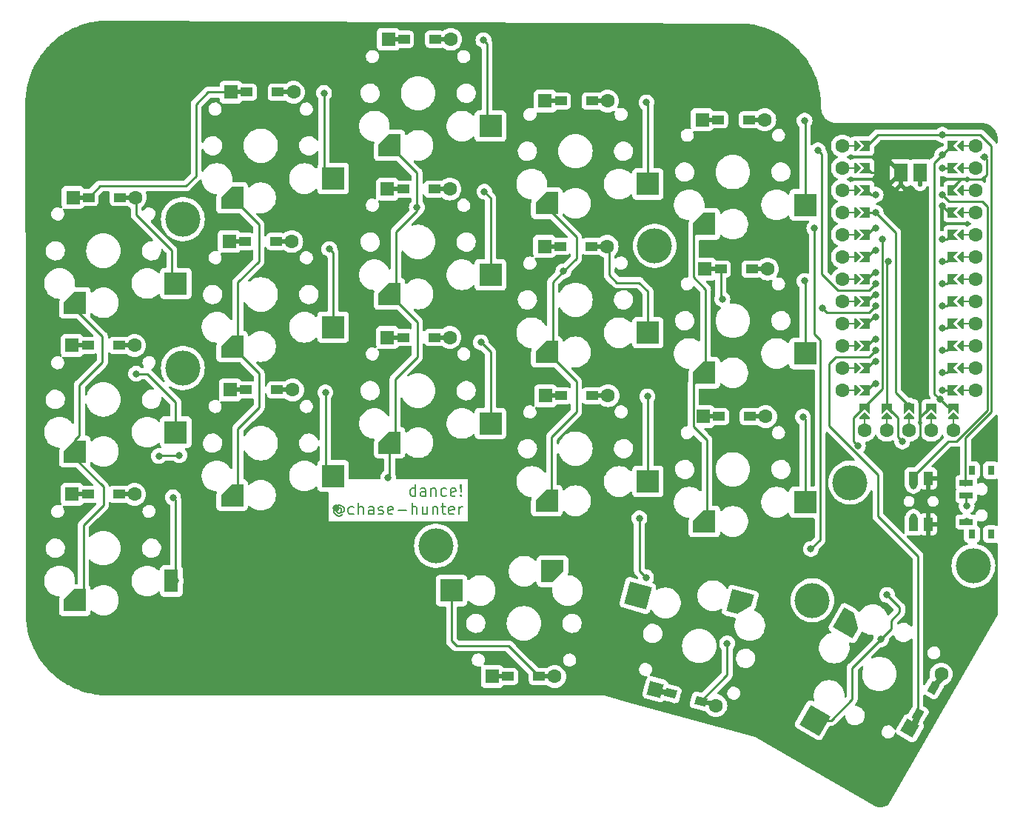
<source format=gtl>
G04 #@! TF.GenerationSoftware,KiCad,Pcbnew,7.0.8*
G04 #@! TF.CreationDate,2023-11-05T17:01:39-05:00*
G04 #@! TF.ProjectId,dance,64616e63-652e-46b6-9963-61645f706362,1.0*
G04 #@! TF.SameCoordinates,Original*
G04 #@! TF.FileFunction,Copper,L1,Top*
G04 #@! TF.FilePolarity,Positive*
%FSLAX46Y46*%
G04 Gerber Fmt 4.6, Leading zero omitted, Abs format (unit mm)*
G04 Created by KiCad (PCBNEW 7.0.8) date 2023-11-05 17:01:39*
%MOMM*%
%LPD*%
G01*
G04 APERTURE LIST*
G04 Aperture macros list*
%AMRotRect*
0 Rectangle, with rotation*
0 The origin of the aperture is its center*
0 $1 length*
0 $2 width*
0 $3 Rotation angle, in degrees counterclockwise*
0 Add horizontal line*
21,1,$1,$2,0,0,$3*%
%AMOutline5P*
0 Free polygon, 5 corners , with rotation*
0 The origin of the aperture is its center*
0 number of corners: always 5*
0 $1 to $10 corner X, Y*
0 $11 Rotation angle, in degrees counterclockwise*
0 create outline with 5 corners*
4,1,5,$1,$2,$3,$4,$5,$6,$7,$8,$9,$10,$1,$2,$11*%
%AMOutline6P*
0 Free polygon, 6 corners , with rotation*
0 The origin of the aperture is its center*
0 number of corners: always 6*
0 $1 to $12 corner X, Y*
0 $13 Rotation angle, in degrees counterclockwise*
0 create outline with 6 corners*
4,1,6,$1,$2,$3,$4,$5,$6,$7,$8,$9,$10,$11,$12,$1,$2,$13*%
%AMOutline7P*
0 Free polygon, 7 corners , with rotation*
0 The origin of the aperture is its center*
0 number of corners: always 7*
0 $1 to $14 corner X, Y*
0 $15 Rotation angle, in degrees counterclockwise*
0 create outline with 7 corners*
4,1,7,$1,$2,$3,$4,$5,$6,$7,$8,$9,$10,$11,$12,$13,$14,$1,$2,$15*%
%AMOutline8P*
0 Free polygon, 8 corners , with rotation*
0 The origin of the aperture is its center*
0 number of corners: always 8*
0 $1 to $16 corner X, Y*
0 $17 Rotation angle, in degrees counterclockwise*
0 create outline with 8 corners*
4,1,8,$1,$2,$3,$4,$5,$6,$7,$8,$9,$10,$11,$12,$13,$14,$15,$16,$1,$2,$17*%
%AMFreePoly0*
4,1,13,0.650000,-0.475000,-0.650000,-0.475000,-0.650000,-0.227400,-1.093000,-0.227400,-1.128355,-0.212755,-1.143000,-0.177400,-1.143000,0.178200,-1.128355,0.213555,-1.093000,0.228200,-0.650000,0.228200,-0.650000,0.475000,0.650000,0.475000,0.650000,-0.475000,0.650000,-0.475000,$1*%
%AMFreePoly1*
4,1,13,0.650000,0.227000,1.093000,0.227000,1.128355,0.212355,1.143000,0.177000,1.143000,-0.178600,1.128355,-0.213955,1.093000,-0.228600,0.650000,-0.228600,0.650000,-0.475000,-0.650000,-0.475000,-0.650000,0.475000,0.650000,0.475000,0.650000,0.227000,0.650000,0.227000,$1*%
%AMFreePoly2*
4,1,5,0.125000,-0.500000,-0.125000,-0.500000,-0.125000,0.500000,0.125000,0.500000,0.125000,-0.500000,0.125000,-0.500000,$1*%
%AMFreePoly3*
4,1,6,0.600000,0.200000,0.000000,-0.400000,-0.600000,0.200000,-0.600000,0.400000,0.600000,0.400000,0.600000,0.200000,0.600000,0.200000,$1*%
%AMFreePoly4*
4,1,6,0.600000,-0.250000,-0.600000,-0.250000,-0.600000,1.000000,0.000000,0.400000,0.600000,1.000000,0.600000,-0.250000,0.600000,-0.250000,$1*%
%AMFreePoly5*
4,1,13,0.750000,-1.050000,0.229000,-1.050000,0.229000,-1.335200,0.214355,-1.370555,0.179000,-1.385200,-0.176600,-1.385200,-0.211955,-1.370555,-0.226600,-1.335200,-0.226600,-1.050000,-0.750000,-1.050000,-0.750000,1.050000,0.750000,1.050000,0.750000,-1.050000,0.750000,-1.050000,$1*%
%AMFreePoly6*
4,1,13,0.750000,-1.050000,0.228600,-1.050000,0.228600,-1.335200,0.213955,-1.370555,0.178600,-1.385200,-0.177000,-1.385200,-0.212355,-1.370555,-0.227000,-1.335200,-0.227000,-1.050000,-0.750000,-1.050000,-0.750000,1.050000,0.750000,1.050000,0.750000,-1.050000,0.750000,-1.050000,$1*%
G04 Aperture macros list end*
%ADD10C,0.200000*%
G04 #@! TA.AperFunction,NonConductor*
%ADD11C,0.200000*%
G04 #@! TD*
G04 #@! TA.AperFunction,ComponentPad*
%ADD12R,1.600000X1.600000*%
G04 #@! TD*
G04 #@! TA.AperFunction,SMDPad,CuDef*
%ADD13FreePoly0,0.000000*%
G04 #@! TD*
G04 #@! TA.AperFunction,SMDPad,CuDef*
%ADD14FreePoly1,0.000000*%
G04 #@! TD*
G04 #@! TA.AperFunction,ComponentPad*
%ADD15C,1.600000*%
G04 #@! TD*
G04 #@! TA.AperFunction,ComponentPad*
%ADD16RotRect,1.600000X1.600000X165.000000*%
G04 #@! TD*
G04 #@! TA.AperFunction,SMDPad,CuDef*
%ADD17FreePoly0,345.000000*%
G04 #@! TD*
G04 #@! TA.AperFunction,SMDPad,CuDef*
%ADD18FreePoly1,345.000000*%
G04 #@! TD*
G04 #@! TA.AperFunction,ComponentPad*
%ADD19RotRect,1.600000X1.600000X240.000000*%
G04 #@! TD*
G04 #@! TA.AperFunction,SMDPad,CuDef*
%ADD20FreePoly0,60.000000*%
G04 #@! TD*
G04 #@! TA.AperFunction,SMDPad,CuDef*
%ADD21FreePoly1,60.000000*%
G04 #@! TD*
G04 #@! TA.AperFunction,SMDPad,CuDef*
%ADD22Outline5P,-1.300000X0.000000X0.000000X1.300000X1.300000X1.300000X1.300000X-1.300000X-1.300000X-1.300000X0.000000*%
G04 #@! TD*
G04 #@! TA.AperFunction,SMDPad,CuDef*
%ADD23R,2.600000X2.600000*%
G04 #@! TD*
G04 #@! TA.AperFunction,SMDPad,CuDef*
%ADD24R,1.600000X2.600000*%
G04 #@! TD*
G04 #@! TA.AperFunction,SMDPad,CuDef*
%ADD25Outline5P,-1.300000X0.000000X0.000000X1.300000X1.300000X1.300000X1.300000X-1.300000X-1.300000X-1.300000X180.000000*%
G04 #@! TD*
G04 #@! TA.AperFunction,SMDPad,CuDef*
%ADD26Outline5P,-1.300000X0.000000X0.000000X1.300000X1.300000X1.300000X1.300000X-1.300000X-1.300000X-1.300000X165.000000*%
G04 #@! TD*
G04 #@! TA.AperFunction,SMDPad,CuDef*
%ADD27RotRect,2.600000X2.600000X165.000000*%
G04 #@! TD*
G04 #@! TA.AperFunction,SMDPad,CuDef*
%ADD28Outline5P,-1.300000X0.000000X0.000000X1.300000X1.300000X1.300000X1.300000X-1.300000X-1.300000X-1.300000X240.000000*%
G04 #@! TD*
G04 #@! TA.AperFunction,SMDPad,CuDef*
%ADD29RotRect,2.600000X2.600000X240.000000*%
G04 #@! TD*
G04 #@! TA.AperFunction,ComponentPad*
%ADD30C,4.000000*%
G04 #@! TD*
G04 #@! TA.AperFunction,SMDPad,CuDef*
%ADD31R,0.800000X1.000000*%
G04 #@! TD*
G04 #@! TA.AperFunction,SMDPad,CuDef*
%ADD32R,1.500000X0.700000*%
G04 #@! TD*
G04 #@! TA.AperFunction,SMDPad,CuDef*
%ADD33FreePoly2,90.000000*%
G04 #@! TD*
G04 #@! TA.AperFunction,SMDPad,CuDef*
%ADD34FreePoly3,90.000000*%
G04 #@! TD*
G04 #@! TA.AperFunction,SMDPad,CuDef*
%ADD35FreePoly3,270.000000*%
G04 #@! TD*
G04 #@! TA.AperFunction,SMDPad,CuDef*
%ADD36FreePoly2,270.000000*%
G04 #@! TD*
G04 #@! TA.AperFunction,SMDPad,CuDef*
%ADD37FreePoly4,270.000000*%
G04 #@! TD*
G04 #@! TA.AperFunction,SMDPad,CuDef*
%ADD38FreePoly4,90.000000*%
G04 #@! TD*
G04 #@! TA.AperFunction,SMDPad,CuDef*
%ADD39R,1.000000X1.550000*%
G04 #@! TD*
G04 #@! TA.AperFunction,SMDPad,CuDef*
%ADD40FreePoly3,180.000000*%
G04 #@! TD*
G04 #@! TA.AperFunction,SMDPad,CuDef*
%ADD41FreePoly2,180.000000*%
G04 #@! TD*
G04 #@! TA.AperFunction,SMDPad,CuDef*
%ADD42FreePoly4,180.000000*%
G04 #@! TD*
G04 #@! TA.AperFunction,ComponentPad*
%ADD43C,0.550000*%
G04 #@! TD*
G04 #@! TA.AperFunction,SMDPad,CuDef*
%ADD44FreePoly5,0.000000*%
G04 #@! TD*
G04 #@! TA.AperFunction,SMDPad,CuDef*
%ADD45FreePoly6,0.000000*%
G04 #@! TD*
G04 #@! TA.AperFunction,ViaPad*
%ADD46C,0.800000*%
G04 #@! TD*
G04 #@! TA.AperFunction,Conductor*
%ADD47C,0.250000*%
G04 #@! TD*
G04 APERTURE END LIST*
D10*
D11*
X121598898Y-98434504D02*
X121598898Y-97134504D01*
X121598898Y-98372600D02*
X121475089Y-98434504D01*
X121475089Y-98434504D02*
X121227470Y-98434504D01*
X121227470Y-98434504D02*
X121103660Y-98372600D01*
X121103660Y-98372600D02*
X121041755Y-98310695D01*
X121041755Y-98310695D02*
X120979851Y-98186885D01*
X120979851Y-98186885D02*
X120979851Y-97815457D01*
X120979851Y-97815457D02*
X121041755Y-97691647D01*
X121041755Y-97691647D02*
X121103660Y-97629742D01*
X121103660Y-97629742D02*
X121227470Y-97567838D01*
X121227470Y-97567838D02*
X121475089Y-97567838D01*
X121475089Y-97567838D02*
X121598898Y-97629742D01*
X122775088Y-98434504D02*
X122775088Y-97753552D01*
X122775088Y-97753552D02*
X122713183Y-97629742D01*
X122713183Y-97629742D02*
X122589374Y-97567838D01*
X122589374Y-97567838D02*
X122341755Y-97567838D01*
X122341755Y-97567838D02*
X122217945Y-97629742D01*
X122775088Y-98372600D02*
X122651279Y-98434504D01*
X122651279Y-98434504D02*
X122341755Y-98434504D01*
X122341755Y-98434504D02*
X122217945Y-98372600D01*
X122217945Y-98372600D02*
X122156041Y-98248790D01*
X122156041Y-98248790D02*
X122156041Y-98124980D01*
X122156041Y-98124980D02*
X122217945Y-98001171D01*
X122217945Y-98001171D02*
X122341755Y-97939266D01*
X122341755Y-97939266D02*
X122651279Y-97939266D01*
X122651279Y-97939266D02*
X122775088Y-97877361D01*
X123394135Y-97567838D02*
X123394135Y-98434504D01*
X123394135Y-97691647D02*
X123456040Y-97629742D01*
X123456040Y-97629742D02*
X123579850Y-97567838D01*
X123579850Y-97567838D02*
X123765564Y-97567838D01*
X123765564Y-97567838D02*
X123889373Y-97629742D01*
X123889373Y-97629742D02*
X123951278Y-97753552D01*
X123951278Y-97753552D02*
X123951278Y-98434504D01*
X125127468Y-98372600D02*
X125003659Y-98434504D01*
X125003659Y-98434504D02*
X124756040Y-98434504D01*
X124756040Y-98434504D02*
X124632230Y-98372600D01*
X124632230Y-98372600D02*
X124570325Y-98310695D01*
X124570325Y-98310695D02*
X124508421Y-98186885D01*
X124508421Y-98186885D02*
X124508421Y-97815457D01*
X124508421Y-97815457D02*
X124570325Y-97691647D01*
X124570325Y-97691647D02*
X124632230Y-97629742D01*
X124632230Y-97629742D02*
X124756040Y-97567838D01*
X124756040Y-97567838D02*
X125003659Y-97567838D01*
X125003659Y-97567838D02*
X125127468Y-97629742D01*
X126179849Y-98372600D02*
X126056040Y-98434504D01*
X126056040Y-98434504D02*
X125808421Y-98434504D01*
X125808421Y-98434504D02*
X125684611Y-98372600D01*
X125684611Y-98372600D02*
X125622707Y-98248790D01*
X125622707Y-98248790D02*
X125622707Y-97753552D01*
X125622707Y-97753552D02*
X125684611Y-97629742D01*
X125684611Y-97629742D02*
X125808421Y-97567838D01*
X125808421Y-97567838D02*
X126056040Y-97567838D01*
X126056040Y-97567838D02*
X126179849Y-97629742D01*
X126179849Y-97629742D02*
X126241754Y-97753552D01*
X126241754Y-97753552D02*
X126241754Y-97877361D01*
X126241754Y-97877361D02*
X125622707Y-98001171D01*
X126798897Y-98310695D02*
X126860802Y-98372600D01*
X126860802Y-98372600D02*
X126798897Y-98434504D01*
X126798897Y-98434504D02*
X126736993Y-98372600D01*
X126736993Y-98372600D02*
X126798897Y-98310695D01*
X126798897Y-98310695D02*
X126798897Y-98434504D01*
X126798897Y-97939266D02*
X126736993Y-97196409D01*
X126736993Y-97196409D02*
X126798897Y-97134504D01*
X126798897Y-97134504D02*
X126860802Y-97196409D01*
X126860802Y-97196409D02*
X126798897Y-97939266D01*
X126798897Y-97939266D02*
X126798897Y-97134504D01*
X113117946Y-99908457D02*
X113056041Y-99846552D01*
X113056041Y-99846552D02*
X112932232Y-99784647D01*
X112932232Y-99784647D02*
X112808422Y-99784647D01*
X112808422Y-99784647D02*
X112684613Y-99846552D01*
X112684613Y-99846552D02*
X112622708Y-99908457D01*
X112622708Y-99908457D02*
X112560803Y-100032266D01*
X112560803Y-100032266D02*
X112560803Y-100156076D01*
X112560803Y-100156076D02*
X112622708Y-100279885D01*
X112622708Y-100279885D02*
X112684613Y-100341790D01*
X112684613Y-100341790D02*
X112808422Y-100403695D01*
X112808422Y-100403695D02*
X112932232Y-100403695D01*
X112932232Y-100403695D02*
X113056041Y-100341790D01*
X113056041Y-100341790D02*
X113117946Y-100279885D01*
X113117946Y-99784647D02*
X113117946Y-100279885D01*
X113117946Y-100279885D02*
X113179851Y-100341790D01*
X113179851Y-100341790D02*
X113241756Y-100341790D01*
X113241756Y-100341790D02*
X113365565Y-100279885D01*
X113365565Y-100279885D02*
X113427470Y-100156076D01*
X113427470Y-100156076D02*
X113427470Y-99846552D01*
X113427470Y-99846552D02*
X113303661Y-99660838D01*
X113303661Y-99660838D02*
X113117946Y-99537028D01*
X113117946Y-99537028D02*
X112870327Y-99475123D01*
X112870327Y-99475123D02*
X112622708Y-99537028D01*
X112622708Y-99537028D02*
X112436994Y-99660838D01*
X112436994Y-99660838D02*
X112313184Y-99846552D01*
X112313184Y-99846552D02*
X112251280Y-100094171D01*
X112251280Y-100094171D02*
X112313184Y-100341790D01*
X112313184Y-100341790D02*
X112436994Y-100527504D01*
X112436994Y-100527504D02*
X112622708Y-100651314D01*
X112622708Y-100651314D02*
X112870327Y-100713219D01*
X112870327Y-100713219D02*
X113117946Y-100651314D01*
X113117946Y-100651314D02*
X113303661Y-100527504D01*
X114541756Y-100465600D02*
X114417947Y-100527504D01*
X114417947Y-100527504D02*
X114170328Y-100527504D01*
X114170328Y-100527504D02*
X114046518Y-100465600D01*
X114046518Y-100465600D02*
X113984613Y-100403695D01*
X113984613Y-100403695D02*
X113922709Y-100279885D01*
X113922709Y-100279885D02*
X113922709Y-99908457D01*
X113922709Y-99908457D02*
X113984613Y-99784647D01*
X113984613Y-99784647D02*
X114046518Y-99722742D01*
X114046518Y-99722742D02*
X114170328Y-99660838D01*
X114170328Y-99660838D02*
X114417947Y-99660838D01*
X114417947Y-99660838D02*
X114541756Y-99722742D01*
X115098899Y-100527504D02*
X115098899Y-99227504D01*
X115656042Y-100527504D02*
X115656042Y-99846552D01*
X115656042Y-99846552D02*
X115594137Y-99722742D01*
X115594137Y-99722742D02*
X115470328Y-99660838D01*
X115470328Y-99660838D02*
X115284614Y-99660838D01*
X115284614Y-99660838D02*
X115160804Y-99722742D01*
X115160804Y-99722742D02*
X115098899Y-99784647D01*
X116832232Y-100527504D02*
X116832232Y-99846552D01*
X116832232Y-99846552D02*
X116770327Y-99722742D01*
X116770327Y-99722742D02*
X116646518Y-99660838D01*
X116646518Y-99660838D02*
X116398899Y-99660838D01*
X116398899Y-99660838D02*
X116275089Y-99722742D01*
X116832232Y-100465600D02*
X116708423Y-100527504D01*
X116708423Y-100527504D02*
X116398899Y-100527504D01*
X116398899Y-100527504D02*
X116275089Y-100465600D01*
X116275089Y-100465600D02*
X116213185Y-100341790D01*
X116213185Y-100341790D02*
X116213185Y-100217980D01*
X116213185Y-100217980D02*
X116275089Y-100094171D01*
X116275089Y-100094171D02*
X116398899Y-100032266D01*
X116398899Y-100032266D02*
X116708423Y-100032266D01*
X116708423Y-100032266D02*
X116832232Y-99970361D01*
X117389375Y-100465600D02*
X117513184Y-100527504D01*
X117513184Y-100527504D02*
X117760803Y-100527504D01*
X117760803Y-100527504D02*
X117884613Y-100465600D01*
X117884613Y-100465600D02*
X117946517Y-100341790D01*
X117946517Y-100341790D02*
X117946517Y-100279885D01*
X117946517Y-100279885D02*
X117884613Y-100156076D01*
X117884613Y-100156076D02*
X117760803Y-100094171D01*
X117760803Y-100094171D02*
X117575089Y-100094171D01*
X117575089Y-100094171D02*
X117451279Y-100032266D01*
X117451279Y-100032266D02*
X117389375Y-99908457D01*
X117389375Y-99908457D02*
X117389375Y-99846552D01*
X117389375Y-99846552D02*
X117451279Y-99722742D01*
X117451279Y-99722742D02*
X117575089Y-99660838D01*
X117575089Y-99660838D02*
X117760803Y-99660838D01*
X117760803Y-99660838D02*
X117884613Y-99722742D01*
X118998898Y-100465600D02*
X118875089Y-100527504D01*
X118875089Y-100527504D02*
X118627470Y-100527504D01*
X118627470Y-100527504D02*
X118503660Y-100465600D01*
X118503660Y-100465600D02*
X118441756Y-100341790D01*
X118441756Y-100341790D02*
X118441756Y-99846552D01*
X118441756Y-99846552D02*
X118503660Y-99722742D01*
X118503660Y-99722742D02*
X118627470Y-99660838D01*
X118627470Y-99660838D02*
X118875089Y-99660838D01*
X118875089Y-99660838D02*
X118998898Y-99722742D01*
X118998898Y-99722742D02*
X119060803Y-99846552D01*
X119060803Y-99846552D02*
X119060803Y-99970361D01*
X119060803Y-99970361D02*
X118441756Y-100094171D01*
X119617946Y-100032266D02*
X120608423Y-100032266D01*
X121227470Y-100527504D02*
X121227470Y-99227504D01*
X121784613Y-100527504D02*
X121784613Y-99846552D01*
X121784613Y-99846552D02*
X121722708Y-99722742D01*
X121722708Y-99722742D02*
X121598899Y-99660838D01*
X121598899Y-99660838D02*
X121413185Y-99660838D01*
X121413185Y-99660838D02*
X121289375Y-99722742D01*
X121289375Y-99722742D02*
X121227470Y-99784647D01*
X122960803Y-99660838D02*
X122960803Y-100527504D01*
X122403660Y-99660838D02*
X122403660Y-100341790D01*
X122403660Y-100341790D02*
X122465565Y-100465600D01*
X122465565Y-100465600D02*
X122589375Y-100527504D01*
X122589375Y-100527504D02*
X122775089Y-100527504D01*
X122775089Y-100527504D02*
X122898898Y-100465600D01*
X122898898Y-100465600D02*
X122960803Y-100403695D01*
X123579850Y-99660838D02*
X123579850Y-100527504D01*
X123579850Y-99784647D02*
X123641755Y-99722742D01*
X123641755Y-99722742D02*
X123765565Y-99660838D01*
X123765565Y-99660838D02*
X123951279Y-99660838D01*
X123951279Y-99660838D02*
X124075088Y-99722742D01*
X124075088Y-99722742D02*
X124136993Y-99846552D01*
X124136993Y-99846552D02*
X124136993Y-100527504D01*
X124570326Y-99660838D02*
X125065564Y-99660838D01*
X124756040Y-99227504D02*
X124756040Y-100341790D01*
X124756040Y-100341790D02*
X124817945Y-100465600D01*
X124817945Y-100465600D02*
X124941755Y-100527504D01*
X124941755Y-100527504D02*
X125065564Y-100527504D01*
X125994135Y-100465600D02*
X125870326Y-100527504D01*
X125870326Y-100527504D02*
X125622707Y-100527504D01*
X125622707Y-100527504D02*
X125498897Y-100465600D01*
X125498897Y-100465600D02*
X125436993Y-100341790D01*
X125436993Y-100341790D02*
X125436993Y-99846552D01*
X125436993Y-99846552D02*
X125498897Y-99722742D01*
X125498897Y-99722742D02*
X125622707Y-99660838D01*
X125622707Y-99660838D02*
X125870326Y-99660838D01*
X125870326Y-99660838D02*
X125994135Y-99722742D01*
X125994135Y-99722742D02*
X126056040Y-99846552D01*
X126056040Y-99846552D02*
X126056040Y-99970361D01*
X126056040Y-99970361D02*
X125436993Y-100094171D01*
X126613183Y-100527504D02*
X126613183Y-99660838D01*
X126613183Y-99908457D02*
X126675088Y-99784647D01*
X126675088Y-99784647D02*
X126736993Y-99722742D01*
X126736993Y-99722742D02*
X126860802Y-99660838D01*
X126860802Y-99660838D02*
X126984612Y-99660838D01*
D12*
X82428400Y-64312800D03*
D13*
X84229400Y-64312800D03*
D14*
X87779400Y-64312800D03*
D15*
X89580400Y-64312800D03*
D12*
X100513200Y-52273200D03*
D13*
X102314200Y-52273200D03*
D14*
X105864200Y-52273200D03*
D15*
X107665200Y-52273200D03*
D12*
X118496400Y-46228000D03*
D13*
X120297400Y-46228000D03*
D14*
X123847400Y-46228000D03*
D15*
X125648400Y-46228000D03*
D12*
X136428800Y-53289200D03*
D13*
X138229800Y-53289200D03*
D14*
X141779800Y-53289200D03*
D15*
X143580800Y-53289200D03*
D12*
X154412000Y-55422800D03*
D13*
X156213000Y-55422800D03*
D14*
X159763000Y-55422800D03*
D15*
X161564000Y-55422800D03*
D12*
X82326800Y-81229200D03*
D13*
X84127800Y-81229200D03*
D14*
X87677800Y-81229200D03*
D15*
X89478800Y-81229200D03*
D12*
X100310000Y-69342000D03*
D13*
X102111000Y-69342000D03*
D14*
X105661000Y-69342000D03*
D15*
X107462000Y-69342000D03*
D12*
X118394800Y-63347600D03*
D13*
X120195800Y-63347600D03*
D14*
X123745800Y-63347600D03*
D15*
X125546800Y-63347600D03*
D12*
X136378000Y-69900800D03*
D13*
X138179000Y-69900800D03*
D14*
X141729000Y-69900800D03*
D15*
X143530000Y-69900800D03*
D12*
X154716800Y-72491600D03*
D13*
X156517800Y-72491600D03*
D14*
X160067800Y-72491600D03*
D15*
X161868800Y-72491600D03*
D12*
X82326800Y-98247200D03*
D13*
X84127800Y-98247200D03*
D14*
X87677800Y-98247200D03*
D15*
X89478800Y-98247200D03*
D12*
X100411600Y-86309200D03*
D13*
X102212600Y-86309200D03*
D14*
X105762600Y-86309200D03*
D15*
X107563600Y-86309200D03*
D12*
X118394800Y-80314800D03*
D13*
X120195800Y-80314800D03*
D14*
X123745800Y-80314800D03*
D15*
X125546800Y-80314800D03*
D12*
X136479600Y-86969600D03*
D13*
X138280600Y-86969600D03*
D14*
X141830600Y-86969600D03*
D15*
X143631600Y-86969600D03*
D12*
X154513600Y-89357200D03*
D13*
X156314600Y-89357200D03*
D14*
X159864600Y-89357200D03*
D15*
X161665600Y-89357200D03*
D12*
X130383600Y-119075200D03*
D13*
X132184600Y-119075200D03*
D14*
X135734600Y-119075200D03*
D15*
X137535600Y-119075200D03*
D16*
X149060131Y-120535059D03*
D17*
X150799764Y-121001192D03*
D18*
X154228800Y-121920000D03*
D15*
X155968433Y-122386133D03*
D19*
X178170166Y-124992342D03*
D20*
X179070666Y-123432630D03*
D21*
X180845666Y-120358240D03*
D15*
X181746166Y-118798528D03*
D22*
X82635000Y-76350000D03*
D23*
X94185000Y-74150000D03*
D22*
X100635000Y-64350000D03*
D23*
X112185000Y-62150000D03*
D22*
X118635000Y-58350000D03*
D23*
X130185000Y-56150000D03*
D22*
X136635000Y-64970000D03*
D23*
X148185000Y-62770000D03*
D22*
X154635000Y-67350000D03*
D23*
X166185000Y-65150000D03*
D22*
X82635000Y-93350000D03*
D23*
X94185000Y-91150000D03*
D22*
X100635000Y-81350000D03*
D23*
X112185000Y-79150000D03*
D22*
X118635000Y-75350000D03*
D23*
X130185000Y-73150000D03*
D22*
X136635000Y-81970000D03*
D23*
X148185000Y-79770000D03*
D22*
X154635000Y-84350000D03*
D23*
X166185000Y-82150000D03*
D22*
X82635000Y-110350000D03*
D24*
X93685000Y-108150000D03*
D22*
X100635000Y-98350000D03*
D23*
X112185000Y-96150000D03*
D22*
X118635000Y-92350000D03*
D23*
X130185000Y-90150000D03*
D22*
X136635000Y-98975000D03*
D23*
X148185000Y-96775000D03*
D22*
X154635000Y-101350000D03*
D23*
X166185000Y-99150000D03*
D25*
X137285000Y-107040000D03*
D23*
X125735000Y-109240000D03*
D26*
X158763380Y-110680374D03*
D27*
X147037535Y-109816051D03*
D28*
X171144649Y-112978767D03*
D29*
X167274905Y-124081360D03*
D30*
X171323000Y-96901000D03*
X185420000Y-106426000D03*
X95000000Y-66802000D03*
X148971000Y-69850000D03*
X123952000Y-104140000D03*
X167005000Y-110363000D03*
X95000000Y-83820000D03*
D31*
X185252000Y-102804000D03*
X187452000Y-102804000D03*
X185252000Y-95504000D03*
X187452000Y-95504000D03*
D32*
X184602000Y-101404000D03*
X184602000Y-98404000D03*
X184602000Y-96904000D03*
D15*
X170434000Y-58420000D03*
X170434000Y-60960000D03*
X170434000Y-63500000D03*
X170434000Y-66040000D03*
X170434000Y-68580000D03*
X170434000Y-71120000D03*
X170434000Y-73660000D03*
X170434000Y-76200000D03*
X170434000Y-78740000D03*
X170434000Y-81280000D03*
X170434000Y-83820000D03*
X170434000Y-86360000D03*
D33*
X171704000Y-58420000D03*
X171704000Y-60960000D03*
X171704000Y-63500000D03*
X171704000Y-66040000D03*
X171704000Y-68580000D03*
X171704000Y-71120000D03*
X171704000Y-73660000D03*
X171704000Y-76200000D03*
X171704000Y-78740000D03*
X171704000Y-81280000D03*
X171704000Y-83820000D03*
X171704000Y-86360000D03*
D34*
X172212000Y-58420000D03*
X172212000Y-60960000D03*
X172212000Y-63500000D03*
X172212000Y-66040000D03*
X172212000Y-68580000D03*
X172212000Y-71120000D03*
X172212000Y-73660000D03*
X172212000Y-76200000D03*
X172212000Y-78740000D03*
X172212000Y-81280000D03*
X172212000Y-83820000D03*
X172212000Y-86360000D03*
D35*
X183896000Y-58420000D03*
X183896000Y-60960000D03*
X183896000Y-63500000D03*
X183896000Y-66040000D03*
X183896000Y-68580000D03*
X183896000Y-71120000D03*
X183896000Y-73660000D03*
X183896000Y-76200000D03*
X183896000Y-78740000D03*
X183896000Y-81280000D03*
X183896000Y-83820000D03*
X183896000Y-86360000D03*
D36*
X184404000Y-58420000D03*
X184404000Y-60960000D03*
X184404000Y-63500000D03*
X184404000Y-66040000D03*
X184404000Y-68580000D03*
X184404000Y-71120000D03*
X184404000Y-73660000D03*
X184404000Y-76200000D03*
X184404000Y-78740000D03*
X184404000Y-81280000D03*
X184404000Y-83820000D03*
X184404000Y-86360000D03*
D15*
X185674000Y-58420000D03*
X185674000Y-60960000D03*
X185674000Y-63500000D03*
X185674000Y-66040000D03*
X185674000Y-68580000D03*
X185674000Y-71120000D03*
X185674000Y-73660000D03*
X185674000Y-76200000D03*
X185674000Y-78740000D03*
X185674000Y-81280000D03*
X185674000Y-83820000D03*
X185674000Y-86360000D03*
D37*
X182753000Y-58420000D03*
X182753000Y-60960000D03*
X182753000Y-63500000D03*
X182753000Y-66040000D03*
X182753000Y-68580000D03*
X182753000Y-71120000D03*
X182753000Y-73660000D03*
X182753000Y-76200000D03*
X182753000Y-78740000D03*
X182753000Y-81280000D03*
X182753000Y-83820000D03*
X182753000Y-86360000D03*
D38*
X173355000Y-86360000D03*
X173355000Y-83820000D03*
X173355000Y-81280000D03*
X173355000Y-78740000D03*
X173355000Y-76200000D03*
X173355000Y-73660000D03*
X173355000Y-71120000D03*
X173355000Y-68580000D03*
X173355000Y-66040000D03*
X173355000Y-63500000D03*
X173355000Y-60960000D03*
X173355000Y-58420000D03*
D39*
X178579000Y-101685000D03*
X178579000Y-96435000D03*
X180279000Y-101685000D03*
X180279000Y-96435000D03*
D40*
X172974000Y-89274000D03*
D41*
X172974000Y-89782000D03*
D15*
X172974000Y-90932000D03*
D40*
X175514000Y-89274000D03*
D41*
X175514000Y-89782000D03*
D15*
X175514000Y-90932000D03*
D40*
X178054000Y-89274000D03*
D41*
X178054000Y-89782000D03*
D15*
X178054000Y-90932000D03*
D40*
X180594000Y-89274000D03*
D41*
X180594000Y-89782000D03*
D15*
X180594000Y-90932000D03*
D40*
X183134000Y-89274000D03*
D41*
X183134000Y-89782000D03*
D15*
X183134000Y-90932000D03*
D42*
X172974000Y-88132000D03*
X175514000Y-88132000D03*
X178054000Y-88132000D03*
X180594000Y-88132000D03*
X183134000Y-88132000D03*
D43*
X179324400Y-62809600D03*
D44*
X179324000Y-61468000D03*
D43*
X177124000Y-62809600D03*
D45*
X177124000Y-61468000D03*
D46*
X167640000Y-58928000D03*
X174244000Y-74168000D03*
X181864000Y-74168000D03*
X156718000Y-75946000D03*
X174244000Y-76708000D03*
X181864000Y-76708000D03*
X168148000Y-76962000D03*
X181864000Y-79248000D03*
X174244000Y-81788000D03*
X181864000Y-81788000D03*
X186690000Y-59690000D03*
X133604000Y-99568000D03*
X161036000Y-78486000D03*
X175006000Y-65024000D03*
X166116000Y-71882000D03*
X92202000Y-110998000D03*
X149352000Y-101854000D03*
X112522000Y-99822000D03*
X174244000Y-92202000D03*
X175514000Y-58420000D03*
X106934000Y-92456000D03*
X165100000Y-78486000D03*
X77724000Y-62738000D03*
X118110000Y-68834000D03*
X147828000Y-51562000D03*
X131572000Y-65024000D03*
X181864000Y-65278000D03*
X125222000Y-86106000D03*
X174244000Y-66040000D03*
X178054000Y-88100500D03*
X94589600Y-93776800D03*
X167233600Y-67818000D03*
X166830000Y-104495600D03*
X82635000Y-110350000D03*
X174244000Y-67818000D03*
X92252800Y-93878400D03*
X82635000Y-93350000D03*
X82635000Y-76350000D03*
X100635000Y-64350000D03*
X174244000Y-70358000D03*
X100635000Y-81350000D03*
X100635000Y-98350000D03*
X137285000Y-107040000D03*
X118635000Y-58350000D03*
X174244000Y-72898000D03*
X118635000Y-92350000D03*
X118635000Y-75350000D03*
X118480000Y-96334500D03*
X121767600Y-65430400D03*
X174244000Y-75438000D03*
X158763380Y-110680374D03*
X136635000Y-98975000D03*
X136635000Y-64970000D03*
X147980400Y-107746800D03*
X136635000Y-81970000D03*
X147218400Y-100990400D03*
X138531600Y-72745600D03*
X171144649Y-112978767D03*
X154635000Y-101350000D03*
X154635000Y-67350000D03*
X154635000Y-84350000D03*
X174244000Y-77978000D03*
X184658000Y-99568000D03*
X94185000Y-74150000D03*
X181864000Y-64008000D03*
X178562000Y-100838000D03*
X174244000Y-64008000D03*
X178562000Y-97282000D03*
X112185000Y-62150000D03*
X111150400Y-52374800D03*
X129387600Y-46329600D03*
X130185000Y-56150000D03*
X148031200Y-53441600D03*
X148185000Y-62770000D03*
X166116000Y-55524400D03*
X166185000Y-65150000D03*
X94185000Y-91150000D03*
X89662000Y-84455000D03*
X112185000Y-79150000D03*
X111760000Y-70205600D03*
X130185000Y-73150000D03*
X129489200Y-63652400D03*
X148185000Y-79770000D03*
X166185000Y-82150000D03*
X166116000Y-73863200D03*
X94185000Y-108150000D03*
X93878400Y-98602800D03*
X112185000Y-96150000D03*
X111302800Y-86614000D03*
X130185000Y-90150000D03*
X129082800Y-80873600D03*
X148185000Y-96775000D03*
X148132800Y-87071200D03*
X166185000Y-99150000D03*
X165912800Y-89408000D03*
X125735000Y-109240000D03*
X147037535Y-109816051D03*
X157251400Y-115290600D03*
X174866300Y-114795300D03*
X175549905Y-109748640D03*
X181864000Y-69088000D03*
X172212000Y-92710000D03*
X175006000Y-69088000D03*
X177292000Y-92202000D03*
X175730500Y-71628000D03*
X181864000Y-71628000D03*
X184658000Y-101346000D03*
X181864000Y-57150000D03*
X184531000Y-96901000D03*
X181610000Y-87376000D03*
X181864000Y-59436000D03*
X181864000Y-84328000D03*
X181863025Y-86367624D03*
X174244000Y-85598000D03*
X174244000Y-83058000D03*
X174244000Y-80518000D03*
X181864000Y-60960000D03*
D47*
X96520000Y-53644800D02*
X97891600Y-52273200D01*
X118262400Y-46228000D02*
X120297400Y-46228000D01*
X154178000Y-55422800D02*
X156213000Y-55422800D01*
X138229800Y-53289200D02*
X136194800Y-53289200D01*
X85550200Y-62992000D02*
X84229400Y-64312800D01*
X168097200Y-73101200D02*
X169926000Y-74930000D01*
X168097200Y-59385200D02*
X168097200Y-73101200D01*
X169926000Y-74930000D02*
X173482000Y-74930000D01*
X102314200Y-52273200D02*
X100279200Y-52273200D01*
X96520000Y-53644800D02*
X96520000Y-61849000D01*
X95377000Y-62992000D02*
X85550200Y-62992000D01*
X97891600Y-52273200D02*
X100279200Y-52273200D01*
X173482000Y-74930000D02*
X174244000Y-74168000D01*
X182372000Y-74168000D02*
X182880000Y-73660000D01*
X181864000Y-74168000D02*
X182372000Y-74168000D01*
X96520000Y-61849000D02*
X95377000Y-62992000D01*
X84229400Y-64312800D02*
X82194400Y-64312800D01*
X167640000Y-58928000D02*
X168097200Y-59385200D01*
X138179000Y-69900800D02*
X136144000Y-69900800D01*
X168148000Y-76962000D02*
X168656000Y-77470000D01*
X102111000Y-69342000D02*
X100076000Y-69342000D01*
X120195800Y-63347600D02*
X118160800Y-63347600D01*
X181864000Y-76708000D02*
X182372000Y-76708000D01*
X182372000Y-76708000D02*
X182880000Y-76200000D01*
X173482000Y-77470000D02*
X174244000Y-76708000D01*
X168656000Y-77470000D02*
X173482000Y-77470000D01*
X84127800Y-81229200D02*
X82092800Y-81229200D01*
X156517800Y-75745800D02*
X156718000Y-75946000D01*
X156517800Y-72491600D02*
X154482800Y-72491600D01*
X156517800Y-72491600D02*
X156517800Y-75745800D01*
X156314600Y-89357200D02*
X154279600Y-89357200D01*
X84127800Y-98247200D02*
X82092800Y-98247200D01*
X138280600Y-86969600D02*
X136245600Y-86969600D01*
X181864000Y-79248000D02*
X182372000Y-79248000D01*
X120195800Y-80314800D02*
X118160800Y-80314800D01*
X182372000Y-79248000D02*
X182880000Y-78740000D01*
X102212600Y-86309200D02*
X100177600Y-86309200D01*
X182880000Y-81280000D02*
X182372000Y-81788000D01*
X168910000Y-83312000D02*
X169672000Y-82550000D01*
X174498000Y-96021305D02*
X168910000Y-90433305D01*
X150799764Y-121001192D02*
X149360802Y-121001192D01*
X174498000Y-100712396D02*
X174498000Y-96021305D01*
X179070666Y-124177492D02*
X178053166Y-125194992D01*
X179070000Y-105284396D02*
X174498000Y-100712396D01*
X149360802Y-121001192D02*
X148834105Y-120474495D01*
X169672000Y-82550000D02*
X173482000Y-82550000D01*
X182372000Y-81788000D02*
X181864000Y-81788000D01*
X168910000Y-90433305D02*
X168910000Y-83312000D01*
X179070000Y-123431964D02*
X179070000Y-105284396D01*
X173482000Y-82550000D02*
X174244000Y-81788000D01*
X179070666Y-123432630D02*
X179070666Y-124177492D01*
X132184600Y-119075200D02*
X130149600Y-119075200D01*
X179070666Y-123432630D02*
X179070000Y-123431964D01*
X186436000Y-62230000D02*
X186944000Y-61722000D01*
X186944000Y-59944000D02*
X186690000Y-59690000D01*
X173736000Y-61468000D02*
X174244000Y-61468000D01*
X182753000Y-63500000D02*
X184023000Y-62230000D01*
X173228000Y-60960000D02*
X173736000Y-61468000D01*
X179324000Y-89402000D02*
X179324000Y-91948000D01*
X186944000Y-61722000D02*
X186944000Y-59944000D01*
X182753000Y-66040000D02*
X182626000Y-66040000D01*
X180594000Y-88132000D02*
X179324000Y-89402000D01*
X184023000Y-62230000D02*
X186436000Y-62230000D01*
X182626000Y-66040000D02*
X181864000Y-65278000D01*
X176530000Y-86576500D02*
X176530000Y-68326000D01*
X173228000Y-66040000D02*
X174244000Y-66040000D01*
X176530000Y-68326000D02*
X174244000Y-66040000D01*
X178054000Y-88100500D02*
X176530000Y-86576500D01*
X167894000Y-103431600D02*
X166830000Y-104495600D01*
X82635000Y-92066200D02*
X82635000Y-93350000D01*
X92252800Y-93878400D02*
X92354400Y-93776800D01*
X85902800Y-97383600D02*
X85902800Y-99466400D01*
X82635000Y-93350000D02*
X82635000Y-94115800D01*
X85801200Y-80213200D02*
X85801200Y-83108800D01*
X85801200Y-83108800D02*
X83159600Y-85750400D01*
X167894000Y-80609000D02*
X167894000Y-103431600D01*
X85902800Y-99466400D02*
X83616800Y-101752400D01*
X82635000Y-76350000D02*
X82635000Y-77047000D01*
X83159600Y-85750400D02*
X83159600Y-91541600D01*
X83159600Y-91541600D02*
X82635000Y-92066200D01*
X82635000Y-94115800D02*
X85902800Y-97383600D01*
X83616800Y-109368200D02*
X82635000Y-110350000D01*
X83616800Y-101752400D02*
X83616800Y-109368200D01*
X82635000Y-77047000D02*
X85801200Y-80213200D01*
X167233600Y-79948600D02*
X167894000Y-80609000D01*
X174244000Y-67818000D02*
X173990000Y-67818000D01*
X173990000Y-67818000D02*
X173228000Y-68580000D01*
X167233600Y-67818000D02*
X167233600Y-79948600D01*
X92354400Y-93776800D02*
X94589600Y-93776800D01*
X101295200Y-97689800D02*
X100635000Y-98350000D01*
X101295200Y-74015600D02*
X101295200Y-80689800D01*
X101295200Y-80689800D02*
X100635000Y-81350000D01*
X103733600Y-84448600D02*
X103733600Y-88290400D01*
X173990000Y-70358000D02*
X173228000Y-71120000D01*
X101295200Y-90728800D02*
X101295200Y-97689800D01*
X100635000Y-81350000D02*
X103733600Y-84448600D01*
X100635000Y-64350000D02*
X103682800Y-67397800D01*
X103733600Y-88290400D02*
X101295200Y-90728800D01*
X174244000Y-70358000D02*
X173990000Y-70358000D01*
X103682800Y-71628000D02*
X101295200Y-74015600D01*
X103682800Y-67397800D02*
X103682800Y-71628000D01*
X119278400Y-85090000D02*
X119278400Y-91706600D01*
X118635000Y-75350000D02*
X121818400Y-78533400D01*
X174244000Y-72898000D02*
X173990000Y-72898000D01*
X118635000Y-96179500D02*
X118635000Y-92350000D01*
X121767600Y-65836800D02*
X119380000Y-68224400D01*
X119278400Y-91706600D02*
X118635000Y-92350000D01*
X121818400Y-82550000D02*
X119278400Y-85090000D01*
X121767600Y-65430400D02*
X121767600Y-65836800D01*
X118480000Y-96334500D02*
X118635000Y-96179500D01*
X118635000Y-58350000D02*
X121767600Y-61482600D01*
X173990000Y-72898000D02*
X173228000Y-73660000D01*
X119380000Y-68224400D02*
X119380000Y-74605000D01*
X119380000Y-74605000D02*
X118635000Y-75350000D01*
X121767600Y-61482600D02*
X121767600Y-65430400D01*
X121818400Y-78533400D02*
X121818400Y-82550000D01*
X147218400Y-106984800D02*
X147980400Y-107746800D01*
X137160000Y-91694000D02*
X137160000Y-98450000D01*
X138531600Y-72745600D02*
X137312400Y-73964800D01*
X174244000Y-75438000D02*
X173990000Y-75438000D01*
X140004800Y-88849200D02*
X137160000Y-91694000D01*
X136635000Y-65464200D02*
X140004800Y-68834000D01*
X140004800Y-68834000D02*
X140004800Y-71272400D01*
X136635000Y-81970000D02*
X140004800Y-85339800D01*
X140004800Y-85339800D02*
X140004800Y-88849200D01*
X137312400Y-73964800D02*
X137312400Y-81292600D01*
X140004800Y-71272400D02*
X138531600Y-72745600D01*
X137160000Y-98450000D02*
X136635000Y-98975000D01*
X137312400Y-81292600D02*
X136635000Y-81970000D01*
X136635000Y-64970000D02*
X136635000Y-65464200D01*
X147218400Y-100990400D02*
X147218400Y-106984800D01*
X173990000Y-75438000D02*
X173228000Y-76200000D01*
X153416000Y-68569000D02*
X154635000Y-67350000D01*
X154940000Y-92033600D02*
X154940000Y-101045000D01*
X174244000Y-77978000D02*
X173990000Y-77978000D01*
X153388600Y-90482200D02*
X154940000Y-92033600D01*
X153388600Y-85625000D02*
X153388600Y-90482200D01*
X153416000Y-73440800D02*
X153416000Y-68569000D01*
X154785000Y-74809800D02*
X153416000Y-73440800D01*
X154785000Y-84200000D02*
X154785000Y-74809800D01*
X154940000Y-101045000D02*
X154635000Y-101350000D01*
X173990000Y-77978000D02*
X173228000Y-78740000D01*
X154635000Y-84378600D02*
X153388600Y-85625000D01*
X154635000Y-84350000D02*
X154635000Y-84378600D01*
X154635000Y-84350000D02*
X154785000Y-84200000D01*
X184602000Y-98404000D02*
X184602000Y-99624000D01*
X184602000Y-98404000D02*
X184602000Y-99512000D01*
X184602000Y-99512000D02*
X184658000Y-99568000D01*
X89662000Y-66294000D02*
X89662000Y-64465200D01*
X93726000Y-70358000D02*
X89662000Y-66294000D01*
X93726000Y-73691000D02*
X93726000Y-70358000D01*
X94185000Y-74150000D02*
X93726000Y-73691000D01*
X89662000Y-64465200D02*
X89814400Y-64312800D01*
X87779400Y-64312800D02*
X89814400Y-64312800D01*
X178579000Y-96160000D02*
X178579000Y-96435000D01*
X173736000Y-64008000D02*
X174244000Y-64008000D01*
X187002000Y-88654991D02*
X183454991Y-92202000D01*
X182537000Y-92202000D02*
X178579000Y-96160000D01*
X186436000Y-64770000D02*
X187002000Y-65336000D01*
X182626000Y-64770000D02*
X186436000Y-64770000D01*
X181864000Y-64008000D02*
X182626000Y-64770000D01*
X183454991Y-92202000D02*
X182537000Y-92202000D01*
X173228000Y-63500000D02*
X173736000Y-64008000D01*
X187002000Y-65336000D02*
X187002000Y-88654991D01*
X111150400Y-61115400D02*
X112185000Y-62150000D01*
X105864200Y-52273200D02*
X107899200Y-52273200D01*
X111150400Y-52374800D02*
X111150400Y-61115400D01*
X129794000Y-46736000D02*
X129794000Y-55759000D01*
X129794000Y-55759000D02*
X130185000Y-56150000D01*
X129387600Y-46329600D02*
X129794000Y-46736000D01*
X123847400Y-46228000D02*
X125882400Y-46228000D01*
X148185000Y-53595400D02*
X148185000Y-62770000D01*
X148031200Y-53441600D02*
X148185000Y-53595400D01*
X141779800Y-53289200D02*
X143814800Y-53289200D01*
X166185000Y-55593400D02*
X166116000Y-55524400D01*
X159763000Y-55422800D02*
X161798000Y-55422800D01*
X166185000Y-65150000D02*
X166185000Y-55593400D01*
X87677800Y-81229200D02*
X89712800Y-81229200D01*
X94185000Y-87708000D02*
X94185000Y-91150000D01*
X90932000Y-84455000D02*
X94185000Y-87708000D01*
X89662000Y-84455000D02*
X90932000Y-84455000D01*
X111760000Y-70205600D02*
X112185000Y-70630600D01*
X105661000Y-69342000D02*
X107696000Y-69342000D01*
X112185000Y-70630600D02*
X112185000Y-79150000D01*
X130185000Y-64348200D02*
X130185000Y-73150000D01*
X123745800Y-63347600D02*
X125780800Y-63347600D01*
X129489200Y-63652400D02*
X130185000Y-64348200D01*
X143764000Y-69900800D02*
X143764000Y-73152000D01*
X148185000Y-75033000D02*
X148185000Y-79770000D01*
X144653000Y-74041000D02*
X147193000Y-74041000D01*
X147193000Y-74041000D02*
X148185000Y-75033000D01*
X143764000Y-73152000D02*
X144653000Y-74041000D01*
X141729000Y-69900800D02*
X143764000Y-69900800D01*
X166185000Y-73932200D02*
X166185000Y-82150000D01*
X166116000Y-73863200D02*
X166185000Y-73932200D01*
X160067800Y-72491600D02*
X162102800Y-72491600D01*
X94185000Y-98909400D02*
X94185000Y-108150000D01*
X87677800Y-98247200D02*
X89712800Y-98247200D01*
X93878400Y-98602800D02*
X94185000Y-98909400D01*
X111302800Y-95267800D02*
X112185000Y-96150000D01*
X111302800Y-86614000D02*
X111302800Y-95267800D01*
X105762600Y-86309200D02*
X107797600Y-86309200D01*
X123745800Y-80314800D02*
X125780800Y-80314800D01*
X130185000Y-81975800D02*
X130185000Y-90150000D01*
X129082800Y-80873600D02*
X130185000Y-81975800D01*
X148185000Y-87123400D02*
X148185000Y-96775000D01*
X141830600Y-86969600D02*
X143865600Y-86969600D01*
X148132800Y-87071200D02*
X148185000Y-87123400D01*
X166185000Y-89680200D02*
X166185000Y-99150000D01*
X165912800Y-89408000D02*
X166185000Y-89680200D01*
X159864600Y-89357200D02*
X161899600Y-89357200D01*
X126288800Y-115570000D02*
X125735000Y-115016200D01*
X135734600Y-119075200D02*
X137769600Y-119075200D01*
X125735000Y-115016200D02*
X125735000Y-109240000D01*
X135734600Y-119075200D02*
X132229400Y-115570000D01*
X132229400Y-115570000D02*
X126288800Y-115570000D01*
X157251400Y-118897400D02*
X157251400Y-115290600D01*
X154228800Y-121920000D02*
X155667762Y-121920000D01*
X155667762Y-121920000D02*
X156194459Y-122446697D01*
X154228800Y-121920000D02*
X157251400Y-118897400D01*
X171551600Y-118110000D02*
X174866300Y-114795300D01*
X171551600Y-121666000D02*
X171551600Y-118110000D01*
X174866300Y-114795300D02*
X176022000Y-113639600D01*
X181863166Y-118595878D02*
X181863166Y-119340740D01*
X169136240Y-124081360D02*
X171551600Y-121666000D01*
X176022000Y-112674400D02*
X176987200Y-111709200D01*
X176022000Y-113639600D02*
X176022000Y-112674400D01*
X176987200Y-111185935D02*
X175549905Y-109748640D01*
X167274905Y-124081360D02*
X169136240Y-124081360D01*
X176987200Y-111709200D02*
X176987200Y-111185935D01*
X181863166Y-119340740D02*
X180845666Y-120358240D01*
X171704000Y-89528000D02*
X172974000Y-88258000D01*
X172974000Y-88258000D02*
X175006000Y-86226000D01*
X182372000Y-69088000D02*
X182880000Y-68580000D01*
X172212000Y-92710000D02*
X171704000Y-92202000D01*
X171704000Y-92202000D02*
X171704000Y-89528000D01*
X175006000Y-86226000D02*
X175006000Y-69088000D01*
X181864000Y-69088000D02*
X182372000Y-69088000D01*
X176784000Y-89528000D02*
X175514000Y-88258000D01*
X181864000Y-71628000D02*
X182372000Y-71628000D01*
X175514000Y-88258000D02*
X175514000Y-71844500D01*
X176784000Y-91694000D02*
X176784000Y-89528000D01*
X182372000Y-71628000D02*
X182880000Y-71120000D01*
X177292000Y-92202000D02*
X176784000Y-91694000D01*
X175514000Y-71844500D02*
X175730500Y-71628000D01*
X186182000Y-57150000D02*
X181864000Y-57150000D01*
X181864000Y-57150000D02*
X174498000Y-57150000D01*
X184527000Y-96829000D02*
X184527000Y-91766387D01*
X184527000Y-91766387D02*
X187452000Y-88841387D01*
X184531000Y-96833000D02*
X184527000Y-96829000D01*
X174498000Y-57150000D02*
X173228000Y-58420000D01*
X184602000Y-96904000D02*
X184599000Y-96901000D01*
X184599000Y-96901000D02*
X184531000Y-96901000D01*
X187452000Y-88841387D02*
X187452000Y-58420000D01*
X184531000Y-96901000D02*
X184531000Y-96833000D01*
X187452000Y-58420000D02*
X186182000Y-57150000D01*
X180975000Y-86741000D02*
X180975000Y-60325000D01*
X181610000Y-87376000D02*
X182492000Y-88258000D01*
X180975000Y-60325000D02*
X181864000Y-59436000D01*
X182492000Y-88258000D02*
X183134000Y-88258000D01*
X181864000Y-59436000D02*
X182880000Y-58420000D01*
X181610000Y-87376000D02*
X180975000Y-86741000D01*
X181864000Y-84328000D02*
X182372000Y-84328000D01*
X182372000Y-84328000D02*
X182880000Y-83820000D01*
X181863025Y-86367624D02*
X182872376Y-86367624D01*
X173990000Y-85598000D02*
X173228000Y-86360000D01*
X174244000Y-85598000D02*
X173990000Y-85598000D01*
X173990000Y-83058000D02*
X173228000Y-83820000D01*
X174244000Y-83058000D02*
X173990000Y-83058000D01*
X173990000Y-80518000D02*
X174244000Y-80518000D01*
X173228000Y-81280000D02*
X173990000Y-80518000D01*
X182880000Y-60960000D02*
X181864000Y-60960000D01*
G04 #@! TA.AperFunction,Conductor*
G36*
X159104288Y-44408018D02*
G01*
X159109809Y-44408292D01*
X159481656Y-44443525D01*
X159689244Y-44463473D01*
X159692828Y-44463926D01*
X160018909Y-44515104D01*
X160276530Y-44556591D01*
X160279982Y-44557248D01*
X160592181Y-44626040D01*
X160856879Y-44686215D01*
X160860094Y-44687038D01*
X161162032Y-44773235D01*
X161163201Y-44773569D01*
X161427943Y-44851822D01*
X161431004Y-44852814D01*
X161555030Y-44896586D01*
X161726059Y-44956949D01*
X161987555Y-45052777D01*
X161990332Y-45053872D01*
X162277142Y-45175300D01*
X162533482Y-45288280D01*
X162536080Y-45289499D01*
X162814028Y-45427795D01*
X163064789Y-45558023D01*
X163334446Y-45713458D01*
X163576923Y-45859751D01*
X163836159Y-46031120D01*
X163994966Y-46141340D01*
X164069167Y-46192839D01*
X164317211Y-46379574D01*
X164539634Y-46556004D01*
X164711865Y-46703000D01*
X164775625Y-46757418D01*
X164912192Y-46880734D01*
X164986461Y-46947797D01*
X165209640Y-47163221D01*
X165341271Y-47298297D01*
X165407903Y-47366674D01*
X165502021Y-47469363D01*
X165617502Y-47595361D01*
X165642729Y-47624793D01*
X165802353Y-47811027D01*
X165997616Y-48052161D01*
X166168240Y-48279071D01*
X166348501Y-48531856D01*
X166504124Y-48768931D01*
X166668766Y-49032556D01*
X166808735Y-49278719D01*
X166957145Y-49552292D01*
X167080848Y-49806329D01*
X167211925Y-50087778D01*
X167213083Y-50090423D01*
X167319387Y-50349563D01*
X167433351Y-50639389D01*
X167434398Y-50642256D01*
X167523433Y-50906129D01*
X167525064Y-50911159D01*
X167619902Y-51203755D01*
X167620815Y-51206840D01*
X167665247Y-51372823D01*
X167679303Y-51425335D01*
X167692197Y-51473501D01*
X167770860Y-51778721D01*
X167771615Y-51782018D01*
X167824948Y-52048279D01*
X167885623Y-52362020D01*
X167886197Y-52365520D01*
X167921033Y-52624278D01*
X167963740Y-52951368D01*
X167964110Y-52955060D01*
X167978407Y-53159014D01*
X168004328Y-53536129D01*
X168004470Y-53541054D01*
X168000052Y-53948921D01*
X167999500Y-53950728D01*
X167999500Y-53999999D01*
X167999361Y-54012987D01*
X167999500Y-54014201D01*
X167999500Y-54118004D01*
X167999501Y-54118020D01*
X168030037Y-54349967D01*
X168030307Y-54352014D01*
X168037930Y-54380464D01*
X168091394Y-54579993D01*
X168181714Y-54798045D01*
X168181719Y-54798056D01*
X168226625Y-54875834D01*
X168299727Y-55002450D01*
X168299729Y-55002453D01*
X168299730Y-55002454D01*
X168443406Y-55189697D01*
X168443412Y-55189704D01*
X168610295Y-55356587D01*
X168610302Y-55356593D01*
X168660624Y-55395206D01*
X168797550Y-55500273D01*
X168911046Y-55565800D01*
X169001943Y-55618280D01*
X169001948Y-55618282D01*
X169001951Y-55618284D01*
X169220007Y-55708606D01*
X169447986Y-55769693D01*
X169681989Y-55800500D01*
X169799901Y-55800500D01*
X186397964Y-55800500D01*
X186402019Y-55800633D01*
X186440325Y-55803143D01*
X186483685Y-55805985D01*
X186638122Y-55817030D01*
X186645773Y-55818061D01*
X186698152Y-55828480D01*
X186753208Y-55839432D01*
X186816676Y-55853238D01*
X186879521Y-55866909D01*
X186886254Y-55868778D01*
X186995073Y-55905717D01*
X187111824Y-55949263D01*
X187117542Y-55951732D01*
X187203696Y-55994218D01*
X187222709Y-56003595D01*
X187250577Y-56018812D01*
X187330693Y-56062559D01*
X187335409Y-56065414D01*
X187350552Y-56075532D01*
X187432583Y-56130345D01*
X187435292Y-56132262D01*
X187532069Y-56204707D01*
X187535775Y-56207710D01*
X187597611Y-56261939D01*
X187623934Y-56285024D01*
X187626896Y-56287798D01*
X187712200Y-56373102D01*
X187714974Y-56376064D01*
X187734474Y-56398299D01*
X187792284Y-56464219D01*
X187795291Y-56467929D01*
X187867736Y-56564706D01*
X187869653Y-56567415D01*
X187934580Y-56664582D01*
X187937442Y-56669309D01*
X187950081Y-56692455D01*
X187996404Y-56777290D01*
X188048257Y-56882437D01*
X188050744Y-56888196D01*
X188094288Y-57004944D01*
X188131217Y-57113733D01*
X188133092Y-57120489D01*
X188160567Y-57246791D01*
X188181935Y-57354214D01*
X188182970Y-57361893D01*
X188194016Y-57516334D01*
X188199367Y-57597972D01*
X188199499Y-57602012D01*
X188199603Y-58002048D01*
X188179936Y-58069092D01*
X188127144Y-58114861D01*
X188057988Y-58124822D01*
X187994425Y-58095814D01*
X187968871Y-58065201D01*
X187952861Y-58038130D01*
X187950170Y-58033579D01*
X187950166Y-58033575D01*
X187950163Y-58033571D01*
X187936005Y-58019413D01*
X187923370Y-58004620D01*
X187911593Y-57988412D01*
X187875693Y-57958713D01*
X187871381Y-57954790D01*
X186682803Y-56766212D01*
X186672980Y-56753950D01*
X186672759Y-56754134D01*
X186667786Y-56748123D01*
X186649159Y-56730631D01*
X186617364Y-56700773D01*
X186606919Y-56690328D01*
X186596475Y-56679883D01*
X186590986Y-56675625D01*
X186586561Y-56671847D01*
X186552582Y-56639938D01*
X186552580Y-56639936D01*
X186552577Y-56639935D01*
X186535029Y-56630288D01*
X186518763Y-56619604D01*
X186511794Y-56614198D01*
X186502936Y-56607327D01*
X186502935Y-56607326D01*
X186502933Y-56607325D01*
X186460168Y-56588818D01*
X186454922Y-56586248D01*
X186414093Y-56563803D01*
X186414092Y-56563802D01*
X186394693Y-56558822D01*
X186376281Y-56552518D01*
X186357898Y-56544562D01*
X186357892Y-56544560D01*
X186311874Y-56537272D01*
X186306152Y-56536087D01*
X186261021Y-56524500D01*
X186261019Y-56524500D01*
X186240984Y-56524500D01*
X186221586Y-56522973D01*
X186214162Y-56521797D01*
X186201805Y-56519840D01*
X186201804Y-56519840D01*
X186155416Y-56524225D01*
X186149578Y-56524500D01*
X182567748Y-56524500D01*
X182500709Y-56504815D01*
X182475600Y-56483474D01*
X182469873Y-56477114D01*
X182469869Y-56477110D01*
X182316734Y-56365851D01*
X182316729Y-56365848D01*
X182143807Y-56288857D01*
X182143802Y-56288855D01*
X181998001Y-56257865D01*
X181958646Y-56249500D01*
X181769354Y-56249500D01*
X181736897Y-56256398D01*
X181584197Y-56288855D01*
X181584192Y-56288857D01*
X181411270Y-56365848D01*
X181411265Y-56365851D01*
X181258130Y-56477110D01*
X181258126Y-56477114D01*
X181252400Y-56483474D01*
X181192913Y-56520121D01*
X181160252Y-56524500D01*
X174580737Y-56524500D01*
X174565120Y-56522776D01*
X174565093Y-56523062D01*
X174557331Y-56522327D01*
X174488203Y-56524500D01*
X174458650Y-56524500D01*
X174457929Y-56524590D01*
X174451757Y-56525369D01*
X174445945Y-56525826D01*
X174399373Y-56527290D01*
X174399372Y-56527290D01*
X174380129Y-56532881D01*
X174361079Y-56536825D01*
X174341211Y-56539334D01*
X174341209Y-56539335D01*
X174297884Y-56556488D01*
X174292357Y-56558380D01*
X174247610Y-56571381D01*
X174247609Y-56571382D01*
X174230367Y-56581579D01*
X174212899Y-56590137D01*
X174194269Y-56597513D01*
X174194267Y-56597514D01*
X174156576Y-56624898D01*
X174151694Y-56628105D01*
X174111579Y-56651830D01*
X174097408Y-56666000D01*
X174082623Y-56678628D01*
X174066412Y-56690407D01*
X174036709Y-56726310D01*
X174032776Y-56730631D01*
X173743402Y-57020007D01*
X173485375Y-57278034D01*
X173424052Y-57311519D01*
X173397694Y-57314353D01*
X172355000Y-57314353D01*
X172318928Y-57315641D01*
X172217825Y-57337633D01*
X172163293Y-57335687D01*
X172163235Y-57336097D01*
X172159422Y-57335548D01*
X172156541Y-57335446D01*
X172154461Y-57334835D01*
X172059485Y-57321180D01*
X172012000Y-57314353D01*
X171812000Y-57314353D01*
X171740039Y-57319499D01*
X171740034Y-57319500D01*
X171601949Y-57360045D01*
X171480872Y-57437857D01*
X171480869Y-57437858D01*
X171479960Y-57438909D01*
X171478792Y-57439659D01*
X171474172Y-57443663D01*
X171473596Y-57442998D01*
X171421181Y-57476681D01*
X171351311Y-57476678D01*
X171298570Y-57445383D01*
X171273141Y-57419954D01*
X171086734Y-57289432D01*
X171086732Y-57289431D01*
X170880497Y-57193261D01*
X170880488Y-57193258D01*
X170660697Y-57134366D01*
X170660693Y-57134365D01*
X170660692Y-57134365D01*
X170660691Y-57134364D01*
X170660686Y-57134364D01*
X170434002Y-57114532D01*
X170433998Y-57114532D01*
X170207313Y-57134364D01*
X170207302Y-57134366D01*
X169987511Y-57193258D01*
X169987502Y-57193261D01*
X169781267Y-57289431D01*
X169781265Y-57289432D01*
X169594858Y-57419954D01*
X169433954Y-57580858D01*
X169303432Y-57767265D01*
X169303431Y-57767267D01*
X169207261Y-57973502D01*
X169207258Y-57973511D01*
X169148366Y-58193302D01*
X169148364Y-58193313D01*
X169128532Y-58419998D01*
X169128532Y-58420001D01*
X169148364Y-58646686D01*
X169148366Y-58646697D01*
X169207258Y-58866488D01*
X169207261Y-58866497D01*
X169303431Y-59072732D01*
X169303432Y-59072734D01*
X169433954Y-59259141D01*
X169594858Y-59420045D01*
X169629831Y-59444533D01*
X169781266Y-59550568D01*
X169806610Y-59562386D01*
X169839275Y-59577618D01*
X169891714Y-59623791D01*
X169910866Y-59690984D01*
X169890650Y-59757865D01*
X169839275Y-59802382D01*
X169781267Y-59829431D01*
X169781265Y-59829432D01*
X169594858Y-59959954D01*
X169433954Y-60120858D01*
X169303432Y-60307265D01*
X169303431Y-60307267D01*
X169207261Y-60513502D01*
X169207258Y-60513511D01*
X169148366Y-60733302D01*
X169148364Y-60733313D01*
X169128532Y-60959998D01*
X169128532Y-60960001D01*
X169148364Y-61186686D01*
X169148366Y-61186697D01*
X169207258Y-61406488D01*
X169207261Y-61406497D01*
X169303431Y-61612732D01*
X169303432Y-61612734D01*
X169433954Y-61799141D01*
X169594858Y-61960045D01*
X169594861Y-61960047D01*
X169781266Y-62090568D01*
X169839275Y-62117618D01*
X169891714Y-62163791D01*
X169910866Y-62230984D01*
X169890650Y-62297865D01*
X169839275Y-62342381D01*
X169828183Y-62347554D01*
X169781267Y-62369431D01*
X169781265Y-62369432D01*
X169594858Y-62499954D01*
X169433954Y-62660858D01*
X169303432Y-62847265D01*
X169303431Y-62847267D01*
X169207261Y-63053502D01*
X169207258Y-63053511D01*
X169148366Y-63273302D01*
X169148364Y-63273313D01*
X169128532Y-63499998D01*
X169128532Y-63500001D01*
X169148364Y-63726686D01*
X169148366Y-63726697D01*
X169207258Y-63946488D01*
X169207261Y-63946497D01*
X169303431Y-64152732D01*
X169303432Y-64152734D01*
X169433954Y-64339141D01*
X169594858Y-64500045D01*
X169614497Y-64513796D01*
X169781266Y-64630568D01*
X169839275Y-64657618D01*
X169891714Y-64703791D01*
X169910866Y-64770984D01*
X169890650Y-64837865D01*
X169839275Y-64882382D01*
X169781267Y-64909431D01*
X169781265Y-64909432D01*
X169594858Y-65039954D01*
X169433954Y-65200858D01*
X169303432Y-65387265D01*
X169303431Y-65387267D01*
X169207261Y-65593502D01*
X169207258Y-65593511D01*
X169148366Y-65813302D01*
X169148364Y-65813313D01*
X169128532Y-66039998D01*
X169128532Y-66040001D01*
X169148364Y-66266686D01*
X169148366Y-66266697D01*
X169207258Y-66486488D01*
X169207261Y-66486497D01*
X169303431Y-66692732D01*
X169303432Y-66692734D01*
X169433954Y-66879141D01*
X169594858Y-67040045D01*
X169594861Y-67040047D01*
X169781266Y-67170568D01*
X169827566Y-67192158D01*
X169839275Y-67197618D01*
X169891714Y-67243791D01*
X169910866Y-67310984D01*
X169890650Y-67377865D01*
X169839275Y-67422381D01*
X169822272Y-67430310D01*
X169781267Y-67449431D01*
X169781265Y-67449432D01*
X169594858Y-67579954D01*
X169433954Y-67740858D01*
X169303432Y-67927265D01*
X169303431Y-67927267D01*
X169207261Y-68133502D01*
X169207258Y-68133511D01*
X169148366Y-68353302D01*
X169148364Y-68353313D01*
X169128532Y-68579998D01*
X169128532Y-68580001D01*
X169148364Y-68806686D01*
X169148366Y-68806697D01*
X169207258Y-69026488D01*
X169207261Y-69026497D01*
X169303431Y-69232732D01*
X169303432Y-69232734D01*
X169433954Y-69419141D01*
X169594858Y-69580045D01*
X169594861Y-69580047D01*
X169781266Y-69710568D01*
X169839275Y-69737618D01*
X169891714Y-69783791D01*
X169910866Y-69850984D01*
X169890650Y-69917865D01*
X169839275Y-69962382D01*
X169781267Y-69989431D01*
X169781265Y-69989432D01*
X169594858Y-70119954D01*
X169433954Y-70280858D01*
X169303432Y-70467265D01*
X169303431Y-70467267D01*
X169207261Y-70673502D01*
X169207258Y-70673511D01*
X169148366Y-70893302D01*
X169148364Y-70893313D01*
X169128532Y-71119998D01*
X169128532Y-71120001D01*
X169148364Y-71346686D01*
X169148366Y-71346697D01*
X169207258Y-71566488D01*
X169207261Y-71566497D01*
X169303431Y-71772732D01*
X169303432Y-71772734D01*
X169433954Y-71959141D01*
X169594858Y-72120045D01*
X169594861Y-72120047D01*
X169781266Y-72250568D01*
X169827877Y-72272303D01*
X169839275Y-72277618D01*
X169891714Y-72323791D01*
X169910866Y-72390984D01*
X169890650Y-72457865D01*
X169839275Y-72502382D01*
X169781267Y-72529431D01*
X169781265Y-72529432D01*
X169594858Y-72659954D01*
X169433954Y-72820858D01*
X169303432Y-73007265D01*
X169303431Y-73007267D01*
X169246114Y-73130184D01*
X169199941Y-73182623D01*
X169132748Y-73201775D01*
X169065867Y-73181559D01*
X169046051Y-73165460D01*
X168759019Y-72878428D01*
X168725534Y-72817105D01*
X168722700Y-72790747D01*
X168722700Y-59467937D01*
X168724424Y-59452323D01*
X168724138Y-59452296D01*
X168724872Y-59444533D01*
X168724572Y-59435000D01*
X168722700Y-59375402D01*
X168722700Y-59345850D01*
X168721829Y-59338959D01*
X168721372Y-59333145D01*
X168721297Y-59330771D01*
X168719909Y-59286572D01*
X168714320Y-59267337D01*
X168710374Y-59248284D01*
X168710306Y-59247744D01*
X168707864Y-59228408D01*
X168690701Y-59185059D01*
X168688814Y-59179546D01*
X168688208Y-59177461D01*
X168675817Y-59134810D01*
X168671599Y-59127678D01*
X168665621Y-59117569D01*
X168657060Y-59100093D01*
X168649686Y-59081469D01*
X168649686Y-59081467D01*
X168639674Y-59067688D01*
X168622283Y-59043750D01*
X168619100Y-59038905D01*
X168595370Y-58998779D01*
X168595365Y-58998773D01*
X168581205Y-58984613D01*
X168568580Y-58969834D01*
X168566231Y-58966602D01*
X168543217Y-58906665D01*
X168525674Y-58739744D01*
X168467179Y-58559716D01*
X168372533Y-58395784D01*
X168245871Y-58255112D01*
X168245870Y-58255111D01*
X168092734Y-58143851D01*
X168092729Y-58143848D01*
X167919807Y-58066857D01*
X167919802Y-58066855D01*
X167763250Y-58033580D01*
X167734646Y-58027500D01*
X167545354Y-58027500D01*
X167516792Y-58033571D01*
X167360197Y-58066855D01*
X167360192Y-58066857D01*
X167187270Y-58143848D01*
X167187265Y-58143851D01*
X167034129Y-58255111D01*
X167034128Y-58255112D01*
X167026649Y-58263419D01*
X166967162Y-58300067D01*
X166897305Y-58298736D01*
X166839257Y-58259849D01*
X166811448Y-58195752D01*
X166810500Y-58180446D01*
X166810500Y-56146455D01*
X166830185Y-56079416D01*
X166842353Y-56063479D01*
X166848533Y-56056616D01*
X166943179Y-55892684D01*
X167001674Y-55712656D01*
X167021460Y-55524400D01*
X167001674Y-55336144D01*
X166943179Y-55156116D01*
X166848533Y-54992184D01*
X166721871Y-54851512D01*
X166719205Y-54849575D01*
X166568734Y-54740251D01*
X166568729Y-54740248D01*
X166395807Y-54663257D01*
X166395802Y-54663255D01*
X166250001Y-54632265D01*
X166210646Y-54623900D01*
X166021354Y-54623900D01*
X165988897Y-54630798D01*
X165836197Y-54663255D01*
X165836192Y-54663257D01*
X165663270Y-54740248D01*
X165663265Y-54740251D01*
X165510129Y-54851511D01*
X165383466Y-54992185D01*
X165288821Y-55156115D01*
X165288818Y-55156122D01*
X165230327Y-55336140D01*
X165230326Y-55336144D01*
X165210540Y-55524400D01*
X165230326Y-55712656D01*
X165230327Y-55712659D01*
X165288818Y-55892677D01*
X165288821Y-55892684D01*
X165383467Y-56056616D01*
X165464359Y-56146455D01*
X165510129Y-56197288D01*
X165514959Y-56201637D01*
X165513749Y-56202980D01*
X165551048Y-56251343D01*
X165559500Y-56296339D01*
X165559500Y-63225500D01*
X165539815Y-63292539D01*
X165487011Y-63338294D01*
X165435500Y-63349500D01*
X164837129Y-63349500D01*
X164837123Y-63349501D01*
X164777516Y-63355908D01*
X164642671Y-63406202D01*
X164642664Y-63406206D01*
X164527455Y-63492452D01*
X164527452Y-63492455D01*
X164441206Y-63607664D01*
X164441202Y-63607671D01*
X164390908Y-63742517D01*
X164384501Y-63802116D01*
X164384500Y-63802135D01*
X164384500Y-63849575D01*
X164364815Y-63916614D01*
X164312011Y-63962369D01*
X164242853Y-63972313D01*
X164179297Y-63943288D01*
X164169602Y-63933916D01*
X164103990Y-63863203D01*
X164103987Y-63863200D01*
X164086902Y-63849575D01*
X163898857Y-63699614D01*
X163671643Y-63568432D01*
X163427416Y-63472580D01*
X163427411Y-63472578D01*
X163427402Y-63472576D01*
X163209818Y-63422914D01*
X163171630Y-63414198D01*
X163171629Y-63414197D01*
X163171625Y-63414197D01*
X163171620Y-63414196D01*
X162975500Y-63399500D01*
X162975494Y-63399500D01*
X162844506Y-63399500D01*
X162844500Y-63399500D01*
X162648379Y-63414196D01*
X162648374Y-63414197D01*
X162392597Y-63472576D01*
X162392578Y-63472582D01*
X162148356Y-63568432D01*
X161921143Y-63699614D01*
X161716014Y-63863198D01*
X161537567Y-64055520D01*
X161389768Y-64272302D01*
X161389767Y-64272303D01*
X161275938Y-64508673D01*
X161198606Y-64759376D01*
X161198605Y-64759381D01*
X161198604Y-64759385D01*
X161190269Y-64814684D01*
X161159500Y-65018812D01*
X161159500Y-65281187D01*
X161175490Y-65387265D01*
X161198604Y-65540615D01*
X161198605Y-65540617D01*
X161198606Y-65540623D01*
X161275938Y-65791326D01*
X161389767Y-66027696D01*
X161389768Y-66027697D01*
X161389770Y-66027700D01*
X161389772Y-66027704D01*
X161500308Y-66189830D01*
X161537567Y-66244479D01*
X161716014Y-66436801D01*
X161716018Y-66436804D01*
X161716019Y-66436805D01*
X161921143Y-66600386D01*
X162148357Y-66731568D01*
X162392584Y-66827420D01*
X162648370Y-66885802D01*
X162648376Y-66885802D01*
X162648379Y-66885803D01*
X162844500Y-66900500D01*
X162844506Y-66900500D01*
X162975500Y-66900500D01*
X163171620Y-66885803D01*
X163171622Y-66885802D01*
X163171630Y-66885802D01*
X163427416Y-66827420D01*
X163671643Y-66731568D01*
X163898857Y-66600386D01*
X164103981Y-66436805D01*
X164169602Y-66366081D01*
X164229628Y-66330328D01*
X164299457Y-66332702D01*
X164356918Y-66372451D01*
X164383767Y-66436957D01*
X164384500Y-66450421D01*
X164384500Y-66497868D01*
X164384501Y-66497876D01*
X164390908Y-66557483D01*
X164441202Y-66692328D01*
X164441206Y-66692335D01*
X164527452Y-66807544D01*
X164527455Y-66807547D01*
X164642664Y-66893793D01*
X164642671Y-66893797D01*
X164777517Y-66944091D01*
X164777516Y-66944091D01*
X164784444Y-66944835D01*
X164837127Y-66950500D01*
X166524450Y-66950499D01*
X166591489Y-66970184D01*
X166637244Y-67022987D01*
X166647188Y-67092146D01*
X166618163Y-67155702D01*
X166616600Y-67157471D01*
X166501066Y-67285785D01*
X166406421Y-67449715D01*
X166406418Y-67449722D01*
X166347927Y-67629740D01*
X166347926Y-67629744D01*
X166328140Y-67818000D01*
X166347926Y-68006256D01*
X166347927Y-68006259D01*
X166406418Y-68186277D01*
X166406421Y-68186284D01*
X166501067Y-68350216D01*
X166529537Y-68381835D01*
X166576250Y-68433715D01*
X166606480Y-68496706D01*
X166608100Y-68516687D01*
X166608100Y-72905633D01*
X166588415Y-72972672D01*
X166535611Y-73018427D01*
X166466453Y-73028371D01*
X166433665Y-73018913D01*
X166395802Y-73002055D01*
X166228994Y-72966600D01*
X166210646Y-72962700D01*
X166021354Y-72962700D01*
X166003006Y-72966600D01*
X165836197Y-73002055D01*
X165836192Y-73002057D01*
X165663270Y-73079048D01*
X165663265Y-73079051D01*
X165510129Y-73190311D01*
X165383466Y-73330985D01*
X165288821Y-73494915D01*
X165288818Y-73494922D01*
X165231567Y-73671125D01*
X165230326Y-73674944D01*
X165210540Y-73863200D01*
X165230326Y-74051456D01*
X165230327Y-74051459D01*
X165288818Y-74231477D01*
X165288821Y-74231484D01*
X165383467Y-74395416D01*
X165475719Y-74497872D01*
X165510129Y-74536088D01*
X165514959Y-74540437D01*
X165513749Y-74541780D01*
X165551048Y-74590143D01*
X165559500Y-74635139D01*
X165559500Y-80225500D01*
X165539815Y-80292539D01*
X165487011Y-80338294D01*
X165435500Y-80349500D01*
X164837129Y-80349500D01*
X164837123Y-80349501D01*
X164777516Y-80355908D01*
X164642671Y-80406202D01*
X164642664Y-80406206D01*
X164527455Y-80492452D01*
X164527452Y-80492455D01*
X164441206Y-80607664D01*
X164441202Y-80607671D01*
X164390908Y-80742517D01*
X164384501Y-80802116D01*
X164384500Y-80802135D01*
X164384500Y-80849575D01*
X164364815Y-80916614D01*
X164312011Y-80962369D01*
X164242853Y-80972313D01*
X164179297Y-80943288D01*
X164169602Y-80933916D01*
X164103990Y-80863203D01*
X164103987Y-80863200D01*
X164066758Y-80833511D01*
X163898857Y-80699614D01*
X163671643Y-80568432D01*
X163427416Y-80472580D01*
X163427411Y-80472578D01*
X163427402Y-80472576D01*
X163209818Y-80422914D01*
X163171630Y-80414198D01*
X163171629Y-80414197D01*
X163171625Y-80414197D01*
X163171620Y-80414196D01*
X162975500Y-80399500D01*
X162975494Y-80399500D01*
X162844506Y-80399500D01*
X162844500Y-80399500D01*
X162648379Y-80414196D01*
X162648374Y-80414197D01*
X162392597Y-80472576D01*
X162392578Y-80472582D01*
X162148356Y-80568432D01*
X161921143Y-80699614D01*
X161716014Y-80863198D01*
X161537567Y-81055520D01*
X161435500Y-81205225D01*
X161396692Y-81262147D01*
X161389768Y-81272302D01*
X161389767Y-81272303D01*
X161275938Y-81508673D01*
X161198606Y-81759376D01*
X161198605Y-81759381D01*
X161198604Y-81759385D01*
X161189617Y-81819008D01*
X161159500Y-82018812D01*
X161159500Y-82281187D01*
X161175412Y-82386747D01*
X161198604Y-82540615D01*
X161198605Y-82540617D01*
X161198606Y-82540623D01*
X161275938Y-82791326D01*
X161389767Y-83027696D01*
X161389768Y-83027697D01*
X161389770Y-83027700D01*
X161389772Y-83027704D01*
X161533609Y-83238674D01*
X161537567Y-83244479D01*
X161716014Y-83436801D01*
X161716018Y-83436804D01*
X161716019Y-83436805D01*
X161921143Y-83600386D01*
X162148357Y-83731568D01*
X162392584Y-83827420D01*
X162648370Y-83885802D01*
X162648376Y-83885802D01*
X162648379Y-83885803D01*
X162844500Y-83900500D01*
X162844506Y-83900500D01*
X162975500Y-83900500D01*
X163171620Y-83885803D01*
X163171622Y-83885802D01*
X163171630Y-83885802D01*
X163427416Y-83827420D01*
X163671643Y-83731568D01*
X163898857Y-83600386D01*
X164103981Y-83436805D01*
X164169602Y-83366081D01*
X164229628Y-83330328D01*
X164299457Y-83332702D01*
X164356918Y-83372451D01*
X164383767Y-83436957D01*
X164384500Y-83450421D01*
X164384500Y-83497868D01*
X164384501Y-83497876D01*
X164390908Y-83557483D01*
X164441202Y-83692328D01*
X164441206Y-83692335D01*
X164527452Y-83807544D01*
X164527455Y-83807547D01*
X164642664Y-83893793D01*
X164642671Y-83893797D01*
X164777517Y-83944091D01*
X164777516Y-83944091D01*
X164784444Y-83944835D01*
X164837127Y-83950500D01*
X167144500Y-83950499D01*
X167211539Y-83970184D01*
X167257294Y-84022987D01*
X167268500Y-84074499D01*
X167268500Y-97225500D01*
X167248815Y-97292539D01*
X167196011Y-97338294D01*
X167144500Y-97349500D01*
X166934500Y-97349500D01*
X166867461Y-97329815D01*
X166821706Y-97277011D01*
X166810500Y-97225500D01*
X166810500Y-89762942D01*
X166812224Y-89747322D01*
X166811939Y-89747296D01*
X166812671Y-89739540D01*
X166812673Y-89739533D01*
X166810500Y-89670385D01*
X166810500Y-89640850D01*
X166809631Y-89633972D01*
X166809172Y-89628143D01*
X166807709Y-89581573D01*
X166807708Y-89581569D01*
X166806489Y-89573867D01*
X166807791Y-89573660D01*
X166804603Y-89537934D01*
X166818260Y-89408000D01*
X166798474Y-89219744D01*
X166739979Y-89039716D01*
X166645333Y-88875784D01*
X166518671Y-88735112D01*
X166518670Y-88735111D01*
X166365534Y-88623851D01*
X166365529Y-88623848D01*
X166192607Y-88546857D01*
X166192602Y-88546855D01*
X166044491Y-88515374D01*
X166007446Y-88507500D01*
X165818154Y-88507500D01*
X165785697Y-88514398D01*
X165632997Y-88546855D01*
X165632992Y-88546857D01*
X165460070Y-88623848D01*
X165460065Y-88623851D01*
X165306929Y-88735111D01*
X165180266Y-88875785D01*
X165085621Y-89039715D01*
X165085618Y-89039722D01*
X165027127Y-89219740D01*
X165027126Y-89219744D01*
X165007340Y-89408000D01*
X165027126Y-89596256D01*
X165027127Y-89596259D01*
X165085618Y-89776277D01*
X165085621Y-89776284D01*
X165180267Y-89940216D01*
X165284089Y-90055522D01*
X165306929Y-90080888D01*
X165460065Y-90192148D01*
X165460067Y-90192149D01*
X165460070Y-90192151D01*
X165485937Y-90203667D01*
X165539172Y-90248916D01*
X165559494Y-90315765D01*
X165559500Y-90316946D01*
X165559500Y-97225500D01*
X165539815Y-97292539D01*
X165487011Y-97338294D01*
X165435500Y-97349500D01*
X164837129Y-97349500D01*
X164837123Y-97349501D01*
X164777516Y-97355908D01*
X164642671Y-97406202D01*
X164642664Y-97406206D01*
X164527455Y-97492452D01*
X164527452Y-97492455D01*
X164441206Y-97607664D01*
X164441202Y-97607671D01*
X164390908Y-97742517D01*
X164384501Y-97802116D01*
X164384500Y-97802135D01*
X164384500Y-97849575D01*
X164364815Y-97916614D01*
X164312011Y-97962369D01*
X164242853Y-97972313D01*
X164179297Y-97943288D01*
X164169602Y-97933916D01*
X164103990Y-97863203D01*
X164103987Y-97863200D01*
X164103981Y-97863195D01*
X163898857Y-97699614D01*
X163671643Y-97568432D01*
X163427416Y-97472580D01*
X163427411Y-97472578D01*
X163427402Y-97472576D01*
X163180940Y-97416323D01*
X163171630Y-97414198D01*
X163171629Y-97414197D01*
X163171625Y-97414197D01*
X163171620Y-97414196D01*
X162975500Y-97399500D01*
X162975494Y-97399500D01*
X162844506Y-97399500D01*
X162844500Y-97399500D01*
X162648379Y-97414196D01*
X162648374Y-97414197D01*
X162392597Y-97472576D01*
X162392578Y-97472582D01*
X162148356Y-97568432D01*
X161921143Y-97699614D01*
X161716014Y-97863198D01*
X161537567Y-98055520D01*
X161389768Y-98272302D01*
X161389767Y-98272303D01*
X161275938Y-98508673D01*
X161198606Y-98759376D01*
X161198605Y-98759381D01*
X161198604Y-98759385D01*
X161185878Y-98843817D01*
X161159500Y-99018812D01*
X161159500Y-99281187D01*
X161173398Y-99373386D01*
X161198604Y-99540615D01*
X161198605Y-99540617D01*
X161198606Y-99540623D01*
X161247112Y-99697876D01*
X161274707Y-99787337D01*
X161275938Y-99791326D01*
X161389767Y-100027696D01*
X161389768Y-100027697D01*
X161389770Y-100027700D01*
X161389772Y-100027704D01*
X161511502Y-100206249D01*
X161537567Y-100244479D01*
X161716014Y-100436801D01*
X161716018Y-100436804D01*
X161716019Y-100436805D01*
X161921143Y-100600386D01*
X162148357Y-100731568D01*
X162392584Y-100827420D01*
X162648370Y-100885802D01*
X162648376Y-100885802D01*
X162648379Y-100885803D01*
X162844500Y-100900500D01*
X162844506Y-100900500D01*
X162975500Y-100900500D01*
X163171620Y-100885803D01*
X163171622Y-100885802D01*
X163171630Y-100885802D01*
X163427416Y-100827420D01*
X163671643Y-100731568D01*
X163898857Y-100600386D01*
X164103981Y-100436805D01*
X164169602Y-100366081D01*
X164229628Y-100330328D01*
X164299457Y-100332702D01*
X164356918Y-100372451D01*
X164383767Y-100436957D01*
X164384500Y-100450421D01*
X164384500Y-100497868D01*
X164384501Y-100497876D01*
X164390908Y-100557483D01*
X164441202Y-100692328D01*
X164441206Y-100692335D01*
X164527452Y-100807544D01*
X164527455Y-100807547D01*
X164642664Y-100893793D01*
X164642671Y-100893797D01*
X164777517Y-100944091D01*
X164777516Y-100944091D01*
X164784444Y-100944835D01*
X164837127Y-100950500D01*
X167144500Y-100950499D01*
X167211539Y-100970184D01*
X167257294Y-101022987D01*
X167268500Y-101074499D01*
X167268500Y-103121147D01*
X167248815Y-103188186D01*
X167232181Y-103208828D01*
X166882228Y-103558781D01*
X166820905Y-103592266D01*
X166794547Y-103595100D01*
X166735354Y-103595100D01*
X166715816Y-103599253D01*
X166550197Y-103634455D01*
X166550192Y-103634457D01*
X166377270Y-103711448D01*
X166377265Y-103711451D01*
X166224129Y-103822711D01*
X166097466Y-103963385D01*
X166002821Y-104127315D01*
X166002818Y-104127322D01*
X165944327Y-104307340D01*
X165944326Y-104307344D01*
X165924540Y-104495600D01*
X165944326Y-104683856D01*
X165944327Y-104683859D01*
X166002818Y-104863877D01*
X166002821Y-104863884D01*
X166097467Y-105027816D01*
X166187317Y-105127604D01*
X166224129Y-105168488D01*
X166377265Y-105279748D01*
X166377270Y-105279751D01*
X166550192Y-105356742D01*
X166550197Y-105356744D01*
X166735354Y-105396100D01*
X166735355Y-105396100D01*
X166924644Y-105396100D01*
X166924646Y-105396100D01*
X167109803Y-105356744D01*
X167282730Y-105279751D01*
X167435871Y-105168488D01*
X167562533Y-105027816D01*
X167657179Y-104863884D01*
X167715674Y-104683856D01*
X167733321Y-104515944D01*
X167759904Y-104451334D01*
X167768951Y-104441238D01*
X168277788Y-103932401D01*
X168290042Y-103922586D01*
X168289859Y-103922364D01*
X168295866Y-103917392D01*
X168295877Y-103917386D01*
X168326775Y-103884482D01*
X168343227Y-103866964D01*
X168353671Y-103856518D01*
X168364120Y-103846071D01*
X168368379Y-103840578D01*
X168372152Y-103836161D01*
X168404062Y-103802182D01*
X168413713Y-103784624D01*
X168424396Y-103768361D01*
X168436673Y-103752536D01*
X168455185Y-103709753D01*
X168457738Y-103704541D01*
X168480197Y-103663692D01*
X168485180Y-103644280D01*
X168491481Y-103625880D01*
X168499437Y-103607496D01*
X168506729Y-103561452D01*
X168507906Y-103555771D01*
X168519500Y-103510619D01*
X168519500Y-103490583D01*
X168521027Y-103471182D01*
X168524160Y-103451404D01*
X168519775Y-103405015D01*
X168519500Y-103399177D01*
X168519500Y-91226757D01*
X168539185Y-91159718D01*
X168591989Y-91113963D01*
X168661147Y-91104019D01*
X168724703Y-91133044D01*
X168731181Y-91139076D01*
X171810582Y-94218478D01*
X171844067Y-94279801D01*
X171839083Y-94349493D01*
X171797211Y-94405426D01*
X171731747Y-94429843D01*
X171707360Y-94429181D01*
X171480329Y-94400500D01*
X171480318Y-94400500D01*
X171165682Y-94400500D01*
X171165670Y-94400500D01*
X170853536Y-94439932D01*
X170853523Y-94439934D01*
X170548774Y-94518180D01*
X170548771Y-94518181D01*
X170256242Y-94634001D01*
X170256241Y-94634002D01*
X169980516Y-94785584D01*
X169980504Y-94785591D01*
X169725978Y-94970515D01*
X169725968Y-94970523D01*
X169496608Y-95185907D01*
X169496606Y-95185909D01*
X169296054Y-95428334D01*
X169296051Y-95428338D01*
X169127464Y-95693990D01*
X169127461Y-95693996D01*
X168993499Y-95978678D01*
X168993497Y-95978683D01*
X168896270Y-96277916D01*
X168837311Y-96586988D01*
X168837310Y-96586995D01*
X168817556Y-96900994D01*
X168817556Y-96901005D01*
X168837310Y-97215004D01*
X168837311Y-97215011D01*
X168863055Y-97349965D01*
X168890236Y-97492455D01*
X168896270Y-97524083D01*
X168993497Y-97823316D01*
X168993499Y-97823321D01*
X169127461Y-98108003D01*
X169127464Y-98108009D01*
X169296051Y-98373661D01*
X169296054Y-98373665D01*
X169496606Y-98616090D01*
X169496608Y-98616092D01*
X169496610Y-98616094D01*
X169703922Y-98810773D01*
X169725968Y-98831476D01*
X169725978Y-98831484D01*
X169980504Y-99016408D01*
X169980509Y-99016410D01*
X169980516Y-99016416D01*
X170256234Y-99167994D01*
X170256239Y-99167996D01*
X170256241Y-99167997D01*
X170256242Y-99167998D01*
X170548771Y-99283818D01*
X170548774Y-99283819D01*
X170635608Y-99306114D01*
X170853527Y-99362066D01*
X170881684Y-99365623D01*
X171165670Y-99401499D01*
X171165679Y-99401499D01*
X171165682Y-99401500D01*
X171165684Y-99401500D01*
X171480316Y-99401500D01*
X171480318Y-99401500D01*
X171480321Y-99401499D01*
X171480329Y-99401499D01*
X171705398Y-99373066D01*
X171792473Y-99362066D01*
X172097225Y-99283819D01*
X172097228Y-99283818D01*
X172389757Y-99167998D01*
X172389758Y-99167997D01*
X172389756Y-99167997D01*
X172389766Y-99167994D01*
X172665484Y-99016416D01*
X172920030Y-98831478D01*
X173149390Y-98616094D01*
X173349947Y-98373663D01*
X173518537Y-98108007D01*
X173592655Y-97950498D01*
X173636302Y-97857745D01*
X173682657Y-97805467D01*
X173749917Y-97786550D01*
X173816727Y-97806999D01*
X173861876Y-97860323D01*
X173872500Y-97910542D01*
X173872500Y-100629651D01*
X173870775Y-100645268D01*
X173871061Y-100645295D01*
X173870326Y-100653061D01*
X173872500Y-100722210D01*
X173872500Y-100751739D01*
X173872501Y-100751756D01*
X173873368Y-100758627D01*
X173873826Y-100764446D01*
X173875290Y-100811020D01*
X173875291Y-100811023D01*
X173880880Y-100830263D01*
X173884824Y-100849307D01*
X173886443Y-100862116D01*
X173887336Y-100869187D01*
X173904490Y-100912515D01*
X173906382Y-100918043D01*
X173919381Y-100962784D01*
X173929580Y-100980030D01*
X173938138Y-100997499D01*
X173945514Y-101016128D01*
X173972898Y-101053819D01*
X173976106Y-101058703D01*
X173999827Y-101098812D01*
X173999833Y-101098820D01*
X174013990Y-101112976D01*
X174026628Y-101127772D01*
X174038405Y-101143982D01*
X174038406Y-101143983D01*
X174074309Y-101173684D01*
X174078620Y-101177606D01*
X176252878Y-103351864D01*
X178408181Y-105507167D01*
X178441666Y-105568490D01*
X178444500Y-105594848D01*
X178444500Y-113201856D01*
X178424815Y-113268895D01*
X178372011Y-113314650D01*
X178302853Y-113324594D01*
X178239297Y-113295569D01*
X178234930Y-113291599D01*
X178093939Y-113157165D01*
X178093937Y-113157163D01*
X177916986Y-113043444D01*
X177916984Y-113043443D01*
X177721721Y-112965270D01*
X177721714Y-112965267D01*
X177721712Y-112965267D01*
X177721709Y-112965266D01*
X177721708Y-112965266D01*
X177515172Y-112925460D01*
X177515171Y-112925460D01*
X177357532Y-112925460D01*
X177203397Y-112940178D01*
X177200611Y-112940444D01*
X177200607Y-112940445D01*
X176998791Y-112999703D01*
X176843759Y-113079628D01*
X176775152Y-113092851D01*
X176710287Y-113066883D01*
X176669759Y-113009968D01*
X176666434Y-112940178D01*
X176699256Y-112881733D01*
X177370988Y-112210001D01*
X177383242Y-112200186D01*
X177383059Y-112199964D01*
X177389066Y-112194992D01*
X177389077Y-112194986D01*
X177430854Y-112150498D01*
X177436427Y-112144564D01*
X177446871Y-112134118D01*
X177457320Y-112123671D01*
X177461579Y-112118178D01*
X177465352Y-112113761D01*
X177497262Y-112079782D01*
X177506915Y-112062220D01*
X177517589Y-112045970D01*
X177529873Y-112030136D01*
X177548380Y-111987367D01*
X177550949Y-111982124D01*
X177560052Y-111965566D01*
X177573397Y-111941292D01*
X177578377Y-111921891D01*
X177584678Y-111903488D01*
X177592638Y-111885096D01*
X177599930Y-111839049D01*
X177601111Y-111833352D01*
X177612700Y-111788219D01*
X177612700Y-111768183D01*
X177614227Y-111748782D01*
X177617360Y-111729004D01*
X177612975Y-111682615D01*
X177612700Y-111676777D01*
X177612700Y-111268673D01*
X177614424Y-111253059D01*
X177614138Y-111253032D01*
X177614872Y-111245269D01*
X177612700Y-111176138D01*
X177612700Y-111146586D01*
X177612700Y-111146585D01*
X177611829Y-111139694D01*
X177611372Y-111133880D01*
X177611312Y-111131983D01*
X177609909Y-111087308D01*
X177604322Y-111068079D01*
X177600374Y-111049019D01*
X177599239Y-111040033D01*
X177597864Y-111029143D01*
X177597863Y-111029141D01*
X177597863Y-111029139D01*
X177580712Y-110985822D01*
X177578819Y-110980293D01*
X177565818Y-110935544D01*
X177565816Y-110935541D01*
X177555623Y-110918306D01*
X177547061Y-110900829D01*
X177539687Y-110882205D01*
X177539686Y-110882203D01*
X177512279Y-110844480D01*
X177509088Y-110839621D01*
X177505984Y-110834373D01*
X177485370Y-110799515D01*
X177485368Y-110799513D01*
X177485365Y-110799509D01*
X177471206Y-110785350D01*
X177458568Y-110770554D01*
X177446794Y-110754348D01*
X177430203Y-110740623D01*
X177410888Y-110724644D01*
X177406576Y-110720721D01*
X176488865Y-109803009D01*
X176455380Y-109741686D01*
X176453228Y-109728308D01*
X176435579Y-109560384D01*
X176377084Y-109380356D01*
X176282438Y-109216424D01*
X176155776Y-109075752D01*
X176112877Y-109044584D01*
X176002639Y-108964491D01*
X176002634Y-108964488D01*
X175829712Y-108887497D01*
X175829707Y-108887495D01*
X175683906Y-108856505D01*
X175644551Y-108848140D01*
X175455259Y-108848140D01*
X175422802Y-108855038D01*
X175270102Y-108887495D01*
X175270097Y-108887497D01*
X175097175Y-108964488D01*
X175097170Y-108964491D01*
X174944034Y-109075751D01*
X174817371Y-109216425D01*
X174722726Y-109380355D01*
X174722723Y-109380362D01*
X174664232Y-109560380D01*
X174664231Y-109560384D01*
X174644445Y-109748640D01*
X174664231Y-109936896D01*
X174664232Y-109936899D01*
X174722723Y-110116917D01*
X174722726Y-110116924D01*
X174817372Y-110280856D01*
X174842734Y-110309023D01*
X174944034Y-110421528D01*
X175097170Y-110532788D01*
X175097175Y-110532791D01*
X175270097Y-110609782D01*
X175270102Y-110609784D01*
X175455259Y-110649140D01*
X175514453Y-110649140D01*
X175581492Y-110668825D01*
X175602134Y-110685459D01*
X176276560Y-111359885D01*
X176310045Y-111421208D01*
X176305061Y-111490900D01*
X176276560Y-111535247D01*
X175767842Y-112043965D01*
X175706519Y-112077450D01*
X175636827Y-112072466D01*
X175580894Y-112030594D01*
X175561670Y-111992833D01*
X175546472Y-111943562D01*
X175546470Y-111943558D01*
X175546468Y-111943550D01*
X175521801Y-111892328D01*
X175432637Y-111707176D01*
X175432636Y-111707175D01*
X175432635Y-111707174D01*
X175432633Y-111707169D01*
X175284838Y-111490394D01*
X175238057Y-111439976D01*
X175106390Y-111298071D01*
X175052360Y-111254984D01*
X174901262Y-111134487D01*
X174674048Y-111003305D01*
X174429821Y-110907453D01*
X174429816Y-110907451D01*
X174429807Y-110907449D01*
X174212223Y-110857787D01*
X174174035Y-110849071D01*
X174174034Y-110849070D01*
X174174030Y-110849070D01*
X174174025Y-110849069D01*
X173977905Y-110834373D01*
X173977899Y-110834373D01*
X173846911Y-110834373D01*
X173846905Y-110834373D01*
X173650784Y-110849069D01*
X173650779Y-110849070D01*
X173395002Y-110907449D01*
X173394983Y-110907455D01*
X173150761Y-111003305D01*
X172923548Y-111134487D01*
X172718419Y-111298071D01*
X172539968Y-111490397D01*
X172450221Y-111622032D01*
X172396192Y-111666334D01*
X172326789Y-111674392D01*
X172264046Y-111643649D01*
X172241618Y-111611427D01*
X172239663Y-111612549D01*
X172235529Y-111605340D01*
X172235529Y-111605339D01*
X172147915Y-111491158D01*
X172120653Y-111470496D01*
X172080391Y-111439980D01*
X172080385Y-111439976D01*
X171514022Y-111112987D01*
X170877607Y-110745553D01*
X170822778Y-110721297D01*
X170822776Y-110721296D01*
X170822775Y-110721296D01*
X170680850Y-110697430D01*
X170680848Y-110697429D01*
X170537942Y-110714517D01*
X170537939Y-110714518D01*
X170405645Y-110771169D01*
X170294661Y-110862805D01*
X170259303Y-110911230D01*
X168911435Y-113245809D01*
X168887178Y-113300640D01*
X168863312Y-113442565D01*
X168863311Y-113442567D01*
X168880399Y-113585473D01*
X168880400Y-113585476D01*
X168937051Y-113717770D01*
X168937052Y-113717771D01*
X168937053Y-113717773D01*
X169028687Y-113828754D01*
X169077107Y-113864109D01*
X169118197Y-113887832D01*
X169166413Y-113938399D01*
X169179637Y-114007006D01*
X169153669Y-114071871D01*
X169096755Y-114112400D01*
X169083791Y-114116111D01*
X168989744Y-114137577D01*
X168989736Y-114137579D01*
X168989733Y-114137580D01*
X168989730Y-114137580D01*
X168989727Y-114137582D01*
X168745505Y-114233432D01*
X168518292Y-114364614D01*
X168313163Y-114528198D01*
X168134716Y-114720520D01*
X167986917Y-114937302D01*
X167986916Y-114937303D01*
X167873087Y-115173673D01*
X167795755Y-115424376D01*
X167795754Y-115424381D01*
X167795753Y-115424385D01*
X167792226Y-115447786D01*
X167756649Y-115683812D01*
X167756649Y-115946187D01*
X167767789Y-116020089D01*
X167795753Y-116205615D01*
X167795754Y-116205617D01*
X167795755Y-116205623D01*
X167873087Y-116456326D01*
X167986916Y-116692696D01*
X167986917Y-116692697D01*
X167986919Y-116692700D01*
X167986921Y-116692704D01*
X168117029Y-116883537D01*
X168134716Y-116909479D01*
X168313163Y-117101801D01*
X168313167Y-117101804D01*
X168313168Y-117101805D01*
X168518292Y-117265386D01*
X168745506Y-117396568D01*
X168989733Y-117492420D01*
X169245519Y-117550802D01*
X169245525Y-117550802D01*
X169245528Y-117550803D01*
X169441649Y-117565500D01*
X169441655Y-117565500D01*
X169572649Y-117565500D01*
X169768769Y-117550803D01*
X169768771Y-117550802D01*
X169768779Y-117550802D01*
X170024565Y-117492420D01*
X170268792Y-117396568D01*
X170496006Y-117265386D01*
X170701130Y-117101805D01*
X170702822Y-117099982D01*
X170797439Y-116998008D01*
X170879582Y-116909479D01*
X171027377Y-116692704D01*
X171141212Y-116456323D01*
X171218545Y-116205615D01*
X171257649Y-115946182D01*
X171257649Y-115683818D01*
X171218545Y-115424385D01*
X171190106Y-115332191D01*
X171189157Y-115262329D01*
X171226128Y-115203042D01*
X171289283Y-115173156D01*
X171358570Y-115182157D01*
X171370578Y-115188244D01*
X171411691Y-115211981D01*
X171466520Y-115236237D01*
X171608449Y-115260104D01*
X171751353Y-115243017D01*
X171751606Y-115242909D01*
X171795199Y-115224241D01*
X171883655Y-115186363D01*
X171994636Y-115094729D01*
X172029991Y-115046309D01*
X172639353Y-113990858D01*
X172689919Y-113942645D01*
X172758526Y-113929421D01*
X172823390Y-113955389D01*
X172823958Y-113955839D01*
X172923548Y-114035259D01*
X173150762Y-114166441D01*
X173394989Y-114262293D01*
X173650775Y-114320675D01*
X173650781Y-114320675D01*
X173650784Y-114320676D01*
X173846905Y-114335373D01*
X173898226Y-114335373D01*
X173965265Y-114355058D01*
X174011020Y-114407862D01*
X174020964Y-114477020D01*
X174016157Y-114497691D01*
X174002840Y-114538678D01*
X173980626Y-114607044D01*
X173974152Y-114668641D01*
X173962978Y-114774951D01*
X173936393Y-114839566D01*
X173927338Y-114849670D01*
X171167808Y-117609199D01*
X171155551Y-117619020D01*
X171155734Y-117619241D01*
X171149723Y-117624213D01*
X171102372Y-117674636D01*
X171081489Y-117695519D01*
X171081477Y-117695532D01*
X171077221Y-117701017D01*
X171073437Y-117705447D01*
X171041537Y-117739418D01*
X171041536Y-117739420D01*
X171031884Y-117756976D01*
X171021210Y-117773226D01*
X171008929Y-117789061D01*
X171008924Y-117789068D01*
X170990415Y-117831838D01*
X170987845Y-117837084D01*
X170965403Y-117877906D01*
X170960422Y-117897307D01*
X170954121Y-117915710D01*
X170946162Y-117934102D01*
X170946161Y-117934105D01*
X170938871Y-117980127D01*
X170937687Y-117985846D01*
X170926101Y-118030972D01*
X170926100Y-118030982D01*
X170926100Y-118051016D01*
X170924573Y-118070413D01*
X170924559Y-118070503D01*
X170921484Y-118089921D01*
X170921440Y-118090196D01*
X170923788Y-118115034D01*
X170925825Y-118136583D01*
X170926100Y-118142421D01*
X170926100Y-121355547D01*
X170906415Y-121422586D01*
X170889781Y-121443228D01*
X170874586Y-121458423D01*
X170813263Y-121491908D01*
X170743571Y-121486924D01*
X170687638Y-121445052D01*
X170663221Y-121379588D01*
X170662905Y-121370742D01*
X170662905Y-121113944D01*
X170662904Y-121113939D01*
X170623801Y-120854512D01*
X170546468Y-120603804D01*
X170505010Y-120517716D01*
X170432637Y-120367430D01*
X170432636Y-120367429D01*
X170432635Y-120367428D01*
X170432633Y-120367423D01*
X170284838Y-120150648D01*
X170247522Y-120110431D01*
X170106390Y-119958325D01*
X170052938Y-119915699D01*
X169901262Y-119794741D01*
X169674048Y-119663559D01*
X169429821Y-119567707D01*
X169429816Y-119567705D01*
X169429807Y-119567703D01*
X169212223Y-119518041D01*
X169174035Y-119509325D01*
X169174034Y-119509324D01*
X169174030Y-119509324D01*
X169174025Y-119509323D01*
X168977905Y-119494627D01*
X168977899Y-119494627D01*
X168846911Y-119494627D01*
X168846905Y-119494627D01*
X168650784Y-119509323D01*
X168650779Y-119509324D01*
X168395002Y-119567703D01*
X168394983Y-119567709D01*
X168150761Y-119663559D01*
X167923548Y-119794741D01*
X167718419Y-119958325D01*
X167539972Y-120150647D01*
X167392173Y-120367429D01*
X167392172Y-120367430D01*
X167278343Y-120603800D01*
X167201011Y-120854503D01*
X167201010Y-120854508D01*
X167201009Y-120854512D01*
X167192067Y-120913840D01*
X167161905Y-121113939D01*
X167161905Y-121376314D01*
X167174282Y-121458423D01*
X167201009Y-121635742D01*
X167201010Y-121635744D01*
X167201012Y-121635754D01*
X167229446Y-121727935D01*
X167230396Y-121797798D01*
X167193425Y-121857084D01*
X167130269Y-121886971D01*
X167060982Y-121877968D01*
X167048962Y-121871874D01*
X167007863Y-121848146D01*
X166953034Y-121823890D01*
X166953032Y-121823889D01*
X166953031Y-121823889D01*
X166811106Y-121800023D01*
X166811104Y-121800022D01*
X166668198Y-121817110D01*
X166668195Y-121817111D01*
X166535901Y-121873762D01*
X166424917Y-121965398D01*
X166389559Y-122013823D01*
X165041691Y-124348402D01*
X165017434Y-124403233D01*
X164993568Y-124545158D01*
X164993567Y-124545160D01*
X165010655Y-124688066D01*
X165010656Y-124688069D01*
X165067307Y-124820363D01*
X165067308Y-124820364D01*
X165067309Y-124820366D01*
X165158943Y-124931347D01*
X165207363Y-124966702D01*
X165207367Y-124966704D01*
X165207368Y-124966705D01*
X165397315Y-125076371D01*
X167541947Y-126314574D01*
X167596776Y-126338830D01*
X167738705Y-126362697D01*
X167881609Y-126345610D01*
X168013911Y-126288956D01*
X168124892Y-126197322D01*
X168160247Y-126148902D01*
X168956170Y-124770321D01*
X169006736Y-124722107D01*
X169069133Y-124710053D01*
X169069109Y-124709278D01*
X169073929Y-124709126D01*
X169075237Y-124708874D01*
X169076894Y-124709030D01*
X169076907Y-124709033D01*
X169146054Y-124706860D01*
X169175590Y-124706860D01*
X169182468Y-124705990D01*
X169188281Y-124705532D01*
X169234867Y-124704069D01*
X169254109Y-124698477D01*
X169273152Y-124694534D01*
X169293032Y-124692024D01*
X169336362Y-124674867D01*
X169341886Y-124672977D01*
X169345636Y-124671887D01*
X169386630Y-124659978D01*
X169403869Y-124649782D01*
X169421343Y-124641222D01*
X169439967Y-124633848D01*
X169439967Y-124633847D01*
X169439972Y-124633846D01*
X169477689Y-124606442D01*
X169482545Y-124603252D01*
X169522660Y-124579530D01*
X169536829Y-124565359D01*
X169551619Y-124552728D01*
X169567827Y-124540954D01*
X169597539Y-124505036D01*
X169601452Y-124500736D01*
X170597404Y-123504784D01*
X170658725Y-123471301D01*
X170728417Y-123476285D01*
X170784350Y-123518157D01*
X170808767Y-123583621D01*
X170808942Y-123586565D01*
X170814851Y-123710595D01*
X170814852Y-123710599D01*
X170864442Y-123915011D01*
X170909082Y-124012759D01*
X170951820Y-124106344D01*
X170951824Y-124106350D01*
X171073826Y-124277679D01*
X171073831Y-124277684D01*
X171226063Y-124422837D01*
X171403014Y-124536556D01*
X171598288Y-124614733D01*
X171727084Y-124639556D01*
X171804828Y-124654540D01*
X171804829Y-124654540D01*
X171962461Y-124654540D01*
X171962468Y-124654540D01*
X172119389Y-124639556D01*
X172321211Y-124580296D01*
X172508170Y-124483911D01*
X172673510Y-124353887D01*
X172811255Y-124194921D01*
X172916426Y-124012759D01*
X172985222Y-123813986D01*
X173015157Y-123605785D01*
X173005148Y-123395681D01*
X172955558Y-123191269D01*
X172868179Y-122999935D01*
X172854645Y-122980929D01*
X172746173Y-122828600D01*
X172746167Y-122828594D01*
X172610252Y-122698999D01*
X172593937Y-122683443D01*
X172416986Y-122569724D01*
X172416984Y-122569723D01*
X172221721Y-122491550D01*
X172221714Y-122491547D01*
X172221712Y-122491547D01*
X172221709Y-122491546D01*
X172221708Y-122491546D01*
X172015172Y-122451740D01*
X172015171Y-122451740D01*
X171949812Y-122451740D01*
X171882773Y-122432055D01*
X171837018Y-122379251D01*
X171827074Y-122310093D01*
X171856099Y-122246537D01*
X171862116Y-122240073D01*
X171935392Y-122166797D01*
X171947642Y-122156985D01*
X171947459Y-122156764D01*
X171953466Y-122151792D01*
X171953477Y-122151786D01*
X171986468Y-122116654D01*
X172000827Y-122101364D01*
X172011271Y-122090918D01*
X172021720Y-122080471D01*
X172025979Y-122074978D01*
X172029752Y-122070561D01*
X172061662Y-122036582D01*
X172071315Y-122019020D01*
X172081989Y-122002770D01*
X172094273Y-121986936D01*
X172112780Y-121944167D01*
X172115349Y-121938924D01*
X172137796Y-121898093D01*
X172137797Y-121898092D01*
X172142777Y-121878691D01*
X172149078Y-121860288D01*
X172157038Y-121841896D01*
X172164330Y-121795849D01*
X172165511Y-121790152D01*
X172177100Y-121745019D01*
X172177100Y-121724983D01*
X172178627Y-121705582D01*
X172181760Y-121685804D01*
X172177375Y-121639415D01*
X172177100Y-121633577D01*
X172177100Y-118420452D01*
X172196785Y-118353413D01*
X172213419Y-118332771D01*
X172426314Y-118119876D01*
X172639500Y-117906689D01*
X172700821Y-117873206D01*
X172770512Y-117878190D01*
X172826446Y-117920061D01*
X172850863Y-117985526D01*
X172843361Y-118037705D01*
X172812713Y-118119876D01*
X172788717Y-118184214D01*
X172769779Y-118234988D01*
X172710034Y-118509628D01*
X172710033Y-118509635D01*
X172689981Y-118789998D01*
X172689981Y-118790001D01*
X172710033Y-119070364D01*
X172710034Y-119070371D01*
X172761380Y-119306401D01*
X172769781Y-119345018D01*
X172786007Y-119388521D01*
X172868008Y-119608376D01*
X172868010Y-119608380D01*
X173002711Y-119855067D01*
X173002716Y-119855075D01*
X173171152Y-120080080D01*
X173171168Y-120080098D01*
X173369901Y-120278831D01*
X173369919Y-120278847D01*
X173594924Y-120447283D01*
X173594932Y-120447288D01*
X173841619Y-120581989D01*
X173841623Y-120581991D01*
X173841625Y-120581992D01*
X174104982Y-120680219D01*
X174379637Y-120739967D01*
X174589825Y-120755000D01*
X174730175Y-120755000D01*
X174940363Y-120739967D01*
X175215018Y-120680219D01*
X175478375Y-120581992D01*
X175725073Y-120447285D01*
X175950088Y-120278841D01*
X176148841Y-120080088D01*
X176317285Y-119855073D01*
X176451992Y-119608375D01*
X176550219Y-119345018D01*
X176609967Y-119070363D01*
X176630019Y-118790000D01*
X176609967Y-118509637D01*
X176550219Y-118234982D01*
X176451992Y-117971625D01*
X176424149Y-117920635D01*
X176317288Y-117724932D01*
X176317283Y-117724924D01*
X176148847Y-117499919D01*
X176148831Y-117499901D01*
X175950098Y-117301168D01*
X175950080Y-117301152D01*
X175725075Y-117132716D01*
X175725067Y-117132711D01*
X175478380Y-116998010D01*
X175478376Y-116998008D01*
X175378532Y-116960768D01*
X175215018Y-116899781D01*
X175215014Y-116899780D01*
X175215011Y-116899779D01*
X174940371Y-116840034D01*
X174940364Y-116840033D01*
X174730175Y-116825000D01*
X174589825Y-116825000D01*
X174379635Y-116840033D01*
X174379628Y-116840034D01*
X174104988Y-116899779D01*
X174104983Y-116899780D01*
X174104982Y-116899781D01*
X174078981Y-116909479D01*
X173907705Y-116973361D01*
X173838013Y-116978345D01*
X173776690Y-116944860D01*
X173743206Y-116883537D01*
X173748190Y-116813845D01*
X173776689Y-116769500D01*
X174814071Y-115732119D01*
X174875394Y-115698634D01*
X174901752Y-115695800D01*
X174960944Y-115695800D01*
X174960946Y-115695800D01*
X175146103Y-115656444D01*
X175319030Y-115579451D01*
X175472171Y-115468188D01*
X175598833Y-115327516D01*
X175693479Y-115163584D01*
X175751974Y-114983556D01*
X175769621Y-114815645D01*
X175796205Y-114751032D01*
X175805252Y-114740936D01*
X176173267Y-114372921D01*
X176234588Y-114339438D01*
X176304280Y-114344422D01*
X176360213Y-114386294D01*
X176373740Y-114409093D01*
X176451815Y-114580055D01*
X176451824Y-114580070D01*
X176573826Y-114751399D01*
X176573831Y-114751404D01*
X176726063Y-114896557D01*
X176903014Y-115010276D01*
X177098288Y-115088453D01*
X177227084Y-115113276D01*
X177304828Y-115128260D01*
X177304829Y-115128260D01*
X177462461Y-115128260D01*
X177462468Y-115128260D01*
X177619389Y-115113276D01*
X177821211Y-115054016D01*
X178008170Y-114957631D01*
X178173510Y-114827607D01*
X178226787Y-114766121D01*
X178285565Y-114728348D01*
X178355435Y-114728348D01*
X178414213Y-114766122D01*
X178443238Y-114829678D01*
X178444500Y-114847325D01*
X178444500Y-122522661D01*
X178427887Y-122584661D01*
X177996425Y-123331974D01*
X177945858Y-123380190D01*
X177897974Y-123391207D01*
X177898185Y-123392965D01*
X177746472Y-123411105D01*
X177746469Y-123411106D01*
X177614175Y-123467757D01*
X177503188Y-123559396D01*
X177467838Y-123607807D01*
X177467833Y-123607815D01*
X176619964Y-125076372D01*
X176600813Y-125119661D01*
X176555688Y-125173004D01*
X176488887Y-125193483D01*
X176421618Y-125174596D01*
X176375240Y-125122338D01*
X176373571Y-125118639D01*
X176337586Y-125035215D01*
X176233475Y-124895370D01*
X176099921Y-124783304D01*
X176012987Y-124739644D01*
X175944125Y-124705060D01*
X175944123Y-124705059D01*
X175944122Y-124705059D01*
X175774478Y-124664853D01*
X175643871Y-124664853D01*
X175530359Y-124678120D01*
X175514142Y-124680016D01*
X175514139Y-124680017D01*
X175350315Y-124739644D01*
X175350311Y-124739646D01*
X175204655Y-124835445D01*
X175204654Y-124835446D01*
X175085013Y-124962256D01*
X175085011Y-124962260D01*
X175082445Y-124966705D01*
X174997841Y-125113243D01*
X174997840Y-125113245D01*
X174997840Y-125113246D01*
X174995118Y-125122338D01*
X174947838Y-125280263D01*
X174947837Y-125280269D01*
X174942786Y-125366993D01*
X174937700Y-125454313D01*
X174967975Y-125626007D01*
X175037028Y-125786091D01*
X175037029Y-125786093D01*
X175037031Y-125786096D01*
X175091339Y-125859043D01*
X175141139Y-125925936D01*
X175274693Y-126038002D01*
X175430492Y-126116247D01*
X175600136Y-126156453D01*
X175600138Y-126156453D01*
X175730736Y-126156453D01*
X175730743Y-126156453D01*
X175860471Y-126141290D01*
X176024300Y-126081661D01*
X176169961Y-125985858D01*
X176289603Y-125859046D01*
X176376774Y-125708060D01*
X176417563Y-125571814D01*
X176455647Y-125513238D01*
X176519355Y-125484550D01*
X176588460Y-125494859D01*
X176641021Y-125540892D01*
X176642233Y-125542840D01*
X176645578Y-125548329D01*
X176645583Y-125548335D01*
X176737217Y-125659316D01*
X176737218Y-125659316D01*
X176737220Y-125659319D01*
X176785631Y-125694669D01*
X176785639Y-125694674D01*
X176943987Y-125786096D01*
X178254195Y-126542543D01*
X178309024Y-126566799D01*
X178450953Y-126590666D01*
X178593857Y-126573579D01*
X178726159Y-126516925D01*
X178837140Y-126425291D01*
X178872496Y-126376872D01*
X179720367Y-124908313D01*
X179744623Y-124853484D01*
X179768490Y-124711555D01*
X179768310Y-124710053D01*
X179761104Y-124649786D01*
X179751403Y-124568651D01*
X179751402Y-124568648D01*
X179751401Y-124568645D01*
X179691258Y-124428196D01*
X179693291Y-124427325D01*
X179678377Y-124371673D01*
X179694953Y-124312624D01*
X180115844Y-123583621D01*
X180244928Y-123360042D01*
X180244928Y-123360041D01*
X180244931Y-123360036D01*
X180276454Y-123295143D01*
X180310385Y-123155278D01*
X180303537Y-123011519D01*
X180288470Y-122967987D01*
X180256466Y-122875513D01*
X180223056Y-122828596D01*
X180172982Y-122758277D01*
X180129377Y-122723986D01*
X180059854Y-122669311D01*
X180059852Y-122669310D01*
X179757500Y-122494746D01*
X179709284Y-122444179D01*
X179695500Y-122387359D01*
X179695500Y-121243392D01*
X179715185Y-121176353D01*
X179767989Y-121130598D01*
X179837147Y-121120654D01*
X179881498Y-121136004D01*
X180593348Y-121546991D01*
X180679204Y-121596560D01*
X180744092Y-121628082D01*
X180744094Y-121628082D01*
X180744098Y-121628084D01*
X180883963Y-121662014D01*
X181027723Y-121655166D01*
X181163729Y-121608094D01*
X181280965Y-121524611D01*
X181369931Y-121411480D01*
X182019931Y-120285646D01*
X182019931Y-120285647D01*
X182041073Y-120242124D01*
X182051455Y-120220753D01*
X182075013Y-120123642D01*
X182109946Y-120063134D01*
X182163426Y-120033101D01*
X182192649Y-120025271D01*
X182192654Y-120025268D01*
X182192662Y-120025267D01*
X182398900Y-119929096D01*
X182585305Y-119798575D01*
X182746213Y-119637667D01*
X182876734Y-119451262D01*
X182972905Y-119245024D01*
X183031801Y-119025220D01*
X183051634Y-118798528D01*
X183031801Y-118571836D01*
X182972905Y-118352032D01*
X182876734Y-118145794D01*
X182754779Y-117971623D01*
X182746211Y-117959386D01*
X182585307Y-117798482D01*
X182398900Y-117667960D01*
X182398898Y-117667959D01*
X182192663Y-117571789D01*
X182192654Y-117571786D01*
X181972863Y-117512894D01*
X181972859Y-117512893D01*
X181972858Y-117512893D01*
X181972857Y-117512892D01*
X181972852Y-117512892D01*
X181746168Y-117493060D01*
X181746164Y-117493060D01*
X181519479Y-117512892D01*
X181519468Y-117512894D01*
X181299677Y-117571786D01*
X181299668Y-117571789D01*
X181093433Y-117667959D01*
X181093431Y-117667960D01*
X180907024Y-117798482D01*
X180746120Y-117959386D01*
X180615598Y-118145793D01*
X180615597Y-118145795D01*
X180519427Y-118352030D01*
X180519424Y-118352039D01*
X180460532Y-118571830D01*
X180460530Y-118571841D01*
X180440698Y-118798526D01*
X180440698Y-118798529D01*
X180460530Y-119025214D01*
X180460532Y-119025224D01*
X180467709Y-119052011D01*
X180466044Y-119121861D01*
X180426880Y-119179722D01*
X180419865Y-119185105D01*
X180410368Y-119191868D01*
X180410365Y-119191871D01*
X180321403Y-119304995D01*
X180321400Y-119305000D01*
X179926887Y-119988318D01*
X179876320Y-120036534D01*
X179807713Y-120049757D01*
X179742848Y-120023789D01*
X179702320Y-119966874D01*
X179695500Y-119926318D01*
X179695500Y-116413007D01*
X180157700Y-116413007D01*
X180187975Y-116584701D01*
X180257028Y-116744785D01*
X180257029Y-116744787D01*
X180257031Y-116744790D01*
X180327938Y-116840034D01*
X180361139Y-116884630D01*
X180494693Y-116996696D01*
X180650492Y-117074941D01*
X180820136Y-117115147D01*
X180820138Y-117115147D01*
X180950736Y-117115147D01*
X180950743Y-117115147D01*
X181080471Y-117099984D01*
X181244300Y-117040355D01*
X181389961Y-116944552D01*
X181509603Y-116817740D01*
X181596774Y-116666754D01*
X181646776Y-116499735D01*
X181656914Y-116325687D01*
X181626639Y-116153993D01*
X181557586Y-115993909D01*
X181544512Y-115976348D01*
X181453474Y-115854063D01*
X181319921Y-115741998D01*
X181319919Y-115741997D01*
X181164125Y-115663754D01*
X181164123Y-115663753D01*
X181164122Y-115663753D01*
X180994478Y-115623547D01*
X180863871Y-115623547D01*
X180750359Y-115636814D01*
X180734142Y-115638710D01*
X180734139Y-115638711D01*
X180570315Y-115698338D01*
X180570311Y-115698340D01*
X180424655Y-115794139D01*
X180424654Y-115794140D01*
X180305013Y-115920950D01*
X180305010Y-115920956D01*
X180217841Y-116071937D01*
X180217840Y-116071939D01*
X180217840Y-116071940D01*
X180212520Y-116089711D01*
X180167838Y-116238957D01*
X180167837Y-116238963D01*
X180162786Y-116325687D01*
X180157700Y-116413007D01*
X179695500Y-116413007D01*
X179695500Y-105367133D01*
X179697224Y-105351519D01*
X179696938Y-105351492D01*
X179697672Y-105343729D01*
X179695500Y-105274598D01*
X179695500Y-105245047D01*
X179695500Y-105245046D01*
X179694629Y-105238155D01*
X179694172Y-105232341D01*
X179693733Y-105218380D01*
X179692709Y-105185768D01*
X179687120Y-105166533D01*
X179683174Y-105147480D01*
X179680664Y-105127604D01*
X179663501Y-105084255D01*
X179661614Y-105078742D01*
X179648617Y-105034006D01*
X179648616Y-105034004D01*
X179638421Y-105016765D01*
X179629860Y-104999289D01*
X179622486Y-104980665D01*
X179622486Y-104980663D01*
X179603848Y-104955011D01*
X179595083Y-104942946D01*
X179591900Y-104938101D01*
X179568170Y-104897975D01*
X179568165Y-104897969D01*
X179554005Y-104883809D01*
X179541370Y-104869016D01*
X179529593Y-104852808D01*
X179493693Y-104823109D01*
X179489381Y-104819186D01*
X177820800Y-103150605D01*
X177787315Y-103089282D01*
X177792299Y-103019590D01*
X177834171Y-102963657D01*
X177899635Y-102939240D01*
X177951816Y-102946743D01*
X177971516Y-102954091D01*
X177978444Y-102954835D01*
X178031127Y-102960500D01*
X179126872Y-102960499D01*
X179186483Y-102954091D01*
X179243058Y-102932990D01*
X179321329Y-102903797D01*
X179321329Y-102903796D01*
X179321331Y-102903796D01*
X179355106Y-102878511D01*
X179420566Y-102854094D01*
X179488840Y-102868944D01*
X179503728Y-102878512D01*
X179536910Y-102903352D01*
X179536913Y-102903354D01*
X179671620Y-102953596D01*
X179671627Y-102953598D01*
X179731155Y-102959999D01*
X179731172Y-102960000D01*
X180029000Y-102960000D01*
X180029000Y-101935000D01*
X180529000Y-101935000D01*
X180529000Y-102960000D01*
X180826828Y-102960000D01*
X180826844Y-102959999D01*
X180886372Y-102953598D01*
X180886379Y-102953596D01*
X181021086Y-102903354D01*
X181021093Y-102903350D01*
X181136187Y-102817190D01*
X181136190Y-102817187D01*
X181222350Y-102702093D01*
X181222354Y-102702086D01*
X181272596Y-102567379D01*
X181272598Y-102567372D01*
X181278999Y-102507844D01*
X181279000Y-102507827D01*
X181279000Y-101935000D01*
X180529000Y-101935000D01*
X180029000Y-101935000D01*
X180029000Y-100410000D01*
X180529000Y-100410000D01*
X180529000Y-101435000D01*
X181279000Y-101435000D01*
X181279000Y-100862172D01*
X181278999Y-100862155D01*
X181272598Y-100802627D01*
X181272596Y-100802620D01*
X181222354Y-100667913D01*
X181222350Y-100667906D01*
X181136190Y-100552812D01*
X181136187Y-100552809D01*
X181021093Y-100466649D01*
X181021086Y-100466645D01*
X180886379Y-100416403D01*
X180886372Y-100416401D01*
X180826844Y-100410000D01*
X180529000Y-100410000D01*
X180029000Y-100410000D01*
X179731155Y-100410000D01*
X179671627Y-100416401D01*
X179671620Y-100416403D01*
X179536910Y-100466646D01*
X179529511Y-100470687D01*
X179461238Y-100485537D01*
X179395774Y-100461118D01*
X179362700Y-100423853D01*
X179350050Y-100401943D01*
X179294533Y-100305784D01*
X179167871Y-100165112D01*
X179167870Y-100165111D01*
X179014734Y-100053851D01*
X179014729Y-100053848D01*
X178841807Y-99976857D01*
X178841802Y-99976855D01*
X178680249Y-99942517D01*
X178656646Y-99937500D01*
X178467354Y-99937500D01*
X178443751Y-99942517D01*
X178282197Y-99976855D01*
X178282192Y-99976857D01*
X178109270Y-100053848D01*
X178109265Y-100053851D01*
X177956129Y-100165111D01*
X177829466Y-100305785D01*
X177734821Y-100469715D01*
X177734820Y-100469717D01*
X177703920Y-100564816D01*
X177685257Y-100600804D01*
X177646138Y-100653063D01*
X177635202Y-100667672D01*
X177584908Y-100802517D01*
X177578501Y-100862116D01*
X177578500Y-100862135D01*
X177578500Y-102507870D01*
X177578501Y-102507876D01*
X177584909Y-102567484D01*
X177592257Y-102587186D01*
X177597241Y-102656877D01*
X177563755Y-102718200D01*
X177502432Y-102751684D01*
X177432740Y-102746699D01*
X177388394Y-102718199D01*
X175159819Y-100489624D01*
X175126334Y-100428301D01*
X175123500Y-100401943D01*
X175123500Y-99020415D01*
X177424773Y-99020415D01*
X177434696Y-99178137D01*
X177434696Y-99178140D01*
X177468177Y-99281182D01*
X177483533Y-99328441D01*
X177568214Y-99461877D01*
X177683418Y-99570062D01*
X177683420Y-99570063D01*
X177683422Y-99570065D01*
X177821904Y-99646195D01*
X177821908Y-99646197D01*
X177974981Y-99685500D01*
X177974984Y-99685500D01*
X178093348Y-99685500D01*
X178093350Y-99685500D01*
X178093355Y-99685499D01*
X178093359Y-99685499D01*
X178106088Y-99683890D01*
X178210792Y-99670664D01*
X178357732Y-99612486D01*
X178366376Y-99606206D01*
X178485583Y-99519597D01*
X178485584Y-99519596D01*
X178485583Y-99519596D01*
X178485587Y-99519594D01*
X178586324Y-99397823D01*
X178653614Y-99254826D01*
X178683227Y-99099588D01*
X178678246Y-99020415D01*
X180174773Y-99020415D01*
X180184696Y-99178137D01*
X180184696Y-99178140D01*
X180218177Y-99281182D01*
X180233533Y-99328441D01*
X180318214Y-99461877D01*
X180433418Y-99570062D01*
X180433420Y-99570063D01*
X180433422Y-99570065D01*
X180571904Y-99646195D01*
X180571908Y-99646197D01*
X180724981Y-99685500D01*
X180724984Y-99685500D01*
X180843348Y-99685500D01*
X180843350Y-99685500D01*
X180843355Y-99685499D01*
X180843359Y-99685499D01*
X180856088Y-99683890D01*
X180960792Y-99670664D01*
X181107732Y-99612486D01*
X181116376Y-99606206D01*
X181235583Y-99519597D01*
X181235584Y-99519596D01*
X181235583Y-99519596D01*
X181235587Y-99519594D01*
X181336324Y-99397823D01*
X181403614Y-99254826D01*
X181433227Y-99099588D01*
X181423304Y-98941862D01*
X181374467Y-98791559D01*
X181289786Y-98658123D01*
X181174582Y-98549938D01*
X181174579Y-98549936D01*
X181174577Y-98549934D01*
X181036095Y-98473804D01*
X181036087Y-98473801D01*
X180883021Y-98434500D01*
X180883019Y-98434500D01*
X180764650Y-98434500D01*
X180764640Y-98434500D01*
X180647208Y-98449336D01*
X180647206Y-98449336D01*
X180500269Y-98507513D01*
X180500260Y-98507518D01*
X180372416Y-98600402D01*
X180372415Y-98600403D01*
X180271674Y-98722178D01*
X180204387Y-98865171D01*
X180204385Y-98865174D01*
X180189757Y-98941862D01*
X180174773Y-99020412D01*
X180174773Y-99020414D01*
X180174773Y-99020415D01*
X178678246Y-99020415D01*
X178673304Y-98941862D01*
X178624467Y-98791559D01*
X178539786Y-98658123D01*
X178424582Y-98549938D01*
X178424579Y-98549936D01*
X178424577Y-98549934D01*
X178286095Y-98473804D01*
X178286087Y-98473801D01*
X178133021Y-98434500D01*
X178133019Y-98434500D01*
X178014650Y-98434500D01*
X178014640Y-98434500D01*
X177897208Y-98449336D01*
X177897206Y-98449336D01*
X177750269Y-98507513D01*
X177750260Y-98507518D01*
X177622416Y-98600402D01*
X177622415Y-98600403D01*
X177521674Y-98722178D01*
X177454387Y-98865171D01*
X177454385Y-98865174D01*
X177439757Y-98941862D01*
X177424773Y-99020412D01*
X177424773Y-99020414D01*
X177424773Y-99020415D01*
X175123500Y-99020415D01*
X175123500Y-96104042D01*
X175125224Y-96088428D01*
X175124938Y-96088401D01*
X175125672Y-96080638D01*
X175123500Y-96011507D01*
X175123500Y-95981956D01*
X175123500Y-95981955D01*
X175122629Y-95975064D01*
X175122172Y-95969250D01*
X175120709Y-95922679D01*
X175120709Y-95922677D01*
X175115120Y-95903442D01*
X175111174Y-95884389D01*
X175108664Y-95864513D01*
X175091501Y-95821164D01*
X175089614Y-95815651D01*
X175076617Y-95770915D01*
X175076616Y-95770913D01*
X175066421Y-95753674D01*
X175057860Y-95736198D01*
X175050486Y-95717574D01*
X175050486Y-95717572D01*
X175033352Y-95693990D01*
X175023083Y-95679855D01*
X175019900Y-95675010D01*
X174996170Y-95634884D01*
X174996165Y-95634878D01*
X174982005Y-95620718D01*
X174969370Y-95605925D01*
X174957593Y-95589717D01*
X174921693Y-95560018D01*
X174917381Y-95556095D01*
X172866160Y-93504874D01*
X172832675Y-93443551D01*
X172837659Y-93373859D01*
X172861691Y-93334221D01*
X172864797Y-93330771D01*
X172944533Y-93242216D01*
X173039179Y-93078284D01*
X173097674Y-92898256D01*
X173117460Y-92710000D01*
X173097674Y-92521744D01*
X173070074Y-92436801D01*
X173052614Y-92383063D01*
X173050619Y-92313222D01*
X173086699Y-92253389D01*
X173149400Y-92222561D01*
X173159721Y-92221219D01*
X173200692Y-92217635D01*
X173420496Y-92158739D01*
X173626734Y-92062568D01*
X173813139Y-91932047D01*
X173974047Y-91771139D01*
X174104568Y-91584734D01*
X174131618Y-91526724D01*
X174177790Y-91474285D01*
X174244983Y-91455133D01*
X174311865Y-91475348D01*
X174356381Y-91526724D01*
X174369990Y-91555908D01*
X174383429Y-91584728D01*
X174383432Y-91584734D01*
X174513954Y-91771141D01*
X174674858Y-91932045D01*
X174674861Y-91932047D01*
X174861266Y-92062568D01*
X175067504Y-92158739D01*
X175287308Y-92217635D01*
X175449230Y-92231801D01*
X175513998Y-92237468D01*
X175514000Y-92237468D01*
X175514002Y-92237468D01*
X175570673Y-92232509D01*
X175740692Y-92217635D01*
X175960496Y-92158739D01*
X176157090Y-92067064D01*
X176226166Y-92056573D01*
X176289950Y-92085092D01*
X176297160Y-92091750D01*
X176299982Y-92094572D01*
X176312628Y-92109376D01*
X176320081Y-92119635D01*
X176324406Y-92125587D01*
X176337383Y-92136322D01*
X176344670Y-92142351D01*
X176383777Y-92200251D01*
X176388950Y-92224932D01*
X176406326Y-92390256D01*
X176406327Y-92390259D01*
X176464818Y-92570277D01*
X176464821Y-92570284D01*
X176559467Y-92734216D01*
X176649974Y-92834734D01*
X176686129Y-92874888D01*
X176839265Y-92986148D01*
X176839270Y-92986151D01*
X177012192Y-93063142D01*
X177012197Y-93063144D01*
X177197354Y-93102500D01*
X177197355Y-93102500D01*
X177386644Y-93102500D01*
X177386646Y-93102500D01*
X177571803Y-93063144D01*
X177744730Y-92986151D01*
X177897871Y-92874888D01*
X178024533Y-92734216D01*
X178119179Y-92570284D01*
X178177674Y-92390256D01*
X178184449Y-92325789D01*
X178211032Y-92261178D01*
X178268329Y-92221193D01*
X178275676Y-92218978D01*
X178280686Y-92217635D01*
X178280692Y-92217635D01*
X178500496Y-92158739D01*
X178706734Y-92062568D01*
X178893139Y-91932047D01*
X179054047Y-91771139D01*
X179184568Y-91584734D01*
X179211618Y-91526724D01*
X179257790Y-91474285D01*
X179324983Y-91455133D01*
X179391865Y-91475348D01*
X179436381Y-91526724D01*
X179449990Y-91555908D01*
X179463429Y-91584728D01*
X179463432Y-91584734D01*
X179593954Y-91771141D01*
X179754858Y-91932045D01*
X179754861Y-91932047D01*
X179941266Y-92062568D01*
X180147504Y-92158739D01*
X180367308Y-92217635D01*
X180529230Y-92231801D01*
X180593998Y-92237468D01*
X180594000Y-92237468D01*
X180594002Y-92237468D01*
X180650673Y-92232509D01*
X180820692Y-92217635D01*
X181040496Y-92158739D01*
X181246734Y-92062568D01*
X181433139Y-91932047D01*
X181594047Y-91771139D01*
X181724568Y-91584734D01*
X181751618Y-91526724D01*
X181797790Y-91474285D01*
X181864983Y-91455133D01*
X181931865Y-91475348D01*
X181976381Y-91526724D01*
X181989990Y-91555908D01*
X181999099Y-91575443D01*
X182003432Y-91584734D01*
X182042748Y-91640884D01*
X182053401Y-91656098D01*
X182075728Y-91722304D01*
X182058716Y-91790071D01*
X182039506Y-91814901D01*
X178731226Y-95123181D01*
X178669903Y-95156666D01*
X178643545Y-95159500D01*
X178031129Y-95159500D01*
X178031123Y-95159501D01*
X177971516Y-95165908D01*
X177836671Y-95216202D01*
X177836664Y-95216206D01*
X177721455Y-95302452D01*
X177721452Y-95302455D01*
X177635206Y-95417664D01*
X177635202Y-95417671D01*
X177584908Y-95552517D01*
X177578501Y-95612116D01*
X177578500Y-95612135D01*
X177578501Y-97257867D01*
X177578501Y-97257876D01*
X177584908Y-97317483D01*
X177635202Y-97452328D01*
X177635206Y-97452335D01*
X177685256Y-97519194D01*
X177703920Y-97555184D01*
X177734056Y-97647931D01*
X177734821Y-97650284D01*
X177829467Y-97814216D01*
X177937246Y-97933916D01*
X177956129Y-97954888D01*
X178109265Y-98066148D01*
X178109270Y-98066151D01*
X178282192Y-98143142D01*
X178282197Y-98143144D01*
X178467354Y-98182500D01*
X178467355Y-98182500D01*
X178656644Y-98182500D01*
X178656646Y-98182500D01*
X178841803Y-98143144D01*
X179014730Y-98066151D01*
X179167871Y-97954888D01*
X179294533Y-97814216D01*
X179362701Y-97696144D01*
X179413266Y-97647931D01*
X179481873Y-97634707D01*
X179529517Y-97649315D01*
X179536915Y-97653355D01*
X179671620Y-97703596D01*
X179671627Y-97703598D01*
X179731155Y-97709999D01*
X179731172Y-97710000D01*
X180029000Y-97710000D01*
X180029000Y-96685000D01*
X180529000Y-96685000D01*
X180529000Y-97710000D01*
X180826828Y-97710000D01*
X180826844Y-97709999D01*
X180886372Y-97703598D01*
X180886379Y-97703596D01*
X181021086Y-97653354D01*
X181021093Y-97653350D01*
X181136187Y-97567190D01*
X181136190Y-97567187D01*
X181222350Y-97452093D01*
X181222354Y-97452086D01*
X181272596Y-97317379D01*
X181272598Y-97317372D01*
X181278999Y-97257844D01*
X181279000Y-97257827D01*
X181279000Y-96685000D01*
X180529000Y-96685000D01*
X180029000Y-96685000D01*
X180029000Y-96309000D01*
X180048685Y-96241961D01*
X180101489Y-96196206D01*
X180153000Y-96185000D01*
X181279000Y-96185000D01*
X181279000Y-95612172D01*
X181278999Y-95612155D01*
X181272598Y-95552627D01*
X181272596Y-95552620D01*
X181222354Y-95417913D01*
X181222350Y-95417906D01*
X181136190Y-95302812D01*
X181136187Y-95302809D01*
X181021093Y-95216649D01*
X181021086Y-95216645D01*
X180886379Y-95166403D01*
X180886372Y-95166401D01*
X180826844Y-95160000D01*
X180762952Y-95160000D01*
X180695913Y-95140315D01*
X180650158Y-95087511D01*
X180640214Y-95018353D01*
X180669239Y-94954797D01*
X180675271Y-94948319D01*
X182759772Y-92863819D01*
X182821095Y-92830334D01*
X182847453Y-92827500D01*
X183372248Y-92827500D01*
X183387868Y-92829224D01*
X183387895Y-92828939D01*
X183395651Y-92829671D01*
X183395658Y-92829673D01*
X183464805Y-92827500D01*
X183494341Y-92827500D01*
X183501219Y-92826630D01*
X183507032Y-92826172D01*
X183553618Y-92824709D01*
X183572860Y-92819117D01*
X183591903Y-92815174D01*
X183611783Y-92812664D01*
X183655113Y-92795507D01*
X183660637Y-92793617D01*
X183668220Y-92791414D01*
X183705381Y-92780618D01*
X183714375Y-92775298D01*
X183782097Y-92758113D01*
X183848361Y-92780270D01*
X183892127Y-92834734D01*
X183901500Y-92882028D01*
X183901500Y-95931648D01*
X183881815Y-95998687D01*
X183829011Y-96044442D01*
X183790755Y-96054938D01*
X183744516Y-96059909D01*
X183609671Y-96110202D01*
X183609664Y-96110206D01*
X183494455Y-96196452D01*
X183494452Y-96196455D01*
X183408206Y-96311664D01*
X183408202Y-96311671D01*
X183357908Y-96446517D01*
X183351501Y-96506116D01*
X183351500Y-96506135D01*
X183351500Y-97301870D01*
X183351501Y-97301876D01*
X183357908Y-97361483D01*
X183408202Y-97496328D01*
X183408203Y-97496330D01*
X183470606Y-97579689D01*
X183495023Y-97645153D01*
X183480172Y-97713426D01*
X183470606Y-97728309D01*
X183468168Y-97731568D01*
X183408203Y-97811669D01*
X183408202Y-97811671D01*
X183357908Y-97946517D01*
X183351501Y-98006116D01*
X183351500Y-98006135D01*
X183351500Y-98801870D01*
X183351501Y-98801876D01*
X183357908Y-98861483D01*
X183408202Y-98996328D01*
X183408206Y-98996335D01*
X183494452Y-99111544D01*
X183494455Y-99111547D01*
X183609664Y-99197793D01*
X183609673Y-99197798D01*
X183660828Y-99216877D01*
X183690237Y-99227846D01*
X183696163Y-99230056D01*
X183752097Y-99271926D01*
X183776515Y-99337390D01*
X183772173Y-99373066D01*
X183773678Y-99373386D01*
X183772326Y-99379743D01*
X183763993Y-99459032D01*
X183752540Y-99568000D01*
X183772326Y-99756256D01*
X183772327Y-99756259D01*
X183830818Y-99936277D01*
X183830821Y-99936284D01*
X183925467Y-100100216D01*
X184020939Y-100206248D01*
X184052129Y-100240888D01*
X184173655Y-100329182D01*
X184216321Y-100384512D01*
X184222300Y-100454125D01*
X184189694Y-100515920D01*
X184128856Y-100550277D01*
X184100770Y-100553500D01*
X183804130Y-100553500D01*
X183804123Y-100553501D01*
X183744516Y-100559908D01*
X183609671Y-100610202D01*
X183609664Y-100610206D01*
X183494455Y-100696452D01*
X183494452Y-100696455D01*
X183408206Y-100811664D01*
X183408202Y-100811671D01*
X183357908Y-100946517D01*
X183351501Y-101006116D01*
X183351500Y-101006135D01*
X183351500Y-101801870D01*
X183351501Y-101801876D01*
X183357908Y-101861483D01*
X183408202Y-101996328D01*
X183408206Y-101996335D01*
X183494452Y-102111544D01*
X183494455Y-102111547D01*
X183609664Y-102197793D01*
X183609671Y-102197797D01*
X183641089Y-102209515D01*
X183744517Y-102248091D01*
X183804127Y-102254500D01*
X184227500Y-102254499D01*
X184294539Y-102274183D01*
X184340294Y-102326987D01*
X184351500Y-102378499D01*
X184351500Y-103351870D01*
X184351501Y-103351876D01*
X184357908Y-103411483D01*
X184408202Y-103546328D01*
X184408206Y-103546335D01*
X184494452Y-103661544D01*
X184494455Y-103661547D01*
X184609664Y-103747793D01*
X184609673Y-103747798D01*
X184723331Y-103790189D01*
X184779265Y-103832059D01*
X184803683Y-103897524D01*
X184788832Y-103965797D01*
X184739427Y-104015203D01*
X184710838Y-104026475D01*
X184645769Y-104043182D01*
X184353242Y-104159001D01*
X184353241Y-104159002D01*
X184077516Y-104310584D01*
X184077504Y-104310591D01*
X183822978Y-104495515D01*
X183822968Y-104495523D01*
X183593608Y-104710907D01*
X183593606Y-104710909D01*
X183393054Y-104953334D01*
X183393051Y-104953338D01*
X183224464Y-105218990D01*
X183224461Y-105218996D01*
X183090499Y-105503678D01*
X183090497Y-105503683D01*
X182993270Y-105802916D01*
X182934311Y-106111988D01*
X182934310Y-106111995D01*
X182914556Y-106425994D01*
X182914556Y-106426005D01*
X182934310Y-106740004D01*
X182934311Y-106740011D01*
X182934312Y-106740015D01*
X182988515Y-107024160D01*
X182993270Y-107049083D01*
X183090497Y-107348316D01*
X183090499Y-107348321D01*
X183224461Y-107633003D01*
X183224464Y-107633009D01*
X183393051Y-107898661D01*
X183393054Y-107898665D01*
X183593606Y-108141090D01*
X183593608Y-108141092D01*
X183593610Y-108141094D01*
X183791534Y-108326957D01*
X183822968Y-108356476D01*
X183822978Y-108356484D01*
X184077504Y-108541408D01*
X184077509Y-108541410D01*
X184077516Y-108541416D01*
X184353234Y-108692994D01*
X184353239Y-108692996D01*
X184353241Y-108692997D01*
X184353242Y-108692998D01*
X184645771Y-108808818D01*
X184645774Y-108808819D01*
X184950523Y-108887065D01*
X184950527Y-108887066D01*
X184976428Y-108890338D01*
X185262670Y-108926499D01*
X185262679Y-108926499D01*
X185262682Y-108926500D01*
X185262684Y-108926500D01*
X185577316Y-108926500D01*
X185577318Y-108926500D01*
X185577321Y-108926499D01*
X185577329Y-108926499D01*
X185790144Y-108899614D01*
X185889473Y-108887066D01*
X186194225Y-108808819D01*
X186197130Y-108807669D01*
X186486757Y-108692998D01*
X186486758Y-108692997D01*
X186486756Y-108692997D01*
X186486766Y-108692994D01*
X186762484Y-108541416D01*
X187017030Y-108356478D01*
X187246390Y-108141094D01*
X187446947Y-107898663D01*
X187615537Y-107633007D01*
X187749503Y-107348315D01*
X187846731Y-107049079D01*
X187905688Y-106740015D01*
X187908230Y-106699614D01*
X187925444Y-106426005D01*
X187925444Y-106425994D01*
X187905689Y-106111995D01*
X187905688Y-106111988D01*
X187905688Y-106111985D01*
X187846731Y-105802921D01*
X187749503Y-105503685D01*
X187741376Y-105486415D01*
X187655631Y-105304197D01*
X187615537Y-105218993D01*
X187516107Y-105062316D01*
X187446948Y-104953338D01*
X187446945Y-104953334D01*
X187246393Y-104710909D01*
X187246391Y-104710907D01*
X187193080Y-104660844D01*
X187017030Y-104495522D01*
X187017027Y-104495520D01*
X187017021Y-104495515D01*
X186762495Y-104310591D01*
X186762488Y-104310586D01*
X186762484Y-104310584D01*
X186486766Y-104159006D01*
X186486763Y-104159004D01*
X186486758Y-104159002D01*
X186486757Y-104159001D01*
X186194228Y-104043182D01*
X186194226Y-104043181D01*
X186194225Y-104043181D01*
X186085258Y-104015203D01*
X185926919Y-103974548D01*
X185866881Y-103938810D01*
X185835696Y-103876286D01*
X185843264Y-103806828D01*
X185887183Y-103752487D01*
X185892190Y-103749399D01*
X185931082Y-103720284D01*
X186009546Y-103661546D01*
X186095796Y-103546331D01*
X186146091Y-103411483D01*
X186152500Y-103351873D01*
X186152499Y-102256128D01*
X186146229Y-102197797D01*
X186146091Y-102196516D01*
X186095797Y-102061671D01*
X186095793Y-102061664D01*
X186009548Y-101946456D01*
X186009546Y-101946455D01*
X186009546Y-101946454D01*
X185902185Y-101866084D01*
X185860317Y-101810153D01*
X185852499Y-101766825D01*
X185852499Y-101393392D01*
X185872184Y-101326355D01*
X185924988Y-101280600D01*
X185994146Y-101270656D01*
X186020470Y-101277452D01*
X186024067Y-101278816D01*
X186024070Y-101278818D01*
X186124844Y-101317036D01*
X186179942Y-101337932D01*
X186183128Y-101339140D01*
X186237311Y-101345719D01*
X186309626Y-101354500D01*
X186309628Y-101354500D01*
X186394374Y-101354500D01*
X186436538Y-101349380D01*
X186520872Y-101339140D01*
X186679930Y-101278818D01*
X186819929Y-101182183D01*
X186932734Y-101054852D01*
X186933277Y-101053819D01*
X186981054Y-100962786D01*
X187011790Y-100904225D01*
X187052500Y-100739056D01*
X187052500Y-100568944D01*
X187011790Y-100403775D01*
X187011788Y-100403772D01*
X186932736Y-100253150D01*
X186877749Y-100191083D01*
X186819929Y-100125817D01*
X186761958Y-100085802D01*
X186679931Y-100029182D01*
X186520874Y-99968860D01*
X186520868Y-99968859D01*
X186394374Y-99953500D01*
X186394372Y-99953500D01*
X186309628Y-99953500D01*
X186309626Y-99953500D01*
X186183131Y-99968859D01*
X186183125Y-99968860D01*
X186024068Y-100029182D01*
X185884072Y-100125816D01*
X185884071Y-100125817D01*
X185876895Y-100133917D01*
X185771263Y-100253150D01*
X185692210Y-100403772D01*
X185670684Y-100491108D01*
X185635527Y-100551488D01*
X185573308Y-100583276D01*
X185506955Y-100577614D01*
X185459485Y-100559909D01*
X185459483Y-100559908D01*
X185399883Y-100553501D01*
X185399881Y-100553500D01*
X185399873Y-100553500D01*
X185399865Y-100553500D01*
X185215230Y-100553500D01*
X185148191Y-100533815D01*
X185102436Y-100481011D01*
X185092492Y-100411853D01*
X185121517Y-100348297D01*
X185142345Y-100329182D01*
X185235081Y-100261805D01*
X185263871Y-100240888D01*
X185390533Y-100100216D01*
X185485179Y-99936284D01*
X185543674Y-99756256D01*
X185563460Y-99568000D01*
X185543674Y-99379744D01*
X185532888Y-99346551D01*
X185530892Y-99276711D01*
X185566972Y-99216877D01*
X185591402Y-99199395D01*
X185594326Y-99197797D01*
X185594331Y-99197796D01*
X185709546Y-99111546D01*
X185795796Y-98996331D01*
X185846091Y-98861483D01*
X185852500Y-98801873D01*
X185852499Y-98393392D01*
X185872183Y-98326355D01*
X185924987Y-98280600D01*
X185994146Y-98270656D01*
X186020470Y-98277452D01*
X186024067Y-98278816D01*
X186024070Y-98278818D01*
X186149416Y-98326355D01*
X186168712Y-98333673D01*
X186183128Y-98339140D01*
X186259028Y-98348356D01*
X186309626Y-98354500D01*
X186309628Y-98354500D01*
X186394374Y-98354500D01*
X186436538Y-98349380D01*
X186520872Y-98339140D01*
X186679930Y-98278818D01*
X186819929Y-98182183D01*
X186932734Y-98054852D01*
X186948366Y-98025069D01*
X186991288Y-97943288D01*
X187011790Y-97904225D01*
X187052500Y-97739056D01*
X187052500Y-97568944D01*
X187011790Y-97403775D01*
X187009460Y-97399335D01*
X186932736Y-97253150D01*
X186889964Y-97204871D01*
X186819929Y-97125817D01*
X186729218Y-97063203D01*
X186679931Y-97029182D01*
X186520874Y-96968860D01*
X186520868Y-96968859D01*
X186394374Y-96953500D01*
X186394372Y-96953500D01*
X186309628Y-96953500D01*
X186309626Y-96953500D01*
X186183131Y-96968859D01*
X186183122Y-96968861D01*
X186020469Y-97030547D01*
X185950806Y-97035914D01*
X185889300Y-97002766D01*
X185855479Y-96941627D01*
X185852499Y-96914605D01*
X185852499Y-96541181D01*
X185872184Y-96474142D01*
X185902188Y-96441915D01*
X185980331Y-96383416D01*
X186009546Y-96361546D01*
X186095796Y-96246331D01*
X186146091Y-96111483D01*
X186152500Y-96051873D01*
X186152499Y-94956128D01*
X186146091Y-94896517D01*
X186144531Y-94892335D01*
X186095797Y-94761671D01*
X186095793Y-94761664D01*
X186009547Y-94646455D01*
X186009544Y-94646452D01*
X185894335Y-94560206D01*
X185894328Y-94560202D01*
X185759482Y-94509908D01*
X185759483Y-94509908D01*
X185699883Y-94503501D01*
X185699881Y-94503500D01*
X185699873Y-94503500D01*
X185699865Y-94503500D01*
X185276500Y-94503500D01*
X185209461Y-94483815D01*
X185163706Y-94431011D01*
X185152500Y-94379500D01*
X185152500Y-92076838D01*
X185172185Y-92009799D01*
X185188814Y-91989162D01*
X187835786Y-89342189D01*
X187848048Y-89332367D01*
X187847865Y-89332146D01*
X187853867Y-89327179D01*
X187853877Y-89327173D01*
X187901241Y-89276735D01*
X187922120Y-89255857D01*
X187926373Y-89250373D01*
X187930150Y-89245950D01*
X187962062Y-89211969D01*
X187971714Y-89194410D01*
X187982389Y-89178159D01*
X187985668Y-89173931D01*
X188042311Y-89133030D01*
X188112078Y-89129243D01*
X188172816Y-89163777D01*
X188205243Y-89225666D01*
X188207642Y-89249907D01*
X188208973Y-94424337D01*
X188189306Y-94491382D01*
X188136513Y-94537150D01*
X188067358Y-94547111D01*
X188041640Y-94540551D01*
X187959482Y-94509908D01*
X187959483Y-94509908D01*
X187899883Y-94503501D01*
X187899881Y-94503500D01*
X187899873Y-94503500D01*
X187899864Y-94503500D01*
X187004129Y-94503500D01*
X187004123Y-94503501D01*
X186944516Y-94509908D01*
X186809671Y-94560202D01*
X186809664Y-94560206D01*
X186694455Y-94646452D01*
X186694452Y-94646455D01*
X186608206Y-94761664D01*
X186608202Y-94761671D01*
X186557908Y-94896517D01*
X186552339Y-94948319D01*
X186551501Y-94956123D01*
X186551500Y-94956135D01*
X186551500Y-96051870D01*
X186551501Y-96051876D01*
X186557908Y-96111483D01*
X186608202Y-96246328D01*
X186608206Y-96246335D01*
X186694452Y-96361544D01*
X186694455Y-96361547D01*
X186809664Y-96447793D01*
X186809671Y-96447797D01*
X186944517Y-96498091D01*
X186944516Y-96498091D01*
X186951444Y-96498835D01*
X187004127Y-96504500D01*
X187899872Y-96504499D01*
X187959483Y-96498091D01*
X188042196Y-96467240D01*
X188111887Y-96462257D01*
X188173210Y-96495742D01*
X188206695Y-96557065D01*
X188209529Y-96583391D01*
X188210852Y-101725038D01*
X188191185Y-101792083D01*
X188138392Y-101837851D01*
X188069237Y-101847812D01*
X188043519Y-101841252D01*
X187959482Y-101809908D01*
X187959483Y-101809908D01*
X187899883Y-101803501D01*
X187899881Y-101803500D01*
X187899873Y-101803500D01*
X187899864Y-101803500D01*
X187004129Y-101803500D01*
X187004123Y-101803501D01*
X186944516Y-101809908D01*
X186809671Y-101860202D01*
X186809664Y-101860206D01*
X186694455Y-101946452D01*
X186694452Y-101946455D01*
X186608206Y-102061664D01*
X186608202Y-102061671D01*
X186557908Y-102196517D01*
X186552364Y-102248089D01*
X186551501Y-102256123D01*
X186551500Y-102256135D01*
X186551500Y-103351870D01*
X186551501Y-103351876D01*
X186557908Y-103411483D01*
X186608202Y-103546328D01*
X186608206Y-103546335D01*
X186694452Y-103661544D01*
X186694455Y-103661547D01*
X186809664Y-103747793D01*
X186809671Y-103747797D01*
X186944517Y-103798091D01*
X186944516Y-103798091D01*
X186951444Y-103798835D01*
X187004127Y-103804500D01*
X187899872Y-103804499D01*
X187959483Y-103798091D01*
X188044076Y-103766539D01*
X188113765Y-103761556D01*
X188175088Y-103795040D01*
X188208573Y-103856363D01*
X188211407Y-103882690D01*
X188213490Y-111980734D01*
X188196981Y-112042586D01*
X175781523Y-133630282D01*
X175744709Y-133670348D01*
X175731074Y-133679807D01*
X175572507Y-133787192D01*
X175565929Y-133791079D01*
X175482120Y-133833870D01*
X175352992Y-133894415D01*
X175347205Y-133896780D01*
X175251274Y-133930459D01*
X175247965Y-133931517D01*
X175119449Y-133968695D01*
X175114729Y-133969862D01*
X175013273Y-133990767D01*
X175008475Y-133991560D01*
X174875728Y-134008210D01*
X174872271Y-134008546D01*
X174770850Y-134015531D01*
X174764599Y-134015645D01*
X174622038Y-134011073D01*
X174528150Y-134004897D01*
X174520572Y-134003927D01*
X174387617Y-133978513D01*
X174332938Y-133968060D01*
X174331080Y-133967684D01*
X174308658Y-133963135D01*
X174271303Y-133948993D01*
X160481183Y-125985723D01*
X160479537Y-125984616D01*
X160478643Y-125984162D01*
X160477395Y-125983489D01*
X160476017Y-125983057D01*
X160475531Y-125982890D01*
X160473506Y-125982474D01*
X146423126Y-122150551D01*
X152975938Y-122150551D01*
X152979363Y-122294434D01*
X153023184Y-122431520D01*
X153023184Y-122431522D01*
X153103855Y-122550712D01*
X153214833Y-122642342D01*
X153214834Y-122642342D01*
X153214836Y-122642344D01*
X153347138Y-122698999D01*
X154378523Y-122975358D01*
X154602834Y-123035462D01*
X154602835Y-123035462D01*
X154602842Y-123035464D01*
X154673683Y-123049118D01*
X154775815Y-123046686D01*
X154843301Y-123064769D01*
X154880339Y-123099528D01*
X154968386Y-123225273D01*
X155129291Y-123386178D01*
X155129294Y-123386180D01*
X155315699Y-123516701D01*
X155521937Y-123612872D01*
X155741741Y-123671768D01*
X155903663Y-123685934D01*
X155968431Y-123691601D01*
X155968433Y-123691601D01*
X155968435Y-123691601D01*
X156025106Y-123686642D01*
X156195125Y-123671768D01*
X156414929Y-123612872D01*
X156621167Y-123516701D01*
X156807572Y-123386180D01*
X156968480Y-123225272D01*
X157099001Y-123038867D01*
X157195172Y-122832629D01*
X157254068Y-122612825D01*
X157273901Y-122386133D01*
X157254068Y-122159441D01*
X157195172Y-121939637D01*
X157099001Y-121733399D01*
X156985849Y-121571800D01*
X156968478Y-121546991D01*
X156807574Y-121386087D01*
X156621167Y-121255565D01*
X156621165Y-121255564D01*
X156414930Y-121159394D01*
X156414921Y-121159391D01*
X156195763Y-121100669D01*
X156136102Y-121064304D01*
X156120208Y-121031584D01*
X157265486Y-121031584D01*
X157295761Y-121203278D01*
X157364814Y-121363362D01*
X157364815Y-121363364D01*
X157364817Y-121363367D01*
X157419125Y-121436314D01*
X157468925Y-121503207D01*
X157602479Y-121615273D01*
X157758278Y-121693518D01*
X157927922Y-121733724D01*
X157927924Y-121733724D01*
X158058522Y-121733724D01*
X158058529Y-121733724D01*
X158188257Y-121718561D01*
X158352086Y-121658932D01*
X158497747Y-121563129D01*
X158617389Y-121436317D01*
X158704560Y-121285331D01*
X158754562Y-121118312D01*
X158764700Y-120944264D01*
X158734425Y-120772570D01*
X158665372Y-120612486D01*
X158658908Y-120603804D01*
X158573939Y-120489671D01*
X158561261Y-120472641D01*
X158427707Y-120360575D01*
X158426353Y-120359895D01*
X158271911Y-120282331D01*
X158271909Y-120282330D01*
X158271908Y-120282330D01*
X158102264Y-120242124D01*
X157971657Y-120242124D01*
X157858145Y-120255391D01*
X157841928Y-120257287D01*
X157841925Y-120257288D01*
X157678101Y-120316915D01*
X157678097Y-120316917D01*
X157532441Y-120412716D01*
X157532440Y-120412717D01*
X157412799Y-120539527D01*
X157412796Y-120539533D01*
X157325627Y-120690514D01*
X157275624Y-120857534D01*
X157275623Y-120857540D01*
X157267241Y-121001457D01*
X157265486Y-121031584D01*
X156120208Y-121031584D01*
X156105573Y-121001457D01*
X156113868Y-120932082D01*
X156140172Y-120893216D01*
X157635187Y-119398201D01*
X157647442Y-119388386D01*
X157647259Y-119388164D01*
X157653266Y-119383192D01*
X157653277Y-119383186D01*
X157689119Y-119345018D01*
X157700627Y-119332764D01*
X157711071Y-119322318D01*
X157721520Y-119311871D01*
X157725779Y-119306378D01*
X157729552Y-119301961D01*
X157761462Y-119267982D01*
X157771115Y-119250420D01*
X157781789Y-119234170D01*
X157794073Y-119218336D01*
X157812580Y-119175567D01*
X157815149Y-119170324D01*
X157823577Y-119154993D01*
X157837597Y-119129492D01*
X157842577Y-119110091D01*
X157848878Y-119091688D01*
X157856838Y-119073296D01*
X157864130Y-119027249D01*
X157865311Y-119021552D01*
X157866611Y-119016490D01*
X157876900Y-118976419D01*
X157876900Y-118956383D01*
X157878427Y-118936982D01*
X157881560Y-118917204D01*
X157877175Y-118870815D01*
X157876900Y-118864977D01*
X157876900Y-116950860D01*
X158267435Y-116950860D01*
X158277444Y-117160964D01*
X158327034Y-117365376D01*
X158381821Y-117485344D01*
X158414412Y-117556709D01*
X158414416Y-117556715D01*
X158536418Y-117728044D01*
X158536423Y-117728049D01*
X158688655Y-117873202D01*
X158865606Y-117986921D01*
X159060880Y-118065098D01*
X159213709Y-118094553D01*
X159267420Y-118104905D01*
X159267421Y-118104905D01*
X159425053Y-118104905D01*
X159425060Y-118104905D01*
X159581981Y-118089921D01*
X159783803Y-118030661D01*
X159970762Y-117934276D01*
X160136102Y-117804252D01*
X160273847Y-117645286D01*
X160379018Y-117463124D01*
X160447814Y-117264351D01*
X160477749Y-117056150D01*
X160467740Y-116846046D01*
X160418150Y-116641634D01*
X160330771Y-116450300D01*
X160330767Y-116450294D01*
X160208765Y-116278965D01*
X160208759Y-116278959D01*
X160056531Y-116133810D01*
X160056529Y-116133808D01*
X159879578Y-116020089D01*
X159879576Y-116020088D01*
X159684313Y-115941915D01*
X159684306Y-115941912D01*
X159684304Y-115941912D01*
X159684301Y-115941911D01*
X159684300Y-115941911D01*
X159477764Y-115902105D01*
X159477763Y-115902105D01*
X159320124Y-115902105D01*
X159163203Y-115917089D01*
X159163199Y-115917090D01*
X158961383Y-115976348D01*
X158774423Y-116072733D01*
X158609082Y-116202757D01*
X158609081Y-116202758D01*
X158471341Y-116361719D01*
X158471332Y-116361730D01*
X158366166Y-116543884D01*
X158297371Y-116742653D01*
X158297370Y-116742658D01*
X158297370Y-116742659D01*
X158267435Y-116950860D01*
X157876900Y-116950860D01*
X157876900Y-115989287D01*
X157896585Y-115922248D01*
X157908750Y-115906315D01*
X157927291Y-115885722D01*
X157983933Y-115822816D01*
X158078579Y-115658884D01*
X158137074Y-115478856D01*
X158156860Y-115290600D01*
X158137074Y-115102344D01*
X158078579Y-114922316D01*
X157983933Y-114758384D01*
X157857271Y-114617712D01*
X157842588Y-114607044D01*
X157704134Y-114506451D01*
X157704129Y-114506448D01*
X157531207Y-114429457D01*
X157531202Y-114429455D01*
X157385401Y-114398465D01*
X157346046Y-114390100D01*
X157156754Y-114390100D01*
X157124297Y-114396998D01*
X156971597Y-114429455D01*
X156971592Y-114429457D01*
X156798670Y-114506448D01*
X156798665Y-114506451D01*
X156645529Y-114617711D01*
X156518866Y-114758385D01*
X156424221Y-114922315D01*
X156424218Y-114922322D01*
X156365727Y-115102340D01*
X156365726Y-115102344D01*
X156345940Y-115290600D01*
X156365726Y-115478856D01*
X156365727Y-115478859D01*
X156424218Y-115658877D01*
X156424221Y-115658884D01*
X156518867Y-115822816D01*
X156541246Y-115847670D01*
X156594050Y-115906315D01*
X156624280Y-115969306D01*
X156625900Y-115989287D01*
X156625900Y-118586946D01*
X156606215Y-118653985D01*
X156589581Y-118674627D01*
X154382461Y-120881746D01*
X154321138Y-120915231D01*
X154262687Y-120913840D01*
X153854762Y-120804537D01*
X153854763Y-120804537D01*
X153842513Y-120802176D01*
X153783917Y-120790882D01*
X153640034Y-120794307D01*
X153502948Y-120838128D01*
X153502946Y-120838128D01*
X153383760Y-120918796D01*
X153292122Y-121029782D01*
X153235474Y-121162070D01*
X153235469Y-121162084D01*
X152989594Y-122079703D01*
X152975938Y-122150551D01*
X146423126Y-122150551D01*
X143158067Y-121260080D01*
X143156222Y-121259459D01*
X143154467Y-121259093D01*
X143152905Y-121258993D01*
X143150978Y-121259098D01*
X85913659Y-121245968D01*
X85907823Y-121245692D01*
X85847406Y-121239967D01*
X85536131Y-121210473D01*
X85328612Y-121190532D01*
X85324929Y-121190066D01*
X84998965Y-121138907D01*
X84741278Y-121097409D01*
X84737794Y-121096745D01*
X84425716Y-121027981D01*
X84160934Y-120967787D01*
X84157657Y-120966948D01*
X83854598Y-120880430D01*
X83589854Y-120802176D01*
X83586794Y-120801184D01*
X83291796Y-120697070D01*
X83030275Y-120601233D01*
X83027436Y-120600113D01*
X82740664Y-120478702D01*
X82484332Y-120365725D01*
X82481718Y-120364499D01*
X82203773Y-120226205D01*
X81952999Y-120095970D01*
X81830340Y-120025267D01*
X81683366Y-119940548D01*
X81669766Y-119932343D01*
X81448044Y-119798573D01*
X81440882Y-119794252D01*
X81287194Y-119692656D01*
X81181613Y-119622861D01*
X81180602Y-119622160D01*
X81035842Y-119521688D01*
X80948633Y-119461160D01*
X80700600Y-119274434D01*
X80581197Y-119179722D01*
X80478168Y-119097998D01*
X80242172Y-118896579D01*
X80031338Y-118706202D01*
X79922663Y-118601304D01*
X79808155Y-118490775D01*
X79739627Y-118420452D01*
X79609882Y-118287310D01*
X79500270Y-118167716D01*
X79400284Y-118058624D01*
X79393763Y-118051016D01*
X79215456Y-117842984D01*
X79020182Y-117601837D01*
X78985126Y-117555216D01*
X78849569Y-117374943D01*
X78748821Y-117233660D01*
X128040393Y-117233660D01*
X128045805Y-117264351D01*
X128069118Y-117396567D01*
X128070668Y-117405354D01*
X128139721Y-117565438D01*
X128139722Y-117565440D01*
X128139724Y-117565443D01*
X128209005Y-117658503D01*
X128243832Y-117705283D01*
X128377386Y-117817349D01*
X128533185Y-117895594D01*
X128702829Y-117935800D01*
X128702831Y-117935800D01*
X128833429Y-117935800D01*
X128833436Y-117935800D01*
X128963164Y-117920637D01*
X128963483Y-117920520D01*
X128963715Y-117920505D01*
X128970192Y-117918971D01*
X128970454Y-117920076D01*
X129033208Y-117916081D01*
X129094267Y-117950044D01*
X129127272Y-118011627D01*
X129122086Y-118080370D01*
X129089509Y-118167714D01*
X129089508Y-118167716D01*
X129083101Y-118227316D01*
X129083100Y-118227335D01*
X129083100Y-119923070D01*
X129083101Y-119923076D01*
X129089508Y-119982683D01*
X129139802Y-120117528D01*
X129139806Y-120117535D01*
X129226052Y-120232744D01*
X129226055Y-120232747D01*
X129341264Y-120318993D01*
X129341271Y-120318997D01*
X129476117Y-120369291D01*
X129476116Y-120369291D01*
X129483044Y-120370035D01*
X129535727Y-120375700D01*
X131231472Y-120375699D01*
X131291083Y-120369291D01*
X131425931Y-120318996D01*
X131541146Y-120232746D01*
X131602605Y-120150648D01*
X131632712Y-120110431D01*
X131634482Y-120111756D01*
X131675226Y-120071014D01*
X131734651Y-120055847D01*
X132834600Y-120055847D01*
X132906561Y-120050700D01*
X132906563Y-120050699D01*
X132906565Y-120050699D01*
X133044650Y-120010154D01*
X133044650Y-120010153D01*
X133044653Y-120010153D01*
X133165728Y-119932343D01*
X133259977Y-119823573D01*
X133319765Y-119692657D01*
X133340247Y-119550200D01*
X133340247Y-118600200D01*
X133335100Y-118528239D01*
X133329637Y-118509635D01*
X133294554Y-118390149D01*
X133294553Y-118390147D01*
X133216743Y-118269072D01*
X133107973Y-118174823D01*
X133107971Y-118174822D01*
X132977056Y-118115034D01*
X132870412Y-118099702D01*
X132834600Y-118094553D01*
X132834598Y-118094553D01*
X131734651Y-118094553D01*
X131667612Y-118074868D01*
X131634130Y-118038907D01*
X131632712Y-118039969D01*
X131541147Y-117917655D01*
X131541144Y-117917652D01*
X131425935Y-117831406D01*
X131425928Y-117831402D01*
X131291082Y-117781108D01*
X131291083Y-117781108D01*
X131231483Y-117774701D01*
X131231481Y-117774700D01*
X131231473Y-117774700D01*
X131231464Y-117774700D01*
X129535707Y-117774700D01*
X129534845Y-117774747D01*
X129534650Y-117774700D01*
X129532407Y-117774701D01*
X129532407Y-117774170D01*
X129466852Y-117758660D01*
X129418351Y-117708366D01*
X129404740Y-117639835D01*
X129420854Y-117588927D01*
X129479467Y-117487407D01*
X129529469Y-117320388D01*
X129539607Y-117146340D01*
X129509332Y-116974646D01*
X129440279Y-116814562D01*
X129439745Y-116813845D01*
X129349559Y-116692704D01*
X129336168Y-116674717D01*
X129202614Y-116562651D01*
X129077328Y-116499730D01*
X129046818Y-116484407D01*
X129046816Y-116484406D01*
X129046815Y-116484406D01*
X128877171Y-116444200D01*
X128746564Y-116444200D01*
X128633052Y-116457467D01*
X128616835Y-116459363D01*
X128616832Y-116459364D01*
X128453008Y-116518991D01*
X128453004Y-116518993D01*
X128307348Y-116614792D01*
X128307347Y-116614793D01*
X128187706Y-116741603D01*
X128187703Y-116741609D01*
X128100534Y-116892590D01*
X128050531Y-117059610D01*
X128050530Y-117059616D01*
X128045479Y-117146340D01*
X128040393Y-117233660D01*
X78748821Y-117233660D01*
X78686553Y-117146340D01*
X78669298Y-117122143D01*
X78513675Y-116885068D01*
X78349029Y-116621436D01*
X78345251Y-116614792D01*
X78209060Y-116375272D01*
X78060654Y-116101707D01*
X77936952Y-115847670D01*
X77867405Y-115698340D01*
X77805864Y-115566200D01*
X77804735Y-115563621D01*
X77698423Y-115304462D01*
X77584444Y-115014601D01*
X77583407Y-115011763D01*
X77494360Y-114747851D01*
X77397888Y-114450218D01*
X77396992Y-114447191D01*
X77325597Y-114180477D01*
X77246933Y-113875256D01*
X77246190Y-113872012D01*
X77192848Y-113605705D01*
X77188935Y-113585471D01*
X77132172Y-113291961D01*
X77131606Y-113288510D01*
X77096777Y-113029804D01*
X77054053Y-112702589D01*
X77053692Y-112698980D01*
X77039384Y-112494873D01*
X77013445Y-112117495D01*
X77013300Y-112113253D01*
X77013300Y-108281187D01*
X79159500Y-108281187D01*
X79175581Y-108387872D01*
X79198604Y-108540615D01*
X79198605Y-108540617D01*
X79198606Y-108540623D01*
X79275938Y-108791326D01*
X79389767Y-109027696D01*
X79389768Y-109027697D01*
X79389770Y-109027700D01*
X79389772Y-109027704D01*
X79518439Y-109216424D01*
X79537567Y-109244479D01*
X79716014Y-109436801D01*
X79716018Y-109436804D01*
X79716019Y-109436805D01*
X79921143Y-109600386D01*
X80148357Y-109731568D01*
X80392584Y-109827420D01*
X80648370Y-109885802D01*
X80648376Y-109885802D01*
X80648379Y-109885803D01*
X80807245Y-109897708D01*
X80872626Y-109922347D01*
X80914307Y-109978422D01*
X80919055Y-110048130D01*
X80902373Y-110083667D01*
X80904314Y-110084796D01*
X80900137Y-110091980D01*
X80845060Y-110224950D01*
X80834500Y-110309019D01*
X80834500Y-111697870D01*
X80834501Y-111697876D01*
X80840908Y-111757483D01*
X80891202Y-111892328D01*
X80891206Y-111892335D01*
X80977452Y-112007544D01*
X80977455Y-112007547D01*
X81092664Y-112093793D01*
X81092671Y-112093797D01*
X81227517Y-112144091D01*
X81227516Y-112144091D01*
X81231916Y-112144564D01*
X81287127Y-112150500D01*
X83982872Y-112150499D01*
X84042483Y-112144091D01*
X84177331Y-112093796D01*
X84292546Y-112007546D01*
X84378796Y-111892331D01*
X84429091Y-111757483D01*
X84435500Y-111697873D01*
X84435499Y-111650422D01*
X84455182Y-111583387D01*
X84507985Y-111537631D01*
X84577144Y-111527686D01*
X84640700Y-111556709D01*
X84650397Y-111566083D01*
X84716009Y-111636796D01*
X84716012Y-111636799D01*
X84716015Y-111636801D01*
X84716019Y-111636805D01*
X84921143Y-111800386D01*
X85148357Y-111931568D01*
X85392584Y-112027420D01*
X85648370Y-112085802D01*
X85648376Y-112085802D01*
X85648379Y-112085803D01*
X85844500Y-112100500D01*
X85844506Y-112100500D01*
X85975500Y-112100500D01*
X86171620Y-112085803D01*
X86171622Y-112085802D01*
X86171630Y-112085802D01*
X86427416Y-112027420D01*
X86671643Y-111931568D01*
X86898857Y-111800386D01*
X87103981Y-111636805D01*
X87103990Y-111636796D01*
X87152977Y-111584000D01*
X87282433Y-111444479D01*
X87430228Y-111227704D01*
X87544063Y-110991323D01*
X87621396Y-110740615D01*
X87644419Y-110587870D01*
X123934500Y-110587870D01*
X123934501Y-110587876D01*
X123940908Y-110647483D01*
X123991202Y-110782328D01*
X123991206Y-110782335D01*
X124077452Y-110897544D01*
X124077455Y-110897547D01*
X124192664Y-110983793D01*
X124192671Y-110983797D01*
X124204243Y-110988113D01*
X124327517Y-111034091D01*
X124387127Y-111040500D01*
X124985500Y-111040499D01*
X125052539Y-111060183D01*
X125098294Y-111112987D01*
X125109500Y-111164499D01*
X125109500Y-114933455D01*
X125107775Y-114949072D01*
X125108061Y-114949099D01*
X125107326Y-114956865D01*
X125109500Y-115026014D01*
X125109500Y-115055543D01*
X125109501Y-115055560D01*
X125110368Y-115062431D01*
X125110826Y-115068250D01*
X125112290Y-115114824D01*
X125112291Y-115114827D01*
X125117880Y-115134067D01*
X125121824Y-115153111D01*
X125124336Y-115172992D01*
X125139773Y-115211982D01*
X125141490Y-115216319D01*
X125143382Y-115221847D01*
X125156381Y-115266588D01*
X125166580Y-115283834D01*
X125175138Y-115301303D01*
X125182514Y-115319932D01*
X125209898Y-115357623D01*
X125213106Y-115362507D01*
X125236827Y-115402616D01*
X125236833Y-115402624D01*
X125250990Y-115416780D01*
X125263628Y-115431576D01*
X125275405Y-115447786D01*
X125275406Y-115447787D01*
X125311309Y-115477488D01*
X125315620Y-115481410D01*
X125681879Y-115847670D01*
X125787997Y-115953788D01*
X125797822Y-115966051D01*
X125798043Y-115965869D01*
X125803014Y-115971878D01*
X125826469Y-115993903D01*
X125853435Y-116019226D01*
X125874329Y-116040120D01*
X125879811Y-116044373D01*
X125884243Y-116048157D01*
X125918218Y-116080062D01*
X125935776Y-116089714D01*
X125952035Y-116100395D01*
X125967864Y-116112673D01*
X126010638Y-116131182D01*
X126015856Y-116133738D01*
X126056708Y-116156197D01*
X126076116Y-116161180D01*
X126094517Y-116167480D01*
X126112904Y-116175437D01*
X126156288Y-116182308D01*
X126158919Y-116182725D01*
X126164639Y-116183909D01*
X126209781Y-116195500D01*
X126229816Y-116195500D01*
X126249214Y-116197026D01*
X126268994Y-116200159D01*
X126268995Y-116200160D01*
X126268995Y-116200159D01*
X126268996Y-116200160D01*
X126315384Y-116195775D01*
X126321222Y-116195500D01*
X131918948Y-116195500D01*
X131985987Y-116215185D01*
X132006629Y-116231819D01*
X134542634Y-118767824D01*
X134576119Y-118829147D01*
X134578953Y-118855505D01*
X134578953Y-119550200D01*
X134584099Y-119622160D01*
X134584100Y-119622165D01*
X134624645Y-119760250D01*
X134624647Y-119760253D01*
X134702457Y-119881328D01*
X134811227Y-119975577D01*
X134942143Y-120035365D01*
X135084600Y-120055847D01*
X135084603Y-120055847D01*
X136384600Y-120055847D01*
X136456561Y-120050700D01*
X136552442Y-120022547D01*
X136622310Y-120022547D01*
X136675056Y-120053842D01*
X136692228Y-120071014D01*
X136696462Y-120075248D01*
X136746709Y-120110431D01*
X136882866Y-120205768D01*
X137089104Y-120301939D01*
X137308908Y-120360835D01*
X137470830Y-120375001D01*
X137535598Y-120380668D01*
X137535600Y-120380668D01*
X137535602Y-120380668D01*
X137592407Y-120375698D01*
X137762292Y-120360835D01*
X137982096Y-120301939D01*
X138188334Y-120205768D01*
X138374739Y-120075247D01*
X138535647Y-119914339D01*
X138666168Y-119727934D01*
X138762339Y-119521696D01*
X138821235Y-119301892D01*
X138841068Y-119075200D01*
X138840901Y-119073296D01*
X138832426Y-118976418D01*
X138821235Y-118848508D01*
X138762339Y-118628704D01*
X138666168Y-118422466D01*
X138601082Y-118329513D01*
X147181220Y-118329513D01*
X147211495Y-118501207D01*
X147280548Y-118661291D01*
X147280549Y-118661293D01*
X147280551Y-118661296D01*
X147376369Y-118790001D01*
X147384659Y-118801136D01*
X147518213Y-118913202D01*
X147674012Y-118991447D01*
X147843656Y-119031653D01*
X147843658Y-119031653D01*
X147974256Y-119031653D01*
X147974263Y-119031653D01*
X148000755Y-119028556D01*
X148069625Y-119040323D01*
X148121201Y-119087457D01*
X148139108Y-119154993D01*
X148117659Y-119221489D01*
X148116159Y-119223643D01*
X148045008Y-119323562D01*
X148023390Y-119379480D01*
X147584501Y-121017441D01*
X147584499Y-121017452D01*
X147575261Y-121076684D01*
X147588941Y-121219956D01*
X147642431Y-121353568D01*
X147731394Y-121466695D01*
X147731396Y-121466696D01*
X147731398Y-121466699D01*
X147848634Y-121550181D01*
X147904554Y-121571800D01*
X149542519Y-122010690D01*
X149601757Y-122019929D01*
X149745027Y-122006249D01*
X149878640Y-121952758D01*
X149895325Y-121939637D01*
X149998743Y-121858310D01*
X150000111Y-121860050D01*
X150049990Y-121831243D01*
X150111336Y-121831967D01*
X150520059Y-121941485D01*
X151173798Y-122116654D01*
X151173799Y-122116654D01*
X151173806Y-122116656D01*
X151244647Y-122130310D01*
X151388528Y-122126885D01*
X151525617Y-122083063D01*
X151644806Y-122002393D01*
X151736440Y-121891412D01*
X151793094Y-121759110D01*
X152019211Y-120915231D01*
X152038970Y-120841489D01*
X152039618Y-120838128D01*
X152052626Y-120770640D01*
X152049201Y-120626759D01*
X152005379Y-120489670D01*
X152005379Y-120489669D01*
X151924708Y-120370479D01*
X151813730Y-120278849D01*
X151813725Y-120278847D01*
X151763381Y-120257288D01*
X151681430Y-120222194D01*
X150618955Y-119937504D01*
X150559295Y-119901139D01*
X150536265Y-119857737D01*
X150534618Y-119858397D01*
X150477830Y-119716549D01*
X150388867Y-119603422D01*
X150388865Y-119603420D01*
X150388864Y-119603419D01*
X150271628Y-119519937D01*
X150271626Y-119519936D01*
X150215709Y-119498318D01*
X148577748Y-119059429D01*
X148577744Y-119059428D01*
X148577743Y-119059428D01*
X148518505Y-119050189D01*
X148518503Y-119050189D01*
X148510841Y-119048994D01*
X148511045Y-119047682D01*
X148452326Y-119028518D01*
X148408168Y-118974372D01*
X148400294Y-118904947D01*
X148431203Y-118842286D01*
X148432116Y-118841305D01*
X148533123Y-118734246D01*
X148620294Y-118583260D01*
X148670296Y-118416241D01*
X148680434Y-118242193D01*
X148650159Y-118070499D01*
X148581106Y-117910415D01*
X148578384Y-117906759D01*
X148491136Y-117789565D01*
X148476995Y-117770570D01*
X148475996Y-117769732D01*
X148343441Y-117658504D01*
X148343439Y-117658503D01*
X148187645Y-117580260D01*
X148187643Y-117580259D01*
X148187642Y-117580259D01*
X148017998Y-117540053D01*
X147887391Y-117540053D01*
X147773879Y-117553320D01*
X147757662Y-117555216D01*
X147757659Y-117555217D01*
X147593835Y-117614844D01*
X147593831Y-117614846D01*
X147448175Y-117710645D01*
X147448174Y-117710646D01*
X147328533Y-117837456D01*
X147328531Y-117837460D01*
X147322181Y-117848458D01*
X147241361Y-117988443D01*
X147191358Y-118155463D01*
X147191357Y-118155469D01*
X147183678Y-118287310D01*
X147181220Y-118329513D01*
X138601082Y-118329513D01*
X138535647Y-118236061D01*
X138535645Y-118236058D01*
X138374741Y-118075154D01*
X138188334Y-117944632D01*
X138188332Y-117944631D01*
X137982097Y-117848461D01*
X137982088Y-117848458D01*
X137762297Y-117789566D01*
X137762293Y-117789565D01*
X137762292Y-117789565D01*
X137762291Y-117789564D01*
X137762286Y-117789564D01*
X137535602Y-117769732D01*
X137535598Y-117769732D01*
X137308913Y-117789564D01*
X137308902Y-117789566D01*
X137089111Y-117848458D01*
X137089102Y-117848461D01*
X136882867Y-117944631D01*
X136882865Y-117944632D01*
X136696466Y-118075148D01*
X136696456Y-118075156D01*
X136676846Y-118094766D01*
X136615522Y-118128248D01*
X136545830Y-118123261D01*
X136537659Y-118119876D01*
X136527060Y-118115036D01*
X136527056Y-118115034D01*
X136420412Y-118099702D01*
X136384600Y-118094553D01*
X136384598Y-118094553D01*
X135689906Y-118094553D01*
X135622867Y-118074868D01*
X135602225Y-118058234D01*
X134777651Y-117233660D01*
X138480393Y-117233660D01*
X138485805Y-117264351D01*
X138509118Y-117396567D01*
X138510668Y-117405354D01*
X138579721Y-117565438D01*
X138579722Y-117565440D01*
X138579724Y-117565443D01*
X138649005Y-117658503D01*
X138683832Y-117705283D01*
X138817386Y-117817349D01*
X138973185Y-117895594D01*
X139142829Y-117935800D01*
X139142831Y-117935800D01*
X139273429Y-117935800D01*
X139273436Y-117935800D01*
X139403164Y-117920637D01*
X139566993Y-117861008D01*
X139707151Y-117768824D01*
X139712651Y-117765207D01*
X139712652Y-117765206D01*
X139712651Y-117765206D01*
X139712654Y-117765205D01*
X139832296Y-117638393D01*
X139919467Y-117487407D01*
X139969469Y-117320388D01*
X139979607Y-117146340D01*
X139949332Y-116974646D01*
X139880279Y-116814562D01*
X139879745Y-116813845D01*
X139789559Y-116692704D01*
X139776168Y-116674717D01*
X139642614Y-116562651D01*
X139517328Y-116499730D01*
X139486818Y-116484407D01*
X139486816Y-116484406D01*
X139486815Y-116484406D01*
X139317171Y-116444200D01*
X139186564Y-116444200D01*
X139073052Y-116457467D01*
X139056835Y-116459363D01*
X139056832Y-116459364D01*
X138893008Y-116518991D01*
X138893004Y-116518993D01*
X138747348Y-116614792D01*
X138747347Y-116614793D01*
X138627706Y-116741603D01*
X138627703Y-116741609D01*
X138540534Y-116892590D01*
X138490531Y-117059610D01*
X138490530Y-117059616D01*
X138485479Y-117146340D01*
X138480393Y-117233660D01*
X134777651Y-117233660D01*
X133123992Y-115580001D01*
X152089981Y-115580001D01*
X152110033Y-115860364D01*
X152110034Y-115860371D01*
X152169518Y-116133809D01*
X152169781Y-116135018D01*
X152223468Y-116278959D01*
X152268008Y-116398376D01*
X152268010Y-116398380D01*
X152402711Y-116645067D01*
X152402716Y-116645075D01*
X152571152Y-116870080D01*
X152571168Y-116870098D01*
X152769901Y-117068831D01*
X152769919Y-117068847D01*
X152994924Y-117237283D01*
X152994932Y-117237288D01*
X153241619Y-117371989D01*
X153241623Y-117371991D01*
X153241625Y-117371992D01*
X153504982Y-117470219D01*
X153779637Y-117529967D01*
X153989825Y-117545000D01*
X154130175Y-117545000D01*
X154340363Y-117529967D01*
X154615018Y-117470219D01*
X154878375Y-117371992D01*
X155125073Y-117237285D01*
X155350088Y-117068841D01*
X155548841Y-116870088D01*
X155717285Y-116645073D01*
X155851992Y-116398375D01*
X155950219Y-116135018D01*
X156009967Y-115860363D01*
X156030019Y-115580000D01*
X156029033Y-115566220D01*
X156018889Y-115424382D01*
X156009967Y-115299637D01*
X155950219Y-115024982D01*
X155851992Y-114761625D01*
X155850222Y-114758384D01*
X155717288Y-114514932D01*
X155717283Y-114514924D01*
X155548847Y-114289919D01*
X155548831Y-114289901D01*
X155350098Y-114091168D01*
X155350080Y-114091152D01*
X155125075Y-113922716D01*
X155125067Y-113922711D01*
X154878380Y-113788010D01*
X154878376Y-113788008D01*
X154778532Y-113750768D01*
X154615018Y-113689781D01*
X154615014Y-113689780D01*
X154615011Y-113689779D01*
X154340371Y-113630034D01*
X154340364Y-113630033D01*
X154130175Y-113615000D01*
X153989825Y-113615000D01*
X153779635Y-113630033D01*
X153779628Y-113630034D01*
X153504988Y-113689779D01*
X153504983Y-113689780D01*
X153504982Y-113689781D01*
X153485965Y-113696874D01*
X153241623Y-113788008D01*
X153241619Y-113788010D01*
X152994932Y-113922711D01*
X152994924Y-113922716D01*
X152769919Y-114091152D01*
X152769901Y-114091168D01*
X152571168Y-114289901D01*
X152571152Y-114289919D01*
X152402716Y-114514924D01*
X152402711Y-114514932D01*
X152268010Y-114761619D01*
X152268008Y-114761623D01*
X152194902Y-114957631D01*
X152174712Y-115011763D01*
X152169779Y-115024988D01*
X152110034Y-115299628D01*
X152110033Y-115299635D01*
X152089981Y-115579998D01*
X152089981Y-115580001D01*
X133123992Y-115580001D01*
X132730203Y-115186212D01*
X132720380Y-115173950D01*
X132720159Y-115174134D01*
X132715186Y-115168123D01*
X132664764Y-115120773D01*
X132654319Y-115110328D01*
X132643875Y-115099883D01*
X132638386Y-115095625D01*
X132633961Y-115091847D01*
X132599982Y-115059938D01*
X132599980Y-115059936D01*
X132599977Y-115059935D01*
X132582429Y-115050288D01*
X132566163Y-115039604D01*
X132550333Y-115027325D01*
X132507568Y-115008818D01*
X132502322Y-115006248D01*
X132461493Y-114983803D01*
X132461492Y-114983802D01*
X132442093Y-114978822D01*
X132423681Y-114972518D01*
X132405298Y-114964562D01*
X132405292Y-114964560D01*
X132359274Y-114957272D01*
X132353552Y-114956087D01*
X132308421Y-114944500D01*
X132308419Y-114944500D01*
X132288384Y-114944500D01*
X132268986Y-114942973D01*
X132261562Y-114941797D01*
X132249205Y-114939840D01*
X132249204Y-114939840D01*
X132202816Y-114944225D01*
X132196978Y-114944500D01*
X126599253Y-114944500D01*
X126532214Y-114924815D01*
X126511572Y-114908181D01*
X126396819Y-114793428D01*
X126363334Y-114732105D01*
X126360500Y-114705747D01*
X126360500Y-112937355D01*
X127404843Y-112937355D01*
X127414852Y-113147459D01*
X127464442Y-113351871D01*
X127509082Y-113449619D01*
X127551820Y-113543204D01*
X127551824Y-113543210D01*
X127673826Y-113714539D01*
X127673831Y-113714544D01*
X127826063Y-113859697D01*
X128003014Y-113973416D01*
X128198288Y-114051593D01*
X128327084Y-114076416D01*
X128404828Y-114091400D01*
X128404829Y-114091400D01*
X128562461Y-114091400D01*
X128562468Y-114091400D01*
X128719389Y-114076416D01*
X128921211Y-114017156D01*
X129108170Y-113920771D01*
X129273510Y-113790747D01*
X129411255Y-113631781D01*
X129516426Y-113449619D01*
X129585222Y-113250846D01*
X129615157Y-113042645D01*
X129612649Y-112990001D01*
X132039981Y-112990001D01*
X132060033Y-113270364D01*
X132060034Y-113270371D01*
X132119779Y-113545011D01*
X132119781Y-113545018D01*
X132173774Y-113689779D01*
X132218008Y-113808376D01*
X132218010Y-113808380D01*
X132352711Y-114055067D01*
X132352716Y-114055075D01*
X132521152Y-114280080D01*
X132521168Y-114280098D01*
X132719901Y-114478831D01*
X132719919Y-114478847D01*
X132944924Y-114647283D01*
X132944932Y-114647288D01*
X133191619Y-114781989D01*
X133191623Y-114781991D01*
X133191625Y-114781992D01*
X133454982Y-114880219D01*
X133729637Y-114939967D01*
X133939825Y-114955000D01*
X134080175Y-114955000D01*
X134290363Y-114939967D01*
X134565018Y-114880219D01*
X134828375Y-114781992D01*
X135075073Y-114647285D01*
X135300088Y-114478841D01*
X135498841Y-114280088D01*
X135630771Y-114103850D01*
X147642251Y-114103850D01*
X147652260Y-114313954D01*
X147701850Y-114518366D01*
X147742346Y-114607040D01*
X147789228Y-114709699D01*
X147789232Y-114709705D01*
X147911234Y-114881034D01*
X147911239Y-114881039D01*
X148063471Y-115026192D01*
X148240422Y-115139911D01*
X148435696Y-115218088D01*
X148565042Y-115243017D01*
X148642236Y-115257895D01*
X148642237Y-115257895D01*
X148799869Y-115257895D01*
X148799876Y-115257895D01*
X148956797Y-115242911D01*
X149158619Y-115183651D01*
X149345578Y-115087266D01*
X149510918Y-114957242D01*
X149648663Y-114798276D01*
X149753834Y-114616114D01*
X149822630Y-114417341D01*
X149852565Y-114209140D01*
X149842556Y-113999036D01*
X149792966Y-113794624D01*
X149705587Y-113603290D01*
X149692900Y-113585473D01*
X149583581Y-113431955D01*
X149583575Y-113431949D01*
X149431347Y-113286800D01*
X149431345Y-113286798D01*
X149254394Y-113173079D01*
X149254392Y-113173078D01*
X149059129Y-113094905D01*
X149059122Y-113094902D01*
X149059120Y-113094902D01*
X149059117Y-113094901D01*
X149059116Y-113094901D01*
X148852580Y-113055095D01*
X148852579Y-113055095D01*
X148694940Y-113055095D01*
X148538019Y-113070079D01*
X148538015Y-113070080D01*
X148336199Y-113129338D01*
X148149239Y-113225723D01*
X147983898Y-113355747D01*
X147983897Y-113355748D01*
X147846157Y-113514709D01*
X147846148Y-113514720D01*
X147740982Y-113696874D01*
X147672187Y-113895643D01*
X147672186Y-113895648D01*
X147672186Y-113895649D01*
X147642251Y-114103850D01*
X135630771Y-114103850D01*
X135667285Y-114055073D01*
X135801992Y-113808375D01*
X135900219Y-113545018D01*
X135959967Y-113270363D01*
X135980019Y-112990000D01*
X135976254Y-112937355D01*
X138404843Y-112937355D01*
X138414852Y-113147459D01*
X138464442Y-113351871D01*
X138509082Y-113449619D01*
X138551820Y-113543204D01*
X138551824Y-113543210D01*
X138673826Y-113714539D01*
X138673831Y-113714544D01*
X138826063Y-113859697D01*
X139003014Y-113973416D01*
X139198288Y-114051593D01*
X139327084Y-114076416D01*
X139404828Y-114091400D01*
X139404829Y-114091400D01*
X139562461Y-114091400D01*
X139562468Y-114091400D01*
X139719389Y-114076416D01*
X139921211Y-114017156D01*
X140108170Y-113920771D01*
X140273510Y-113790747D01*
X140411255Y-113631781D01*
X140516426Y-113449619D01*
X140585222Y-113250846D01*
X140615157Y-113042645D01*
X140605148Y-112832541D01*
X140555558Y-112628129D01*
X140468179Y-112436795D01*
X140468175Y-112436789D01*
X140346173Y-112265460D01*
X140346167Y-112265454D01*
X140193939Y-112120305D01*
X140193937Y-112120303D01*
X140016986Y-112006584D01*
X140016984Y-112006583D01*
X139821721Y-111928410D01*
X139821714Y-111928407D01*
X139821712Y-111928407D01*
X139821709Y-111928406D01*
X139821708Y-111928406D01*
X139615172Y-111888600D01*
X139615171Y-111888600D01*
X139457532Y-111888600D01*
X139301700Y-111903480D01*
X139300611Y-111903584D01*
X139300607Y-111903585D01*
X139098791Y-111962843D01*
X138911831Y-112059228D01*
X138746490Y-112189252D01*
X138746489Y-112189253D01*
X138608749Y-112348214D01*
X138608740Y-112348225D01*
X138503574Y-112530379D01*
X138434779Y-112729148D01*
X138434778Y-112729153D01*
X138434778Y-112729154D01*
X138404843Y-112937355D01*
X135976254Y-112937355D01*
X135959967Y-112709637D01*
X135900219Y-112434982D01*
X135801992Y-112171625D01*
X135794221Y-112157394D01*
X135667288Y-111924932D01*
X135667283Y-111924924D01*
X135498847Y-111699919D01*
X135498831Y-111699901D01*
X135300098Y-111501168D01*
X135300080Y-111501152D01*
X135075075Y-111332716D01*
X135075067Y-111332711D01*
X134828380Y-111198010D01*
X134828376Y-111198008D01*
X134690504Y-111146585D01*
X134565018Y-111099781D01*
X134565014Y-111099780D01*
X134565011Y-111099779D01*
X134290371Y-111040034D01*
X134290364Y-111040033D01*
X134080175Y-111025000D01*
X133939825Y-111025000D01*
X133729635Y-111040033D01*
X133729628Y-111040034D01*
X133454988Y-111099779D01*
X133454983Y-111099780D01*
X133454982Y-111099781D01*
X133402001Y-111119542D01*
X133191623Y-111198008D01*
X133191619Y-111198010D01*
X132944932Y-111332711D01*
X132944924Y-111332716D01*
X132719919Y-111501152D01*
X132719901Y-111501168D01*
X132521168Y-111699901D01*
X132521152Y-111699919D01*
X132352716Y-111924924D01*
X132352711Y-111924932D01*
X132218010Y-112171619D01*
X132218008Y-112171623D01*
X132183009Y-112265460D01*
X132124595Y-112422077D01*
X132119779Y-112434988D01*
X132060034Y-112709628D01*
X132060033Y-112709635D01*
X132039981Y-112989998D01*
X132039981Y-112990001D01*
X129612649Y-112990001D01*
X129605148Y-112832541D01*
X129555558Y-112628129D01*
X129468179Y-112436795D01*
X129468175Y-112436789D01*
X129346173Y-112265460D01*
X129346167Y-112265454D01*
X129193939Y-112120305D01*
X129193937Y-112120303D01*
X129016986Y-112006584D01*
X129016984Y-112006583D01*
X128821721Y-111928410D01*
X128821714Y-111928407D01*
X128821712Y-111928407D01*
X128821709Y-111928406D01*
X128821708Y-111928406D01*
X128615172Y-111888600D01*
X128615171Y-111888600D01*
X128457532Y-111888600D01*
X128301700Y-111903480D01*
X128300611Y-111903584D01*
X128300607Y-111903585D01*
X128098791Y-111962843D01*
X127911831Y-112059228D01*
X127746490Y-112189252D01*
X127746489Y-112189253D01*
X127608749Y-112348214D01*
X127608740Y-112348225D01*
X127503574Y-112530379D01*
X127434779Y-112729148D01*
X127434778Y-112729153D01*
X127434778Y-112729154D01*
X127404843Y-112937355D01*
X126360500Y-112937355D01*
X126360500Y-111164499D01*
X126380185Y-111097460D01*
X126432989Y-111051705D01*
X126484500Y-111040499D01*
X127082871Y-111040499D01*
X127082872Y-111040499D01*
X127142483Y-111034091D01*
X127277331Y-110983796D01*
X127392546Y-110897546D01*
X127478796Y-110782331D01*
X127529091Y-110647483D01*
X127535500Y-110587873D01*
X127535499Y-110540422D01*
X127555182Y-110473387D01*
X127607985Y-110427631D01*
X127677144Y-110417686D01*
X127740700Y-110446709D01*
X127750397Y-110456083D01*
X127816009Y-110526796D01*
X127816012Y-110526799D01*
X127816015Y-110526801D01*
X127816019Y-110526805D01*
X128021143Y-110690386D01*
X128248357Y-110821568D01*
X128492584Y-110917420D01*
X128748370Y-110975802D01*
X128748376Y-110975802D01*
X128748379Y-110975803D01*
X128944500Y-110990500D01*
X128944506Y-110990500D01*
X129075500Y-110990500D01*
X129271620Y-110975803D01*
X129271622Y-110975802D01*
X129271630Y-110975802D01*
X129527416Y-110917420D01*
X129771643Y-110821568D01*
X129998857Y-110690386D01*
X130203981Y-110526805D01*
X130203990Y-110526796D01*
X130252917Y-110474064D01*
X130382433Y-110334479D01*
X130530228Y-110117704D01*
X130644063Y-109881323D01*
X130721396Y-109630615D01*
X130760500Y-109371182D01*
X130760500Y-109108818D01*
X130721396Y-108849385D01*
X130644063Y-108598677D01*
X130591913Y-108490386D01*
X130530232Y-108362303D01*
X130530231Y-108362302D01*
X130530230Y-108362301D01*
X130530228Y-108362296D01*
X130382433Y-108145521D01*
X130336486Y-108096002D01*
X130203985Y-107953198D01*
X130139699Y-107901932D01*
X129998857Y-107789614D01*
X129771643Y-107658432D01*
X129527416Y-107562580D01*
X129527411Y-107562578D01*
X129527402Y-107562576D01*
X129309818Y-107512914D01*
X129271630Y-107504198D01*
X129271629Y-107504197D01*
X129271625Y-107504197D01*
X129271620Y-107504196D01*
X129075500Y-107489500D01*
X129075494Y-107489500D01*
X128944506Y-107489500D01*
X128944500Y-107489500D01*
X128748379Y-107504196D01*
X128748374Y-107504197D01*
X128492597Y-107562576D01*
X128492578Y-107562582D01*
X128248356Y-107658432D01*
X128021143Y-107789614D01*
X127816012Y-107953200D01*
X127816009Y-107953203D01*
X127750397Y-108023917D01*
X127690369Y-108059672D01*
X127620540Y-108057297D01*
X127563080Y-108017546D01*
X127536232Y-107953041D01*
X127535499Y-107939576D01*
X127535499Y-107892129D01*
X127535498Y-107892123D01*
X127535497Y-107892116D01*
X127529091Y-107832517D01*
X127513089Y-107789614D01*
X127478797Y-107697671D01*
X127478793Y-107697664D01*
X127392547Y-107582455D01*
X127392544Y-107582452D01*
X127277335Y-107496206D01*
X127277328Y-107496202D01*
X127142482Y-107445908D01*
X127142483Y-107445908D01*
X127082883Y-107439501D01*
X127082881Y-107439500D01*
X127082873Y-107439500D01*
X127082864Y-107439500D01*
X124387129Y-107439500D01*
X124387123Y-107439501D01*
X124327516Y-107445908D01*
X124192671Y-107496202D01*
X124192664Y-107496206D01*
X124077455Y-107582452D01*
X124077452Y-107582455D01*
X123991206Y-107697664D01*
X123991202Y-107697671D01*
X123940908Y-107832517D01*
X123936347Y-107874946D01*
X123934501Y-107892123D01*
X123934500Y-107892135D01*
X123934500Y-110587870D01*
X87644419Y-110587870D01*
X87660500Y-110481182D01*
X87660500Y-110218818D01*
X87621396Y-109959385D01*
X87544063Y-109708677D01*
X87532121Y-109683880D01*
X87430232Y-109472303D01*
X87430231Y-109472302D01*
X87430230Y-109472301D01*
X87430228Y-109472296D01*
X87282433Y-109255521D01*
X87246157Y-109216425D01*
X87103985Y-109063198D01*
X87042361Y-109014055D01*
X86898857Y-108899614D01*
X86671643Y-108768432D01*
X86427416Y-108672580D01*
X86427411Y-108672578D01*
X86427402Y-108672576D01*
X86203915Y-108621567D01*
X86171630Y-108614198D01*
X86171629Y-108614197D01*
X86171625Y-108614197D01*
X86171620Y-108614196D01*
X85975500Y-108599500D01*
X85975494Y-108599500D01*
X85844506Y-108599500D01*
X85844500Y-108599500D01*
X85648379Y-108614196D01*
X85648374Y-108614197D01*
X85392597Y-108672576D01*
X85392578Y-108672582D01*
X85148356Y-108768432D01*
X84921143Y-108899614D01*
X84716012Y-109063200D01*
X84716009Y-109063203D01*
X84650397Y-109133917D01*
X84590369Y-109169672D01*
X84520540Y-109167297D01*
X84463080Y-109127546D01*
X84436232Y-109063041D01*
X84435499Y-109049576D01*
X84435499Y-109002129D01*
X84435498Y-109002123D01*
X84433793Y-108986265D01*
X84429091Y-108942517D01*
X84423631Y-108927879D01*
X84378797Y-108807671D01*
X84378793Y-108807664D01*
X84292547Y-108692455D01*
X84292546Y-108692454D01*
X84291981Y-108692031D01*
X84291558Y-108691466D01*
X84286276Y-108686184D01*
X84287035Y-108685424D01*
X84250114Y-108636093D01*
X84242300Y-108592770D01*
X84242300Y-108281187D01*
X89159500Y-108281187D01*
X89175581Y-108387872D01*
X89198604Y-108540615D01*
X89198605Y-108540617D01*
X89198606Y-108540623D01*
X89275938Y-108791326D01*
X89389767Y-109027696D01*
X89389768Y-109027697D01*
X89389770Y-109027700D01*
X89389772Y-109027704D01*
X89518439Y-109216424D01*
X89537567Y-109244479D01*
X89716014Y-109436801D01*
X89716018Y-109436804D01*
X89716019Y-109436805D01*
X89921143Y-109600386D01*
X90148357Y-109731568D01*
X90392584Y-109827420D01*
X90648370Y-109885802D01*
X90648376Y-109885802D01*
X90648379Y-109885803D01*
X90844500Y-109900500D01*
X90844506Y-109900500D01*
X90975500Y-109900500D01*
X91171620Y-109885803D01*
X91171622Y-109885802D01*
X91171630Y-109885802D01*
X91427416Y-109827420D01*
X91671643Y-109731568D01*
X91898857Y-109600386D01*
X92103981Y-109436805D01*
X92169602Y-109366081D01*
X92229628Y-109330328D01*
X92299457Y-109332702D01*
X92356918Y-109372451D01*
X92383767Y-109436957D01*
X92384500Y-109450421D01*
X92384500Y-109497868D01*
X92384501Y-109497876D01*
X92390908Y-109557483D01*
X92441202Y-109692328D01*
X92441206Y-109692335D01*
X92527452Y-109807544D01*
X92527455Y-109807547D01*
X92642664Y-109893793D01*
X92642671Y-109893797D01*
X92777517Y-109944091D01*
X92777516Y-109944091D01*
X92784444Y-109944835D01*
X92837127Y-109950500D01*
X94532872Y-109950499D01*
X94592483Y-109944091D01*
X94727331Y-109893796D01*
X94842546Y-109807546D01*
X94928796Y-109692331D01*
X94979091Y-109557483D01*
X94985500Y-109497873D01*
X94985499Y-108597719D01*
X95002113Y-108535718D01*
X95005521Y-108529815D01*
X95012179Y-108518284D01*
X95070674Y-108338256D01*
X95090460Y-108150000D01*
X95070674Y-107961744D01*
X95012179Y-107781716D01*
X95008348Y-107775081D01*
X95002111Y-107764277D01*
X94985499Y-107702279D01*
X94985499Y-107171187D01*
X132259500Y-107171187D01*
X132278618Y-107298019D01*
X132298604Y-107430615D01*
X132298605Y-107430617D01*
X132298606Y-107430623D01*
X132375938Y-107681326D01*
X132489767Y-107917696D01*
X132489768Y-107917697D01*
X132489770Y-107917700D01*
X132489772Y-107917704D01*
X132611971Y-108096937D01*
X132637567Y-108134479D01*
X132816014Y-108326801D01*
X132816018Y-108326804D01*
X132816019Y-108326805D01*
X133021143Y-108490386D01*
X133248357Y-108621568D01*
X133492584Y-108717420D01*
X133748370Y-108775802D01*
X133748376Y-108775802D01*
X133748379Y-108775803D01*
X133944500Y-108790500D01*
X133944506Y-108790500D01*
X134075500Y-108790500D01*
X134271620Y-108775803D01*
X134271622Y-108775802D01*
X134271630Y-108775802D01*
X134527416Y-108717420D01*
X134771643Y-108621568D01*
X134998857Y-108490386D01*
X135203981Y-108326805D01*
X135269602Y-108256081D01*
X135329628Y-108220328D01*
X135399457Y-108222702D01*
X135456918Y-108262451D01*
X135483767Y-108326957D01*
X135484500Y-108340421D01*
X135484500Y-108387868D01*
X135484501Y-108387876D01*
X135490908Y-108447483D01*
X135541202Y-108582328D01*
X135541206Y-108582335D01*
X135627452Y-108697544D01*
X135627455Y-108697547D01*
X135742664Y-108783793D01*
X135742671Y-108783797D01*
X135877517Y-108834091D01*
X135877516Y-108834091D01*
X135884444Y-108834835D01*
X135937127Y-108840500D01*
X137155852Y-108840499D01*
X137222891Y-108860184D01*
X137268646Y-108912987D01*
X137278590Y-108982146D01*
X137278467Y-108982981D01*
X137259500Y-109108812D01*
X137259500Y-109371187D01*
X137274742Y-109472303D01*
X137298604Y-109630615D01*
X137298605Y-109630617D01*
X137298606Y-109630623D01*
X137375938Y-109881326D01*
X137489767Y-110117696D01*
X137489768Y-110117697D01*
X137489770Y-110117700D01*
X137489772Y-110117704D01*
X137620209Y-110309019D01*
X137637567Y-110334479D01*
X137816014Y-110526801D01*
X137816018Y-110526804D01*
X137816019Y-110526805D01*
X138021143Y-110690386D01*
X138248357Y-110821568D01*
X138492584Y-110917420D01*
X138748370Y-110975802D01*
X138748376Y-110975802D01*
X138748379Y-110975803D01*
X138944500Y-110990500D01*
X138944506Y-110990500D01*
X139075500Y-110990500D01*
X139271620Y-110975803D01*
X139271622Y-110975802D01*
X139271630Y-110975802D01*
X139527416Y-110917420D01*
X139771643Y-110821568D01*
X139962756Y-110711229D01*
X144940293Y-110711229D01*
X144953973Y-110854502D01*
X145007463Y-110988112D01*
X145096426Y-111101240D01*
X145096428Y-111101241D01*
X145096430Y-111101244D01*
X145213666Y-111184726D01*
X145269586Y-111206345D01*
X147873476Y-111904054D01*
X147932714Y-111913293D01*
X148075985Y-111899613D01*
X148209597Y-111846122D01*
X148322728Y-111757156D01*
X148406210Y-111639920D01*
X148427829Y-111584000D01*
X148439075Y-111542027D01*
X148475438Y-111482370D01*
X148538285Y-111451840D01*
X148607661Y-111460134D01*
X148661539Y-111504619D01*
X148670569Y-111520321D01*
X148680711Y-111541382D01*
X148680713Y-111541384D01*
X148680714Y-111541387D01*
X148808629Y-111729004D01*
X148828509Y-111758162D01*
X149006956Y-111950484D01*
X149006960Y-111950487D01*
X149006961Y-111950488D01*
X149212085Y-112114069D01*
X149439299Y-112245251D01*
X149683526Y-112341103D01*
X149939312Y-112399485D01*
X149939318Y-112399485D01*
X149939321Y-112399486D01*
X150135442Y-112414183D01*
X150135448Y-112414183D01*
X150266442Y-112414183D01*
X150462562Y-112399486D01*
X150462564Y-112399485D01*
X150462572Y-112399485D01*
X150718358Y-112341103D01*
X150962585Y-112245251D01*
X151189799Y-112114069D01*
X151394923Y-111950488D01*
X151401350Y-111943562D01*
X151438008Y-111904053D01*
X151573375Y-111758162D01*
X151721170Y-111541387D01*
X151835005Y-111305006D01*
X151912338Y-111054298D01*
X151951442Y-110794865D01*
X151951442Y-110532501D01*
X151912338Y-110273068D01*
X151835005Y-110022360D01*
X151806866Y-109963928D01*
X153849473Y-109963928D01*
X153862296Y-110048995D01*
X153888577Y-110223356D01*
X153888578Y-110223358D01*
X153888579Y-110223364D01*
X153965911Y-110474067D01*
X154079740Y-110710437D01*
X154079741Y-110710438D01*
X154079743Y-110710441D01*
X154079745Y-110710445D01*
X154174258Y-110849070D01*
X154227540Y-110927220D01*
X154405987Y-111119542D01*
X154405991Y-111119545D01*
X154405992Y-111119546D01*
X154611116Y-111283127D01*
X154838330Y-111414309D01*
X155082557Y-111510161D01*
X155338343Y-111568543D01*
X155338349Y-111568543D01*
X155338352Y-111568544D01*
X155534473Y-111583241D01*
X155534479Y-111583241D01*
X155665473Y-111583241D01*
X155861593Y-111568544D01*
X155861595Y-111568543D01*
X155861603Y-111568543D01*
X156117389Y-111510161D01*
X156361616Y-111414309D01*
X156505882Y-111331016D01*
X156573777Y-111314545D01*
X156639804Y-111337397D01*
X156682995Y-111392318D01*
X156689637Y-111461871D01*
X156687653Y-111470496D01*
X156675380Y-111516299D01*
X156675376Y-111516320D01*
X156666138Y-111575552D01*
X156679818Y-111718825D01*
X156733308Y-111852435D01*
X156822271Y-111965563D01*
X156822273Y-111965564D01*
X156822275Y-111965567D01*
X156939511Y-112049049D01*
X156995431Y-112070668D01*
X158171197Y-112385712D01*
X158230857Y-112422077D01*
X158261386Y-112484924D01*
X158253091Y-112554300D01*
X158250824Y-112559286D01*
X158226139Y-112610546D01*
X158148807Y-112861249D01*
X158148806Y-112861254D01*
X158148805Y-112861258D01*
X158136869Y-112940445D01*
X158109701Y-113120685D01*
X158109701Y-113383060D01*
X158118671Y-113442567D01*
X158148805Y-113642488D01*
X158148806Y-113642490D01*
X158148807Y-113642496D01*
X158226139Y-113893199D01*
X158339968Y-114129569D01*
X158339969Y-114129570D01*
X158339971Y-114129573D01*
X158339973Y-114129577D01*
X158442590Y-114280088D01*
X158487768Y-114346352D01*
X158666215Y-114538674D01*
X158666219Y-114538677D01*
X158666220Y-114538678D01*
X158871344Y-114702259D01*
X159098558Y-114833441D01*
X159342785Y-114929293D01*
X159598571Y-114987675D01*
X159598577Y-114987675D01*
X159598580Y-114987676D01*
X159794701Y-115002373D01*
X159794707Y-115002373D01*
X159925701Y-115002373D01*
X160121821Y-114987676D01*
X160121823Y-114987675D01*
X160121831Y-114987675D01*
X160377617Y-114929293D01*
X160621844Y-114833441D01*
X160849058Y-114702259D01*
X161054182Y-114538678D01*
X161076223Y-114514924D01*
X161155525Y-114429456D01*
X161232634Y-114346352D01*
X161380429Y-114129577D01*
X161380641Y-114129138D01*
X161425850Y-114035259D01*
X161494264Y-113893196D01*
X161571597Y-113642488D01*
X161610701Y-113383055D01*
X161610701Y-113120691D01*
X161571597Y-112861258D01*
X161494264Y-112610550D01*
X161469577Y-112559286D01*
X161380433Y-112374176D01*
X161380432Y-112374175D01*
X161380431Y-112374174D01*
X161380429Y-112374169D01*
X161232634Y-112157394D01*
X161220291Y-112144091D01*
X161054186Y-111965071D01*
X161003843Y-111924924D01*
X160849058Y-111801487D01*
X160621844Y-111670305D01*
X160456316Y-111605340D01*
X160409467Y-111586953D01*
X160354254Y-111544137D01*
X160330953Y-111478267D01*
X160346964Y-111410256D01*
X160367356Y-111383578D01*
X160372348Y-111378616D01*
X160386721Y-111359885D01*
X160459964Y-111264434D01*
X160491924Y-111185958D01*
X160712433Y-110363005D01*
X164499556Y-110363005D01*
X164519310Y-110677004D01*
X164519311Y-110677011D01*
X164528398Y-110724644D01*
X164577833Y-110983796D01*
X164578270Y-110986083D01*
X164675497Y-111285316D01*
X164675499Y-111285321D01*
X164809461Y-111570003D01*
X164809464Y-111570009D01*
X164978051Y-111835661D01*
X164978054Y-111835665D01*
X165178606Y-112078090D01*
X165178608Y-112078092D01*
X165178610Y-112078094D01*
X165308625Y-112200186D01*
X165407968Y-112293476D01*
X165407978Y-112293484D01*
X165662504Y-112478408D01*
X165662509Y-112478410D01*
X165662516Y-112478416D01*
X165938234Y-112629994D01*
X165938239Y-112629996D01*
X165938241Y-112629997D01*
X165938242Y-112629998D01*
X166230771Y-112745818D01*
X166230774Y-112745819D01*
X166535523Y-112824065D01*
X166535527Y-112824066D01*
X166601010Y-112832338D01*
X166847670Y-112863499D01*
X166847679Y-112863499D01*
X166847682Y-112863500D01*
X166847684Y-112863500D01*
X167162316Y-112863500D01*
X167162318Y-112863500D01*
X167162321Y-112863499D01*
X167162329Y-112863499D01*
X167348593Y-112839968D01*
X167474473Y-112824066D01*
X167779225Y-112745819D01*
X167821314Y-112729155D01*
X168071757Y-112629998D01*
X168071758Y-112629997D01*
X168071756Y-112629997D01*
X168071766Y-112629994D01*
X168347484Y-112478416D01*
X168602030Y-112293478D01*
X168831390Y-112078094D01*
X169031947Y-111835663D01*
X169200537Y-111570007D01*
X169334503Y-111285315D01*
X169431731Y-110986079D01*
X169490688Y-110677015D01*
X169490689Y-110677004D01*
X169510444Y-110363005D01*
X169510444Y-110362994D01*
X169490689Y-110048995D01*
X169490688Y-110048988D01*
X169490688Y-110048985D01*
X169431731Y-109739921D01*
X169334503Y-109440685D01*
X169332675Y-109436801D01*
X169228974Y-109216425D01*
X169200537Y-109155993D01*
X169129835Y-109044584D01*
X169031948Y-108890338D01*
X169031945Y-108890334D01*
X168831393Y-108647909D01*
X168831391Y-108647907D01*
X168726599Y-108549500D01*
X168602030Y-108432522D01*
X168602027Y-108432520D01*
X168602021Y-108432515D01*
X168347495Y-108247591D01*
X168347488Y-108247586D01*
X168347484Y-108247584D01*
X168071766Y-108096006D01*
X168071763Y-108096004D01*
X168071758Y-108096002D01*
X168071757Y-108096001D01*
X167779228Y-107980181D01*
X167779225Y-107980180D01*
X167474476Y-107901934D01*
X167474463Y-107901932D01*
X167162329Y-107862500D01*
X167162318Y-107862500D01*
X166847682Y-107862500D01*
X166847670Y-107862500D01*
X166535536Y-107901932D01*
X166535523Y-107901934D01*
X166230774Y-107980180D01*
X166230771Y-107980181D01*
X165938242Y-108096001D01*
X165938241Y-108096002D01*
X165662516Y-108247584D01*
X165662504Y-108247591D01*
X165407978Y-108432515D01*
X165407968Y-108432523D01*
X165178608Y-108647907D01*
X165178606Y-108647909D01*
X164978054Y-108890334D01*
X164978051Y-108890338D01*
X164809464Y-109155990D01*
X164809461Y-109155996D01*
X164675499Y-109440678D01*
X164675497Y-109440683D01*
X164578270Y-109739916D01*
X164519311Y-110048988D01*
X164519310Y-110048995D01*
X164499556Y-110362994D01*
X164499556Y-110363005D01*
X160712433Y-110363005D01*
X160851383Y-109844433D01*
X160860622Y-109785195D01*
X160846942Y-109641924D01*
X160793451Y-109508312D01*
X160747926Y-109450421D01*
X160704488Y-109395184D01*
X160704486Y-109395182D01*
X160704485Y-109395181D01*
X160587249Y-109311699D01*
X160587247Y-109311698D01*
X160531332Y-109290081D01*
X160531330Y-109290080D01*
X160531329Y-109290080D01*
X157927439Y-108592371D01*
X157868201Y-108583132D01*
X157868200Y-108583132D01*
X157724928Y-108596812D01*
X157591318Y-108650302D01*
X157478190Y-108739265D01*
X157478187Y-108739269D01*
X157394704Y-108856506D01*
X157373088Y-108912418D01*
X157373082Y-108912438D01*
X157361839Y-108954396D01*
X157325473Y-109014055D01*
X157262626Y-109044584D01*
X157193250Y-109036287D01*
X157139373Y-108991801D01*
X157130344Y-108976100D01*
X157120201Y-108955037D01*
X156972406Y-108738262D01*
X156953070Y-108717423D01*
X156793958Y-108545939D01*
X156726996Y-108492539D01*
X156588830Y-108382355D01*
X156361616Y-108251173D01*
X156117389Y-108155321D01*
X156117384Y-108155319D01*
X156117375Y-108155317D01*
X155899791Y-108105655D01*
X155861603Y-108096939D01*
X155861602Y-108096938D01*
X155861598Y-108096938D01*
X155861593Y-108096937D01*
X155665473Y-108082241D01*
X155665467Y-108082241D01*
X155534479Y-108082241D01*
X155534473Y-108082241D01*
X155338352Y-108096937D01*
X155338347Y-108096938D01*
X155082570Y-108155317D01*
X155082551Y-108155323D01*
X154838329Y-108251173D01*
X154611116Y-108382355D01*
X154405987Y-108545939D01*
X154227540Y-108738261D01*
X154079741Y-108955043D01*
X154079740Y-108955044D01*
X153965911Y-109191414D01*
X153888579Y-109442117D01*
X153888578Y-109442122D01*
X153888577Y-109442126D01*
X153880174Y-109497876D01*
X153849473Y-109701553D01*
X153849473Y-109963928D01*
X151806866Y-109963928D01*
X151804678Y-109959385D01*
X151721174Y-109785986D01*
X151721173Y-109785985D01*
X151721172Y-109785984D01*
X151721170Y-109785979D01*
X151573375Y-109569204D01*
X151507199Y-109497883D01*
X151394927Y-109376881D01*
X151313190Y-109311698D01*
X151189799Y-109213297D01*
X150962585Y-109082115D01*
X150718358Y-108986263D01*
X150718353Y-108986261D01*
X150718344Y-108986259D01*
X150500760Y-108936597D01*
X150462572Y-108927881D01*
X150462571Y-108927880D01*
X150462567Y-108927880D01*
X150462562Y-108927879D01*
X150266442Y-108913183D01*
X150266436Y-108913183D01*
X150135448Y-108913183D01*
X150135442Y-108913183D01*
X149939321Y-108927879D01*
X149939316Y-108927880D01*
X149683539Y-108986259D01*
X149683520Y-108986265D01*
X149439298Y-109082115D01*
X149439292Y-109082118D01*
X149295035Y-109165404D01*
X149227135Y-109181877D01*
X149161108Y-109159024D01*
X149117918Y-109104103D01*
X149111277Y-109034549D01*
X149113256Y-109025946D01*
X149125538Y-108980110D01*
X149134777Y-108920872D01*
X149121097Y-108777601D01*
X149067606Y-108643989D01*
X149049974Y-108621568D01*
X148978643Y-108530861D01*
X148978641Y-108530859D01*
X148978640Y-108530858D01*
X148861404Y-108447376D01*
X148861402Y-108447375D01*
X148805490Y-108425759D01*
X148802325Y-108424727D01*
X148802803Y-108423260D01*
X148748356Y-108390038D01*
X148717856Y-108327177D01*
X148726183Y-108257806D01*
X148732762Y-108244671D01*
X148746816Y-108220328D01*
X148807579Y-108115084D01*
X148866074Y-107935056D01*
X148885860Y-107746800D01*
X148866074Y-107558544D01*
X148807579Y-107378516D01*
X148712933Y-107214584D01*
X148586271Y-107073912D01*
X148560958Y-107055521D01*
X148433134Y-106962651D01*
X148433129Y-106962648D01*
X148260207Y-106885657D01*
X148260202Y-106885655D01*
X148114401Y-106854665D01*
X148075046Y-106846300D01*
X148075045Y-106846300D01*
X148015853Y-106846300D01*
X147948814Y-106826615D01*
X147928172Y-106809981D01*
X147880219Y-106762028D01*
X147846734Y-106700705D01*
X147843900Y-106674347D01*
X147843900Y-101689087D01*
X147863585Y-101622048D01*
X147875750Y-101606115D01*
X147894291Y-101585522D01*
X147950933Y-101522616D01*
X148045579Y-101358684D01*
X148104074Y-101178656D01*
X148123860Y-100990400D01*
X148104074Y-100802144D01*
X148045579Y-100622116D01*
X147950933Y-100458184D01*
X147824271Y-100317512D01*
X147824270Y-100317511D01*
X147671134Y-100206251D01*
X147671129Y-100206248D01*
X147498207Y-100129257D01*
X147498202Y-100129255D01*
X147352401Y-100098265D01*
X147313046Y-100089900D01*
X147123754Y-100089900D01*
X147105439Y-100093793D01*
X146938597Y-100129255D01*
X146938592Y-100129257D01*
X146765670Y-100206248D01*
X146765665Y-100206251D01*
X146612529Y-100317511D01*
X146485866Y-100458185D01*
X146391221Y-100622115D01*
X146391218Y-100622122D01*
X146341383Y-100775500D01*
X146332726Y-100802144D01*
X146312940Y-100990400D01*
X146332726Y-101178656D01*
X146332727Y-101178659D01*
X146391218Y-101358677D01*
X146391221Y-101358684D01*
X146485867Y-101522616D01*
X146501256Y-101539707D01*
X146561050Y-101606115D01*
X146591280Y-101669106D01*
X146592900Y-101689087D01*
X146592900Y-106902055D01*
X146591175Y-106917672D01*
X146591461Y-106917699D01*
X146590726Y-106925465D01*
X146592900Y-106994614D01*
X146592900Y-107024143D01*
X146592901Y-107024160D01*
X146593768Y-107031031D01*
X146594226Y-107036850D01*
X146595690Y-107083424D01*
X146595691Y-107083427D01*
X146601280Y-107102667D01*
X146605224Y-107121711D01*
X146607736Y-107141592D01*
X146619451Y-107171182D01*
X146624890Y-107184919D01*
X146626782Y-107190447D01*
X146639781Y-107235188D01*
X146649980Y-107252434D01*
X146658536Y-107269900D01*
X146665914Y-107288532D01*
X146672804Y-107298016D01*
X146693298Y-107326223D01*
X146696506Y-107331107D01*
X146720227Y-107371216D01*
X146720233Y-107371224D01*
X146734390Y-107385380D01*
X146747028Y-107400176D01*
X146755310Y-107411576D01*
X146758806Y-107416387D01*
X146794492Y-107445909D01*
X146794709Y-107446088D01*
X146799020Y-107450010D01*
X146931462Y-107582452D01*
X147041438Y-107692428D01*
X147074923Y-107753751D01*
X147077077Y-107767145D01*
X147079360Y-107788862D01*
X147066793Y-107857592D01*
X147019062Y-107908617D01*
X146951322Y-107925736D01*
X146923947Y-107921601D01*
X146201599Y-107728049D01*
X146201595Y-107728048D01*
X146201594Y-107728048D01*
X146142356Y-107718809D01*
X146142355Y-107718809D01*
X145999083Y-107732489D01*
X145865473Y-107785979D01*
X145752345Y-107874942D01*
X145752342Y-107874946D01*
X145668859Y-107992183D01*
X145647242Y-108048098D01*
X144949532Y-110651991D01*
X144949531Y-110651997D01*
X144940293Y-110711229D01*
X139962756Y-110711229D01*
X139998857Y-110690386D01*
X140203981Y-110526805D01*
X140203990Y-110526796D01*
X140252917Y-110474064D01*
X140382433Y-110334479D01*
X140530228Y-110117704D01*
X140644063Y-109881323D01*
X140721396Y-109630615D01*
X140760500Y-109371182D01*
X140760500Y-109108818D01*
X140721396Y-108849385D01*
X140644063Y-108598677D01*
X140591913Y-108490386D01*
X140530232Y-108362303D01*
X140530231Y-108362302D01*
X140530230Y-108362301D01*
X140530228Y-108362296D01*
X140382433Y-108145521D01*
X140336486Y-108096002D01*
X140203985Y-107953198D01*
X140139699Y-107901932D01*
X139998857Y-107789614D01*
X139771643Y-107658432D01*
X139527416Y-107562580D01*
X139527411Y-107562578D01*
X139527402Y-107562576D01*
X139309818Y-107512914D01*
X139271630Y-107504198D01*
X139271629Y-107504197D01*
X139271625Y-107504197D01*
X139271621Y-107504196D01*
X139112753Y-107492291D01*
X139047372Y-107467652D01*
X139005692Y-107411576D01*
X139000944Y-107341868D01*
X139017642Y-107306341D01*
X139015686Y-107305204D01*
X139019862Y-107298019D01*
X139019862Y-107298018D01*
X139019864Y-107298016D01*
X139074940Y-107165050D01*
X139085500Y-107080977D01*
X139085499Y-105692128D01*
X139079091Y-105632517D01*
X139071685Y-105612661D01*
X139028797Y-105497671D01*
X139028793Y-105497664D01*
X138942547Y-105382455D01*
X138942544Y-105382452D01*
X138827335Y-105296206D01*
X138827328Y-105296202D01*
X138692482Y-105245908D01*
X138692483Y-105245908D01*
X138632883Y-105239501D01*
X138632881Y-105239500D01*
X138632873Y-105239500D01*
X138632864Y-105239500D01*
X135937129Y-105239500D01*
X135937123Y-105239501D01*
X135877516Y-105245908D01*
X135742671Y-105296202D01*
X135742664Y-105296206D01*
X135627455Y-105382452D01*
X135627452Y-105382455D01*
X135541206Y-105497664D01*
X135541202Y-105497671D01*
X135490908Y-105632517D01*
X135484959Y-105687854D01*
X135484501Y-105692123D01*
X135484500Y-105692135D01*
X135484500Y-105739575D01*
X135464815Y-105806614D01*
X135412011Y-105852369D01*
X135342853Y-105862313D01*
X135279297Y-105833288D01*
X135269602Y-105823916D01*
X135203990Y-105753203D01*
X135203987Y-105753200D01*
X135127414Y-105692135D01*
X134998857Y-105589614D01*
X134771643Y-105458432D01*
X134527416Y-105362580D01*
X134527411Y-105362578D01*
X134527402Y-105362576D01*
X134309818Y-105312914D01*
X134271630Y-105304198D01*
X134271629Y-105304197D01*
X134271625Y-105304197D01*
X134271620Y-105304196D01*
X134075500Y-105289500D01*
X134075494Y-105289500D01*
X133944506Y-105289500D01*
X133944500Y-105289500D01*
X133748379Y-105304196D01*
X133748374Y-105304197D01*
X133492597Y-105362576D01*
X133492578Y-105362582D01*
X133248356Y-105458432D01*
X133021143Y-105589614D01*
X132816014Y-105753198D01*
X132637567Y-105945520D01*
X132489768Y-106162302D01*
X132489767Y-106162303D01*
X132375938Y-106398673D01*
X132298606Y-106649376D01*
X132298605Y-106649381D01*
X132298604Y-106649385D01*
X132284566Y-106742517D01*
X132259500Y-106908812D01*
X132259500Y-107171187D01*
X94985499Y-107171187D01*
X94985499Y-106802129D01*
X94985498Y-106802123D01*
X94985497Y-106802116D01*
X94979091Y-106742517D01*
X94978156Y-106740011D01*
X94928797Y-106607671D01*
X94928793Y-106607664D01*
X94837232Y-106485355D01*
X94839625Y-106483563D01*
X94813327Y-106435373D01*
X94810500Y-106409045D01*
X94810500Y-104140005D01*
X121446556Y-104140005D01*
X121466310Y-104454004D01*
X121466311Y-104454011D01*
X121486045Y-104557459D01*
X121515316Y-104710906D01*
X121525270Y-104763083D01*
X121622497Y-105062316D01*
X121622499Y-105062321D01*
X121756461Y-105347003D01*
X121756464Y-105347009D01*
X121925051Y-105612661D01*
X121925054Y-105612665D01*
X122125606Y-105855090D01*
X122125608Y-105855092D01*
X122125610Y-105855094D01*
X122133298Y-105862313D01*
X122354968Y-106070476D01*
X122354978Y-106070484D01*
X122609504Y-106255408D01*
X122609509Y-106255410D01*
X122609516Y-106255416D01*
X122885234Y-106406994D01*
X122885239Y-106406996D01*
X122885241Y-106406997D01*
X122885242Y-106406998D01*
X123177771Y-106522818D01*
X123177774Y-106522819D01*
X123482523Y-106601065D01*
X123482527Y-106601066D01*
X123548010Y-106609338D01*
X123794670Y-106640499D01*
X123794679Y-106640499D01*
X123794682Y-106640500D01*
X123794684Y-106640500D01*
X124109316Y-106640500D01*
X124109318Y-106640500D01*
X124109321Y-106640499D01*
X124109329Y-106640499D01*
X124295593Y-106616968D01*
X124421473Y-106601066D01*
X124726225Y-106522819D01*
X124802916Y-106492455D01*
X125018757Y-106406998D01*
X125018758Y-106406997D01*
X125018756Y-106406997D01*
X125018766Y-106406994D01*
X125294484Y-106255416D01*
X125549030Y-106070478D01*
X125778390Y-105855094D01*
X125978947Y-105612663D01*
X126147537Y-105347007D01*
X126281503Y-105062315D01*
X126378731Y-104763079D01*
X126437688Y-104454015D01*
X126437689Y-104454004D01*
X126457444Y-104140005D01*
X126457444Y-104139994D01*
X126437689Y-103825995D01*
X126437688Y-103825988D01*
X126437688Y-103825985D01*
X126378731Y-103516921D01*
X126281503Y-103217685D01*
X126147537Y-102932993D01*
X126074046Y-102817190D01*
X125978948Y-102667338D01*
X125978945Y-102667334D01*
X125778393Y-102424909D01*
X125778391Y-102424907D01*
X125596926Y-102254499D01*
X125549030Y-102209522D01*
X125549027Y-102209520D01*
X125549021Y-102209515D01*
X125294495Y-102024591D01*
X125294488Y-102024586D01*
X125294484Y-102024584D01*
X125018766Y-101873006D01*
X125018763Y-101873004D01*
X125018758Y-101873002D01*
X125018757Y-101873001D01*
X124726228Y-101757181D01*
X124726225Y-101757180D01*
X124421476Y-101678934D01*
X124421463Y-101678932D01*
X124109329Y-101639500D01*
X124109318Y-101639500D01*
X123794682Y-101639500D01*
X123794670Y-101639500D01*
X123482536Y-101678932D01*
X123482523Y-101678934D01*
X123177774Y-101757180D01*
X123177771Y-101757181D01*
X122885242Y-101873001D01*
X122885241Y-101873002D01*
X122609516Y-102024584D01*
X122609504Y-102024591D01*
X122354978Y-102209515D01*
X122354968Y-102209523D01*
X122125608Y-102424907D01*
X122125606Y-102424909D01*
X121925054Y-102667334D01*
X121925051Y-102667338D01*
X121756464Y-102932990D01*
X121756461Y-102932996D01*
X121622499Y-103217678D01*
X121622497Y-103217683D01*
X121525270Y-103516916D01*
X121466311Y-103825988D01*
X121466310Y-103825995D01*
X121446556Y-104139994D01*
X121446556Y-104140005D01*
X94810500Y-104140005D01*
X94810500Y-98992142D01*
X94812224Y-98976522D01*
X94811939Y-98976496D01*
X94812671Y-98968740D01*
X94812673Y-98968733D01*
X94810500Y-98899585D01*
X94810500Y-98870050D01*
X94809631Y-98863172D01*
X94809172Y-98857343D01*
X94807709Y-98810772D01*
X94802122Y-98791544D01*
X94798174Y-98772484D01*
X94797223Y-98764953D01*
X94795664Y-98752608D01*
X94795663Y-98752606D01*
X94795663Y-98752604D01*
X94785106Y-98725941D01*
X94777077Y-98667331D01*
X94778045Y-98658123D01*
X94783860Y-98602800D01*
X94764074Y-98414544D01*
X94705579Y-98234516D01*
X94610933Y-98070584D01*
X94484271Y-97929912D01*
X94465968Y-97916614D01*
X94331134Y-97818651D01*
X94331129Y-97818648D01*
X94158207Y-97741657D01*
X94158202Y-97741655D01*
X94009267Y-97709999D01*
X93973046Y-97702300D01*
X93783754Y-97702300D01*
X93753771Y-97708673D01*
X93598597Y-97741655D01*
X93598592Y-97741657D01*
X93425670Y-97818648D01*
X93425665Y-97818651D01*
X93272529Y-97929911D01*
X93145866Y-98070585D01*
X93051221Y-98234515D01*
X93051218Y-98234522D01*
X93006009Y-98373663D01*
X92992726Y-98414544D01*
X92972940Y-98602800D01*
X92992726Y-98791056D01*
X92992727Y-98791059D01*
X93051218Y-98971077D01*
X93051221Y-98971084D01*
X93145867Y-99135016D01*
X93253450Y-99254499D01*
X93272529Y-99275688D01*
X93425665Y-99386948D01*
X93425667Y-99386949D01*
X93425670Y-99386951D01*
X93485936Y-99413783D01*
X93539172Y-99459032D01*
X93559494Y-99525881D01*
X93559500Y-99527062D01*
X93559500Y-106225500D01*
X93539815Y-106292539D01*
X93487011Y-106338294D01*
X93435500Y-106349500D01*
X92837129Y-106349500D01*
X92837123Y-106349501D01*
X92777516Y-106355908D01*
X92642671Y-106406202D01*
X92642664Y-106406206D01*
X92527455Y-106492452D01*
X92527452Y-106492455D01*
X92441206Y-106607664D01*
X92441202Y-106607671D01*
X92390908Y-106742517D01*
X92388811Y-106762028D01*
X92384501Y-106802123D01*
X92384500Y-106802135D01*
X92384500Y-106849575D01*
X92364815Y-106916614D01*
X92312011Y-106962369D01*
X92242853Y-106972313D01*
X92179297Y-106943288D01*
X92169602Y-106933916D01*
X92103990Y-106863203D01*
X92103987Y-106863200D01*
X92058111Y-106826615D01*
X91898857Y-106699614D01*
X91671643Y-106568432D01*
X91427416Y-106472580D01*
X91427411Y-106472578D01*
X91427402Y-106472576D01*
X91209818Y-106422914D01*
X91171630Y-106414198D01*
X91171629Y-106414197D01*
X91171625Y-106414197D01*
X91171620Y-106414196D01*
X90975500Y-106399500D01*
X90975494Y-106399500D01*
X90844506Y-106399500D01*
X90844500Y-106399500D01*
X90648379Y-106414196D01*
X90648374Y-106414197D01*
X90392597Y-106472576D01*
X90392578Y-106472582D01*
X90148356Y-106568432D01*
X89921143Y-106699614D01*
X89716014Y-106863198D01*
X89537567Y-107055520D01*
X89389768Y-107272302D01*
X89389767Y-107272303D01*
X89275938Y-107508673D01*
X89198606Y-107759376D01*
X89198605Y-107759381D01*
X89198604Y-107759385D01*
X89194161Y-107788862D01*
X89159500Y-108018812D01*
X89159500Y-108281187D01*
X84242300Y-108281187D01*
X84242300Y-105810592D01*
X84261985Y-105743553D01*
X84314789Y-105697798D01*
X84383947Y-105687854D01*
X84447503Y-105716879D01*
X84453981Y-105722911D01*
X84619901Y-105888831D01*
X84619919Y-105888847D01*
X84844924Y-106057283D01*
X84844932Y-106057288D01*
X85091619Y-106191989D01*
X85091623Y-106191991D01*
X85091625Y-106191992D01*
X85354982Y-106290219D01*
X85629637Y-106349967D01*
X85839825Y-106365000D01*
X85980175Y-106365000D01*
X86190363Y-106349967D01*
X86465018Y-106290219D01*
X86728375Y-106191992D01*
X86975073Y-106057285D01*
X87200088Y-105888841D01*
X87398841Y-105690088D01*
X87567285Y-105465073D01*
X87701992Y-105218375D01*
X87800219Y-104955018D01*
X87859967Y-104680363D01*
X87880019Y-104400000D01*
X87876254Y-104347355D01*
X90304843Y-104347355D01*
X90314852Y-104557459D01*
X90364442Y-104761871D01*
X90411030Y-104863884D01*
X90451820Y-104953204D01*
X90451824Y-104953210D01*
X90573826Y-105124539D01*
X90573831Y-105124544D01*
X90726063Y-105269697D01*
X90903014Y-105383416D01*
X91098288Y-105461593D01*
X91227084Y-105486416D01*
X91304828Y-105501400D01*
X91304829Y-105501400D01*
X91462461Y-105501400D01*
X91462468Y-105501400D01*
X91619389Y-105486416D01*
X91821211Y-105427156D01*
X92008170Y-105330771D01*
X92173510Y-105200747D01*
X92311255Y-105041781D01*
X92416426Y-104859619D01*
X92485222Y-104660846D01*
X92515157Y-104452645D01*
X92505148Y-104242541D01*
X92455558Y-104038129D01*
X92368179Y-103846795D01*
X92367667Y-103846076D01*
X92246173Y-103675460D01*
X92246167Y-103675454D01*
X92110747Y-103546331D01*
X92093937Y-103530303D01*
X91916986Y-103416584D01*
X91916984Y-103416583D01*
X91721721Y-103338410D01*
X91721714Y-103338407D01*
X91721712Y-103338407D01*
X91721709Y-103338406D01*
X91721708Y-103338406D01*
X91515172Y-103298600D01*
X91515171Y-103298600D01*
X91357532Y-103298600D01*
X91200611Y-103313584D01*
X91200607Y-103313585D01*
X90998791Y-103372843D01*
X90811831Y-103469228D01*
X90646490Y-103599252D01*
X90646489Y-103599253D01*
X90508749Y-103758214D01*
X90508740Y-103758225D01*
X90403574Y-103940379D01*
X90334779Y-104139148D01*
X90334778Y-104139153D01*
X90334778Y-104139154D01*
X90304843Y-104347355D01*
X87876254Y-104347355D01*
X87859967Y-104119637D01*
X87800219Y-103844982D01*
X87701992Y-103581625D01*
X87689518Y-103558781D01*
X87567288Y-103334932D01*
X87567283Y-103334924D01*
X87398847Y-103109919D01*
X87398831Y-103109901D01*
X87200098Y-102911168D01*
X87200080Y-102911152D01*
X86975075Y-102742716D01*
X86975067Y-102742711D01*
X86728380Y-102608010D01*
X86728376Y-102608008D01*
X86619444Y-102567379D01*
X86465018Y-102509781D01*
X86465014Y-102509780D01*
X86465011Y-102509779D01*
X86190371Y-102450034D01*
X86190364Y-102450033D01*
X85980175Y-102435000D01*
X85839825Y-102435000D01*
X85629635Y-102450033D01*
X85629628Y-102450034D01*
X85354988Y-102509779D01*
X85354983Y-102509780D01*
X85354982Y-102509781D01*
X85306977Y-102527686D01*
X85091623Y-102608008D01*
X85091619Y-102608010D01*
X84844932Y-102742711D01*
X84844924Y-102742716D01*
X84619919Y-102911152D01*
X84619901Y-102911168D01*
X84453981Y-103077089D01*
X84392658Y-103110574D01*
X84322966Y-103105590D01*
X84267033Y-103063718D01*
X84242616Y-102998254D01*
X84242300Y-102989408D01*
X84242300Y-102062852D01*
X84261985Y-101995813D01*
X84278619Y-101975171D01*
X85275368Y-100978422D01*
X86010129Y-100243660D01*
X90380393Y-100243660D01*
X90410668Y-100415354D01*
X90479721Y-100575438D01*
X90479722Y-100575440D01*
X90479724Y-100575443D01*
X90566745Y-100692331D01*
X90583832Y-100715283D01*
X90717386Y-100827349D01*
X90873185Y-100905594D01*
X91042829Y-100945800D01*
X91042831Y-100945800D01*
X91173429Y-100945800D01*
X91173436Y-100945800D01*
X91303164Y-100930637D01*
X91466993Y-100871008D01*
X91607151Y-100778824D01*
X91612651Y-100775207D01*
X91612652Y-100775206D01*
X91612651Y-100775206D01*
X91612654Y-100775205D01*
X91732296Y-100648393D01*
X91819467Y-100497407D01*
X91869469Y-100330388D01*
X91879607Y-100156340D01*
X91849332Y-99984646D01*
X91780279Y-99824562D01*
X91776458Y-99819430D01*
X91686423Y-99698492D01*
X91676168Y-99684717D01*
X91659420Y-99670664D01*
X91542614Y-99572651D01*
X91542612Y-99572650D01*
X91386818Y-99494407D01*
X91386816Y-99494406D01*
X91386815Y-99494406D01*
X91217171Y-99454200D01*
X91086564Y-99454200D01*
X90973052Y-99467467D01*
X90956835Y-99469363D01*
X90956832Y-99469364D01*
X90793008Y-99528991D01*
X90793004Y-99528993D01*
X90647348Y-99624792D01*
X90647347Y-99624793D01*
X90527706Y-99751603D01*
X90527703Y-99751609D01*
X90440534Y-99902590D01*
X90390531Y-100069610D01*
X90390530Y-100069616D01*
X90380554Y-100240888D01*
X90380393Y-100243660D01*
X86010129Y-100243660D01*
X86286588Y-99967201D01*
X86298842Y-99957386D01*
X86298659Y-99957164D01*
X86304666Y-99952192D01*
X86304677Y-99952186D01*
X86351248Y-99902593D01*
X86352027Y-99901764D01*
X86362471Y-99891318D01*
X86372920Y-99880871D01*
X86377179Y-99875378D01*
X86380952Y-99870961D01*
X86412862Y-99836982D01*
X86422513Y-99819424D01*
X86433196Y-99803161D01*
X86445473Y-99787336D01*
X86463985Y-99744553D01*
X86466538Y-99739341D01*
X86488997Y-99698492D01*
X86493980Y-99679080D01*
X86500281Y-99660680D01*
X86508237Y-99642296D01*
X86515529Y-99596252D01*
X86516706Y-99590571D01*
X86528300Y-99545419D01*
X86528300Y-99525383D01*
X86529827Y-99505982D01*
X86530124Y-99504107D01*
X86532960Y-99486204D01*
X86528575Y-99439815D01*
X86528300Y-99433977D01*
X86528300Y-99223159D01*
X86547985Y-99156120D01*
X86600789Y-99110365D01*
X86669947Y-99100421D01*
X86733502Y-99129445D01*
X86754427Y-99147577D01*
X86885343Y-99207365D01*
X87027800Y-99227847D01*
X87027803Y-99227847D01*
X88327800Y-99227847D01*
X88399761Y-99222700D01*
X88495642Y-99194547D01*
X88565510Y-99194547D01*
X88618256Y-99225842D01*
X88635428Y-99243014D01*
X88639662Y-99247248D01*
X88700119Y-99289580D01*
X88826066Y-99377768D01*
X89032304Y-99473939D01*
X89252108Y-99532835D01*
X89414030Y-99547001D01*
X89478798Y-99552668D01*
X89478800Y-99552668D01*
X89478802Y-99552668D01*
X89535607Y-99547698D01*
X89705492Y-99532835D01*
X89925296Y-99473939D01*
X90131534Y-99377768D01*
X90317939Y-99247247D01*
X90478847Y-99086339D01*
X90609368Y-98899934D01*
X90705539Y-98693696D01*
X90764435Y-98473892D01*
X90784268Y-98247200D01*
X90782359Y-98225385D01*
X90771613Y-98102554D01*
X90764435Y-98020508D01*
X90712698Y-97827423D01*
X90705541Y-97800711D01*
X90705538Y-97800702D01*
X90673300Y-97731568D01*
X90609368Y-97594466D01*
X90483144Y-97414198D01*
X90478845Y-97408058D01*
X90317941Y-97247154D01*
X90131534Y-97116632D01*
X90131532Y-97116631D01*
X89925297Y-97020461D01*
X89925288Y-97020458D01*
X89705497Y-96961566D01*
X89705493Y-96961565D01*
X89705492Y-96961565D01*
X89705491Y-96961564D01*
X89705486Y-96961564D01*
X894788
... [353575 chars truncated]
</source>
